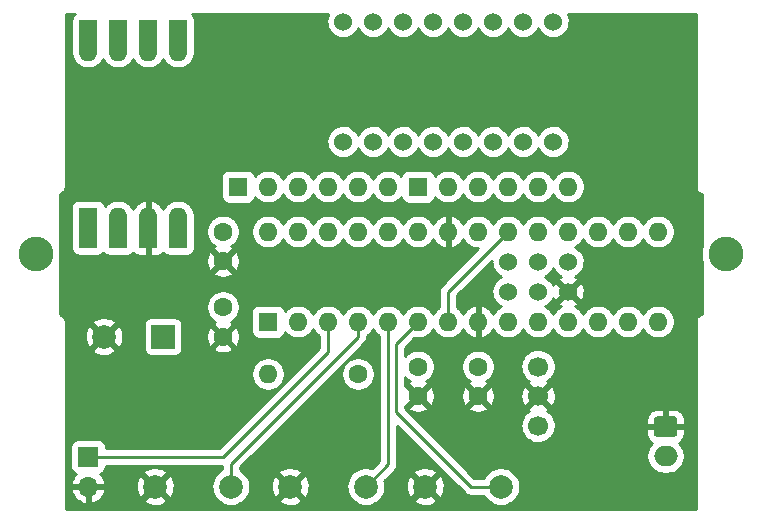
<source format=gtl>
G04 #@! TF.GenerationSoftware,KiCad,Pcbnew,5.99.0-unknown-r17607-a0698723*
G04 #@! TF.CreationDate,2020-04-07T11:59:43-05:00*
G04 #@! TF.ProjectId,pcb_proto,7063625f-7072-46f7-946f-2e6b69636164,rev?*
G04 #@! TF.SameCoordinates,Original*
G04 #@! TF.FileFunction,Copper,L1,Top*
G04 #@! TF.FilePolarity,Positive*
%FSLAX46Y46*%
G04 Gerber Fmt 4.6, Leading zero omitted, Abs format (unit mm)*
G04 Created by KiCad (PCBNEW 5.99.0-unknown-r17607-a0698723) date 2020-04-07 11:59:43*
%MOMM*%
%LPD*%
G01*
G04 APERTURE LIST*
%ADD10O,2.000000X1.700000*%
%ADD11O,1.600000X1.600000*%
%ADD12R,1.600000X1.600000*%
%ADD13C,1.600000*%
%ADD14R,1.524000X2.540000*%
%ADD15C,2.000000*%
%ADD16C,1.524000*%
%ADD17O,1.700000X1.700000*%
%ADD18R,1.700000X1.700000*%
%ADD19R,2.000000X2.000000*%
%ADD20C,1.700000*%
%ADD21C,2.946400*%
%ADD22C,0.250000*%
%ADD23C,0.254000*%
G04 APERTURE END LIST*
D10*
X168275000Y-99020000D03*
G04 #@! TA.AperFunction,ComponentPad*
G36*
X169120671Y-95689030D02*
G01*
X169201777Y-95743223D01*
X169255970Y-95824329D01*
X169275000Y-95920000D01*
X169275000Y-97120000D01*
X169255970Y-97215671D01*
X169201777Y-97296777D01*
X169120671Y-97350970D01*
X169025000Y-97370000D01*
X167525000Y-97370000D01*
X167429329Y-97350970D01*
X167348223Y-97296777D01*
X167294030Y-97215671D01*
X167275000Y-97120000D01*
X167275000Y-95920000D01*
X167294030Y-95824329D01*
X167348223Y-95743223D01*
X167429329Y-95689030D01*
X167525000Y-95670000D01*
X169025000Y-95670000D01*
X169120671Y-95689030D01*
G37*
G04 #@! TD.AperFunction*
D11*
X160020000Y-76200000D03*
X157480000Y-76200000D03*
X154940000Y-76200000D03*
X152400000Y-76200000D03*
X149860000Y-76200000D03*
D12*
X147320000Y-76200000D03*
D13*
X147320000Y-93940000D03*
X147320000Y-91440000D03*
D11*
X144780000Y-76200000D03*
X142240000Y-76200000D03*
X139700000Y-76200000D03*
X137160000Y-76200000D03*
X134620000Y-76200000D03*
D12*
X132080000Y-76200000D03*
D13*
X130810000Y-82510000D03*
X130810000Y-80010000D03*
D11*
X134620000Y-92075000D03*
D13*
X142240000Y-92075000D03*
D14*
X119380000Y-63373000D03*
X121920000Y-63373000D03*
X124460000Y-63373000D03*
X127000000Y-63373000D03*
X127000000Y-80137000D03*
X124460000Y-80137000D03*
X121920000Y-80137000D03*
X119380000Y-80137000D03*
D12*
X119380000Y-78740000D03*
D11*
X127000000Y-64770000D03*
X121920000Y-78740000D03*
X124460000Y-64770000D03*
X124460000Y-78740000D03*
X121920000Y-64770000D03*
X127000000Y-78740000D03*
X119380000Y-64770000D03*
D15*
X125070000Y-101600000D03*
X131470000Y-101600000D03*
X136500000Y-101600000D03*
X142900000Y-101600000D03*
X147930000Y-101600000D03*
X154330000Y-101600000D03*
D16*
X160020000Y-85090000D03*
X160020000Y-82550000D03*
X157480000Y-85090000D03*
X157480000Y-82550000D03*
X154940000Y-85090000D03*
X154940000Y-82550000D03*
D11*
X134620000Y-80010000D03*
X167640000Y-87630000D03*
X137160000Y-80010000D03*
X165100000Y-87630000D03*
X139700000Y-80010000D03*
X162560000Y-87630000D03*
X142240000Y-80010000D03*
X160020000Y-87630000D03*
X144780000Y-80010000D03*
X157480000Y-87630000D03*
X147320000Y-80010000D03*
X154940000Y-87630000D03*
X149860000Y-80010000D03*
X152400000Y-87630000D03*
X152400000Y-80010000D03*
X149860000Y-87630000D03*
X154940000Y-80010000D03*
X147320000Y-87630000D03*
X157480000Y-80010000D03*
X144780000Y-87630000D03*
X160020000Y-80010000D03*
X142240000Y-87630000D03*
X162560000Y-80010000D03*
X139700000Y-87630000D03*
X165100000Y-80010000D03*
X137160000Y-87630000D03*
X167640000Y-80010000D03*
D12*
X134620000Y-87630000D03*
D17*
X119380000Y-101600000D03*
D18*
X119380000Y-99060000D03*
D15*
X120730000Y-88900000D03*
D19*
X125730000Y-88900000D03*
D13*
X130810000Y-88900000D03*
X130810000Y-86400000D03*
D16*
X140970000Y-62230000D03*
X143510000Y-62230000D03*
X146050000Y-62230000D03*
X148590000Y-62230000D03*
X151130000Y-62230000D03*
X153670000Y-62230000D03*
X156210000Y-62230000D03*
X158750000Y-62230000D03*
X158750000Y-72390000D03*
X156210000Y-72390000D03*
X153670000Y-72390000D03*
X151130000Y-72390000D03*
X148590000Y-72390000D03*
X146050000Y-72390000D03*
X143510000Y-72390000D03*
X140970000Y-72390000D03*
D13*
X152400000Y-93940000D03*
X152400000Y-91440000D03*
D20*
X157480000Y-96440000D03*
X157480000Y-93940000D03*
X157480000Y-91440000D03*
D21*
X114935000Y-81915000D03*
X173355000Y-81915000D03*
D22*
X131470000Y-99670000D02*
X142240000Y-88900000D01*
X131470000Y-101600000D02*
X131470000Y-99670000D01*
X142240000Y-88900000D02*
X142240000Y-87630000D01*
D23*
X130810000Y-99060000D02*
X139700000Y-90170000D01*
X119380000Y-99060000D02*
X130810000Y-99060000D01*
X139700000Y-90170000D02*
X139700000Y-88709500D01*
X154940000Y-80010000D02*
X149860000Y-85090000D01*
X149860000Y-85090000D02*
X149860000Y-87630000D01*
D22*
X139700000Y-87630000D02*
X139700000Y-88709500D01*
X142900000Y-101600000D02*
X142240000Y-100940000D01*
D23*
X142900000Y-101600000D02*
X144780000Y-99720000D01*
X144780000Y-99720000D02*
X144780000Y-87630000D01*
X154330000Y-101600000D02*
X151765000Y-101600000D01*
X151765000Y-101600000D02*
X145415000Y-95250000D01*
X145415000Y-89535000D02*
X147320000Y-87630000D01*
X145415000Y-95250000D02*
X145415000Y-89535000D01*
G36*
X118133410Y-61681990D02*
G01*
X118119239Y-61698879D01*
X118018641Y-61873120D01*
X118011100Y-61893837D01*
X117977122Y-62086538D01*
X117976163Y-62097499D01*
X117976163Y-64473478D01*
X117946959Y-64639103D01*
X117946000Y-64650064D01*
X117946000Y-64889936D01*
X117946959Y-64900897D01*
X117988613Y-65137126D01*
X117991460Y-65147753D01*
X118073502Y-65373160D01*
X118078152Y-65383132D01*
X118198088Y-65590868D01*
X118204399Y-65599881D01*
X118358587Y-65783634D01*
X118366366Y-65791413D01*
X118550119Y-65945601D01*
X118559132Y-65951912D01*
X118766868Y-66071848D01*
X118776840Y-66076498D01*
X119002247Y-66158540D01*
X119012874Y-66161387D01*
X119249103Y-66203041D01*
X119260064Y-66204000D01*
X119499936Y-66204000D01*
X119510897Y-66203041D01*
X119747126Y-66161387D01*
X119757753Y-66158540D01*
X119983160Y-66076498D01*
X119993132Y-66071848D01*
X120200868Y-65951912D01*
X120209881Y-65945601D01*
X120393634Y-65791413D01*
X120401413Y-65783634D01*
X120555601Y-65599881D01*
X120561912Y-65590868D01*
X120650000Y-65438295D01*
X120738088Y-65590868D01*
X120744399Y-65599881D01*
X120898587Y-65783634D01*
X120906366Y-65791413D01*
X121090119Y-65945601D01*
X121099132Y-65951912D01*
X121306868Y-66071848D01*
X121316840Y-66076498D01*
X121542247Y-66158540D01*
X121552874Y-66161387D01*
X121789103Y-66203041D01*
X121800064Y-66204000D01*
X122039936Y-66204000D01*
X122050897Y-66203041D01*
X122287126Y-66161387D01*
X122297753Y-66158540D01*
X122523160Y-66076498D01*
X122533132Y-66071848D01*
X122740868Y-65951912D01*
X122749881Y-65945601D01*
X122933634Y-65791413D01*
X122941413Y-65783634D01*
X123095601Y-65599881D01*
X123101912Y-65590868D01*
X123190000Y-65438295D01*
X123278088Y-65590868D01*
X123284399Y-65599881D01*
X123438587Y-65783634D01*
X123446366Y-65791413D01*
X123630119Y-65945601D01*
X123639132Y-65951912D01*
X123846868Y-66071848D01*
X123856840Y-66076498D01*
X124082247Y-66158540D01*
X124092874Y-66161387D01*
X124329103Y-66203041D01*
X124340064Y-66204000D01*
X124579936Y-66204000D01*
X124590897Y-66203041D01*
X124827126Y-66161387D01*
X124837753Y-66158540D01*
X125063160Y-66076498D01*
X125073132Y-66071848D01*
X125280868Y-65951912D01*
X125289881Y-65945601D01*
X125473634Y-65791413D01*
X125481413Y-65783634D01*
X125635601Y-65599881D01*
X125641912Y-65590868D01*
X125730000Y-65438295D01*
X125818088Y-65590868D01*
X125824399Y-65599881D01*
X125978587Y-65783634D01*
X125986366Y-65791413D01*
X126170119Y-65945601D01*
X126179132Y-65951912D01*
X126386868Y-66071848D01*
X126396840Y-66076498D01*
X126622247Y-66158540D01*
X126632874Y-66161387D01*
X126869103Y-66203041D01*
X126880064Y-66204000D01*
X127119936Y-66204000D01*
X127130897Y-66203041D01*
X127367126Y-66161387D01*
X127377753Y-66158540D01*
X127603160Y-66076498D01*
X127613132Y-66071848D01*
X127820868Y-65951912D01*
X127829881Y-65945601D01*
X128013634Y-65791413D01*
X128021413Y-65783634D01*
X128175601Y-65599881D01*
X128181912Y-65590868D01*
X128301848Y-65383132D01*
X128306498Y-65373160D01*
X128388540Y-65147753D01*
X128391387Y-65137126D01*
X128433041Y-64900897D01*
X128434000Y-64889936D01*
X128434000Y-64650064D01*
X128433041Y-64639103D01*
X128403837Y-64473478D01*
X128403837Y-62094742D01*
X128401681Y-62078366D01*
X128326863Y-61799142D01*
X128314120Y-61774662D01*
X128183010Y-61618410D01*
X128166121Y-61604239D01*
X128148387Y-61594000D01*
X139727196Y-61594000D01*
X139672071Y-61702188D01*
X139667885Y-61712601D01*
X139599117Y-61940373D01*
X139596841Y-61951363D01*
X139569494Y-62187713D01*
X139569200Y-62198932D01*
X139584140Y-62436390D01*
X139585838Y-62447484D01*
X139642591Y-62678543D01*
X139646226Y-62689161D01*
X139743000Y-62906517D01*
X139748458Y-62916323D01*
X139882193Y-63113109D01*
X139889301Y-63121793D01*
X140055769Y-63291786D01*
X140064304Y-63299075D01*
X140258245Y-63436901D01*
X140267934Y-63442563D01*
X140483217Y-63543867D01*
X140493757Y-63547724D01*
X140723577Y-63609304D01*
X140734633Y-63611233D01*
X140971725Y-63631144D01*
X140982948Y-63631085D01*
X141219819Y-63608694D01*
X141230854Y-63606649D01*
X141460016Y-63542665D01*
X141470514Y-63538698D01*
X141684724Y-63435145D01*
X141694354Y-63429382D01*
X141886841Y-63289532D01*
X141895299Y-63282154D01*
X142059979Y-63110428D01*
X142066996Y-63101669D01*
X142198662Y-62903494D01*
X142204018Y-62893631D01*
X142240119Y-62810206D01*
X142283000Y-62906517D01*
X142288458Y-62916323D01*
X142422193Y-63113109D01*
X142429301Y-63121793D01*
X142595769Y-63291786D01*
X142604304Y-63299075D01*
X142798245Y-63436901D01*
X142807934Y-63442563D01*
X143023217Y-63543867D01*
X143033757Y-63547724D01*
X143263577Y-63609304D01*
X143274633Y-63611233D01*
X143511725Y-63631144D01*
X143522948Y-63631085D01*
X143759819Y-63608694D01*
X143770854Y-63606649D01*
X144000016Y-63542665D01*
X144010514Y-63538698D01*
X144224724Y-63435145D01*
X144234354Y-63429382D01*
X144426841Y-63289532D01*
X144435299Y-63282154D01*
X144599979Y-63110428D01*
X144606996Y-63101669D01*
X144738662Y-62903494D01*
X144744018Y-62893631D01*
X144780119Y-62810206D01*
X144823000Y-62906517D01*
X144828458Y-62916323D01*
X144962193Y-63113109D01*
X144969301Y-63121793D01*
X145135769Y-63291786D01*
X145144304Y-63299075D01*
X145338245Y-63436901D01*
X145347934Y-63442563D01*
X145563217Y-63543867D01*
X145573757Y-63547724D01*
X145803577Y-63609304D01*
X145814633Y-63611233D01*
X146051725Y-63631144D01*
X146062948Y-63631085D01*
X146299819Y-63608694D01*
X146310854Y-63606649D01*
X146540016Y-63542665D01*
X146550514Y-63538698D01*
X146764724Y-63435145D01*
X146774354Y-63429382D01*
X146966841Y-63289532D01*
X146975299Y-63282154D01*
X147139979Y-63110428D01*
X147146996Y-63101669D01*
X147278662Y-62903494D01*
X147284018Y-62893631D01*
X147320119Y-62810206D01*
X147363000Y-62906517D01*
X147368458Y-62916323D01*
X147502193Y-63113109D01*
X147509301Y-63121793D01*
X147675769Y-63291786D01*
X147684304Y-63299075D01*
X147878245Y-63436901D01*
X147887934Y-63442563D01*
X148103217Y-63543867D01*
X148113757Y-63547724D01*
X148343577Y-63609304D01*
X148354633Y-63611233D01*
X148591725Y-63631144D01*
X148602948Y-63631085D01*
X148839819Y-63608694D01*
X148850854Y-63606649D01*
X149080016Y-63542665D01*
X149090514Y-63538698D01*
X149304724Y-63435145D01*
X149314354Y-63429382D01*
X149506841Y-63289532D01*
X149515299Y-63282154D01*
X149679979Y-63110428D01*
X149686996Y-63101669D01*
X149818662Y-62903494D01*
X149824018Y-62893631D01*
X149860119Y-62810206D01*
X149903000Y-62906517D01*
X149908458Y-62916323D01*
X150042193Y-63113109D01*
X150049301Y-63121793D01*
X150215769Y-63291786D01*
X150224304Y-63299075D01*
X150418245Y-63436901D01*
X150427934Y-63442563D01*
X150643217Y-63543867D01*
X150653757Y-63547724D01*
X150883577Y-63609304D01*
X150894633Y-63611233D01*
X151131725Y-63631144D01*
X151142948Y-63631085D01*
X151379819Y-63608694D01*
X151390854Y-63606649D01*
X151620016Y-63542665D01*
X151630514Y-63538698D01*
X151844724Y-63435145D01*
X151854354Y-63429382D01*
X152046841Y-63289532D01*
X152055299Y-63282154D01*
X152219979Y-63110428D01*
X152226996Y-63101669D01*
X152358662Y-62903494D01*
X152364018Y-62893631D01*
X152400119Y-62810206D01*
X152443000Y-62906517D01*
X152448458Y-62916323D01*
X152582193Y-63113109D01*
X152589301Y-63121793D01*
X152755769Y-63291786D01*
X152764304Y-63299075D01*
X152958245Y-63436901D01*
X152967934Y-63442563D01*
X153183217Y-63543867D01*
X153193757Y-63547724D01*
X153423577Y-63609304D01*
X153434633Y-63611233D01*
X153671725Y-63631144D01*
X153682948Y-63631085D01*
X153919819Y-63608694D01*
X153930854Y-63606649D01*
X154160016Y-63542665D01*
X154170514Y-63538698D01*
X154384724Y-63435145D01*
X154394354Y-63429382D01*
X154586841Y-63289532D01*
X154595299Y-63282154D01*
X154759979Y-63110428D01*
X154766996Y-63101669D01*
X154898662Y-62903494D01*
X154904018Y-62893631D01*
X154940119Y-62810206D01*
X154983000Y-62906517D01*
X154988458Y-62916323D01*
X155122193Y-63113109D01*
X155129301Y-63121793D01*
X155295769Y-63291786D01*
X155304304Y-63299075D01*
X155498245Y-63436901D01*
X155507934Y-63442563D01*
X155723217Y-63543867D01*
X155733757Y-63547724D01*
X155963577Y-63609304D01*
X155974633Y-63611233D01*
X156211725Y-63631144D01*
X156222948Y-63631085D01*
X156459819Y-63608694D01*
X156470854Y-63606649D01*
X156700016Y-63542665D01*
X156710514Y-63538698D01*
X156924724Y-63435145D01*
X156934354Y-63429382D01*
X157126841Y-63289532D01*
X157135299Y-63282154D01*
X157299979Y-63110428D01*
X157306996Y-63101669D01*
X157438662Y-62903494D01*
X157444018Y-62893631D01*
X157480119Y-62810206D01*
X157523000Y-62906517D01*
X157528458Y-62916323D01*
X157662193Y-63113109D01*
X157669301Y-63121793D01*
X157835769Y-63291786D01*
X157844304Y-63299075D01*
X158038245Y-63436901D01*
X158047934Y-63442563D01*
X158263217Y-63543867D01*
X158273757Y-63547724D01*
X158503577Y-63609304D01*
X158514633Y-63611233D01*
X158751725Y-63631144D01*
X158762948Y-63631085D01*
X158999819Y-63608694D01*
X159010854Y-63606649D01*
X159240016Y-63542665D01*
X159250514Y-63538698D01*
X159464724Y-63435145D01*
X159474354Y-63429382D01*
X159666841Y-63289532D01*
X159675299Y-63282154D01*
X159839979Y-63110428D01*
X159846996Y-63101669D01*
X159978662Y-62903494D01*
X159984018Y-62893631D01*
X160078510Y-62675273D01*
X160082034Y-62664617D01*
X160136553Y-62432172D01*
X160138200Y-62419402D01*
X160146210Y-62113510D01*
X160145234Y-62100671D01*
X160102954Y-61865691D01*
X160099992Y-61854866D01*
X160017058Y-61631861D01*
X160012226Y-61621732D01*
X159995825Y-61594000D01*
X170816000Y-61594000D01*
X170816001Y-76191299D01*
X170815473Y-76277859D01*
X170817909Y-76295647D01*
X170828494Y-76332680D01*
X170833952Y-76370793D01*
X170838991Y-76388025D01*
X170853319Y-76419538D01*
X170862831Y-76452821D01*
X170870162Y-76469210D01*
X170890714Y-76501782D01*
X170906649Y-76536832D01*
X170916322Y-76551957D01*
X170938916Y-76578178D01*
X170957389Y-76607457D01*
X170969025Y-76621129D01*
X170997894Y-76646624D01*
X171023027Y-76675794D01*
X171036556Y-76687596D01*
X171065599Y-76706421D01*
X171091550Y-76729340D01*
X171106554Y-76739196D01*
X171141426Y-76755569D01*
X171173730Y-76776507D01*
X171190027Y-76784037D01*
X171223182Y-76793952D01*
X171254700Y-76808750D01*
X171272255Y-76814059D01*
X171308545Y-76819482D01*
X171324000Y-76824104D01*
X171324000Y-81328241D01*
X171311776Y-81361825D01*
X171308929Y-81372453D01*
X171246759Y-81725031D01*
X171245800Y-81735992D01*
X171245800Y-82094008D01*
X171246759Y-82104969D01*
X171308929Y-82457547D01*
X171311776Y-82468175D01*
X171324000Y-82501759D01*
X171324000Y-87006584D01*
X171317327Y-87008492D01*
X171279208Y-87013951D01*
X171261977Y-87018989D01*
X171230466Y-87033316D01*
X171197178Y-87042831D01*
X171180791Y-87050161D01*
X171148228Y-87070707D01*
X171113167Y-87086649D01*
X171098041Y-87096322D01*
X171071815Y-87118921D01*
X171042544Y-87137389D01*
X171028872Y-87149024D01*
X171003379Y-87177889D01*
X170974205Y-87203027D01*
X170962403Y-87216556D01*
X170943578Y-87245601D01*
X170920661Y-87271549D01*
X170910804Y-87286555D01*
X170894436Y-87321418D01*
X170873494Y-87353728D01*
X170865963Y-87370024D01*
X170856044Y-87403189D01*
X170841249Y-87434702D01*
X170835941Y-87452257D01*
X170830519Y-87488539D01*
X170819125Y-87526638D01*
X170816471Y-87544394D01*
X170816207Y-87587594D01*
X170816000Y-87590380D01*
X170816000Y-87621462D01*
X170815473Y-87707859D01*
X170816000Y-87711707D01*
X170816001Y-103506000D01*
X117474000Y-103506000D01*
X117474000Y-101824853D01*
X117906602Y-101824853D01*
X117969221Y-102076005D01*
X117972669Y-102086104D01*
X118069591Y-102306900D01*
X118074692Y-102316275D01*
X118207430Y-102517584D01*
X118214038Y-102525965D01*
X118378798Y-102702032D01*
X118386722Y-102709180D01*
X118578792Y-102854968D01*
X118587808Y-102860679D01*
X118801696Y-102972021D01*
X118811545Y-102976131D01*
X119041134Y-103049845D01*
X119051535Y-103052236D01*
X119165162Y-103068407D01*
X119252000Y-102993052D01*
X119252000Y-101801809D01*
X119508000Y-101801809D01*
X119508000Y-102993748D01*
X119600218Y-103069362D01*
X119789019Y-103031636D01*
X119799270Y-103028667D01*
X120024387Y-102942253D01*
X120033991Y-102937600D01*
X120241330Y-102814491D01*
X120250012Y-102808286D01*
X120273187Y-102788562D01*
X124062458Y-102788562D01*
X124077683Y-102910798D01*
X124341874Y-103068287D01*
X124350955Y-103072756D01*
X124585991Y-103165813D01*
X124595670Y-103168772D01*
X124842561Y-103223054D01*
X124852589Y-103224428D01*
X125104983Y-103238539D01*
X125115101Y-103238292D01*
X125366504Y-103211869D01*
X125376453Y-103210007D01*
X125620398Y-103143728D01*
X125629920Y-103140300D01*
X125860131Y-103035873D01*
X125868983Y-103030966D01*
X126061429Y-102903105D01*
X126073287Y-102784306D01*
X125122191Y-101833210D01*
X125017809Y-101833210D01*
X124062458Y-102788562D01*
X120273187Y-102788562D01*
X120433645Y-102652004D01*
X120441158Y-102644424D01*
X120595833Y-102459435D01*
X120601962Y-102450698D01*
X120723256Y-102242294D01*
X120727825Y-102232650D01*
X120812272Y-102006787D01*
X120815151Y-101996511D01*
X120848943Y-101819369D01*
X120773356Y-101728000D01*
X119581809Y-101728000D01*
X119508000Y-101801809D01*
X119252000Y-101801809D01*
X119178191Y-101728000D01*
X117982272Y-101728000D01*
X117906602Y-101824853D01*
X117474000Y-101824853D01*
X117474000Y-101587898D01*
X123431132Y-101587898D01*
X123448766Y-101840071D01*
X123450279Y-101850078D01*
X123508004Y-102096187D01*
X123511098Y-102105824D01*
X123607428Y-102339538D01*
X123612023Y-102348556D01*
X123761671Y-102591806D01*
X123882930Y-102606051D01*
X124836790Y-101652191D01*
X124836790Y-101547809D01*
X125303210Y-101547809D01*
X125303210Y-101652191D01*
X126252939Y-102601920D01*
X126366245Y-102594990D01*
X126435451Y-102506411D01*
X126441023Y-102497961D01*
X126562804Y-102276441D01*
X126566953Y-102267209D01*
X126651751Y-102029068D01*
X126654370Y-102019292D01*
X126700063Y-101770332D01*
X126701097Y-101759599D01*
X126704082Y-101474596D01*
X126703273Y-101463844D01*
X126662804Y-101213981D01*
X126660390Y-101204152D01*
X126580597Y-100964287D01*
X126576642Y-100954971D01*
X126459527Y-100730949D01*
X126454134Y-100722385D01*
X126367494Y-100606570D01*
X126252680Y-100598339D01*
X125303210Y-101547809D01*
X124836790Y-101547809D01*
X123884753Y-100595772D01*
X123764967Y-100608573D01*
X123628019Y-100821075D01*
X123623236Y-100829994D01*
X123522032Y-101061639D01*
X123518737Y-101071209D01*
X123455871Y-101316056D01*
X123454148Y-101326030D01*
X123431238Y-101577777D01*
X123431132Y-101587898D01*
X117474000Y-101587898D01*
X117474000Y-98204499D01*
X117888163Y-98204499D01*
X117888163Y-99918258D01*
X117890319Y-99934634D01*
X117965137Y-100213859D01*
X117977880Y-100238339D01*
X118108990Y-100394590D01*
X118125879Y-100408761D01*
X118300120Y-100509359D01*
X118320837Y-100516900D01*
X118357029Y-100523282D01*
X118232029Y-100651822D01*
X118225263Y-100660074D01*
X118088683Y-100858798D01*
X118083403Y-100868073D01*
X117982260Y-101086968D01*
X117978619Y-101097000D01*
X117904085Y-101373233D01*
X117979734Y-101472000D01*
X120772863Y-101472000D01*
X120848373Y-101382487D01*
X120822499Y-101231114D01*
X120819817Y-101220784D01*
X120739723Y-100993343D01*
X120735339Y-100983612D01*
X120618067Y-100772916D01*
X120612107Y-100764064D01*
X120461013Y-100576140D01*
X120453647Y-100568417D01*
X120391130Y-100513107D01*
X120533859Y-100474863D01*
X120558339Y-100462120D01*
X120612555Y-100416627D01*
X124067646Y-100416627D01*
X125017809Y-101366790D01*
X125122191Y-101366790D01*
X126072278Y-100416703D01*
X126061808Y-100299392D01*
X125898775Y-100186081D01*
X125890028Y-100180990D01*
X125662056Y-100071764D01*
X125652607Y-100068137D01*
X125410103Y-99996765D01*
X125400196Y-99994695D01*
X125149402Y-99963011D01*
X125139290Y-99962552D01*
X124886656Y-99971374D01*
X124876601Y-99972538D01*
X124628628Y-100021639D01*
X124618889Y-100024394D01*
X124381956Y-100112508D01*
X124372783Y-100116786D01*
X124152984Y-100241649D01*
X124144614Y-100247338D01*
X124073729Y-100304330D01*
X124067646Y-100416627D01*
X120612555Y-100416627D01*
X120714590Y-100331010D01*
X120728761Y-100314121D01*
X120829359Y-100139880D01*
X120836900Y-100119163D01*
X120870878Y-99926462D01*
X120871837Y-99915501D01*
X120871837Y-99823000D01*
X130709001Y-99823000D01*
X130709001Y-100153019D01*
X130552984Y-100241649D01*
X130544613Y-100247338D01*
X130347606Y-100405737D01*
X130340252Y-100412691D01*
X130171104Y-100600548D01*
X130164956Y-100608589D01*
X130028019Y-100821075D01*
X130023236Y-100829994D01*
X129922032Y-101061639D01*
X129918737Y-101071209D01*
X129855871Y-101316056D01*
X129854148Y-101326030D01*
X129831238Y-101577777D01*
X129831132Y-101587898D01*
X129848766Y-101840071D01*
X129850279Y-101850078D01*
X129908004Y-102096187D01*
X129911098Y-102105824D01*
X130007428Y-102339538D01*
X130012023Y-102348556D01*
X130144480Y-102563862D01*
X130150458Y-102572030D01*
X130315634Y-102763390D01*
X130322841Y-102770497D01*
X130516489Y-102932986D01*
X130524739Y-102938849D01*
X130741873Y-103068287D01*
X130750955Y-103072756D01*
X130985991Y-103165813D01*
X130995670Y-103168772D01*
X131242561Y-103223054D01*
X131252589Y-103224428D01*
X131504983Y-103238539D01*
X131515101Y-103238292D01*
X131766504Y-103211869D01*
X131776453Y-103210007D01*
X132020398Y-103143728D01*
X132029920Y-103140300D01*
X132260131Y-103035873D01*
X132268983Y-103030966D01*
X132479536Y-102891074D01*
X132487489Y-102884815D01*
X132591433Y-102788562D01*
X135492458Y-102788562D01*
X135507683Y-102910798D01*
X135771874Y-103068287D01*
X135780955Y-103072756D01*
X136015991Y-103165813D01*
X136025670Y-103168772D01*
X136272561Y-103223054D01*
X136282589Y-103224428D01*
X136534983Y-103238539D01*
X136545101Y-103238292D01*
X136796504Y-103211869D01*
X136806453Y-103210007D01*
X137050398Y-103143728D01*
X137059920Y-103140300D01*
X137290131Y-103035873D01*
X137298983Y-103030966D01*
X137491429Y-102903105D01*
X137503287Y-102784306D01*
X136552191Y-101833210D01*
X136447809Y-101833210D01*
X135492458Y-102788562D01*
X132591433Y-102788562D01*
X132672968Y-102713061D01*
X132679819Y-102705610D01*
X132835451Y-102506411D01*
X132841023Y-102497961D01*
X132962804Y-102276441D01*
X132966953Y-102267209D01*
X133051751Y-102029068D01*
X133054370Y-102019292D01*
X133100063Y-101770332D01*
X133101097Y-101759599D01*
X133102895Y-101587898D01*
X134861132Y-101587898D01*
X134878766Y-101840071D01*
X134880279Y-101850078D01*
X134938004Y-102096187D01*
X134941098Y-102105824D01*
X135037428Y-102339538D01*
X135042023Y-102348556D01*
X135191671Y-102591806D01*
X135312930Y-102606051D01*
X136266790Y-101652191D01*
X136266790Y-101547809D01*
X136733210Y-101547809D01*
X136733210Y-101652191D01*
X137682939Y-102601920D01*
X137796245Y-102594990D01*
X137865451Y-102506411D01*
X137871023Y-102497961D01*
X137992804Y-102276441D01*
X137996953Y-102267209D01*
X138081751Y-102029068D01*
X138084370Y-102019292D01*
X138130063Y-101770332D01*
X138131097Y-101759599D01*
X138134082Y-101474596D01*
X138133273Y-101463844D01*
X138092804Y-101213981D01*
X138090390Y-101204152D01*
X138010597Y-100964287D01*
X138006642Y-100954971D01*
X137889527Y-100730949D01*
X137884134Y-100722385D01*
X137797494Y-100606570D01*
X137682680Y-100598339D01*
X136733210Y-101547809D01*
X136266790Y-101547809D01*
X135314753Y-100595772D01*
X135194967Y-100608573D01*
X135058019Y-100821075D01*
X135053236Y-100829994D01*
X134952032Y-101061639D01*
X134948737Y-101071209D01*
X134885871Y-101316056D01*
X134884148Y-101326030D01*
X134861238Y-101577777D01*
X134861132Y-101587898D01*
X133102895Y-101587898D01*
X133104082Y-101474596D01*
X133103273Y-101463844D01*
X133062804Y-101213981D01*
X133060390Y-101204152D01*
X132980597Y-100964287D01*
X132976642Y-100954971D01*
X132859527Y-100730949D01*
X132854134Y-100722384D01*
X132702708Y-100519969D01*
X132696014Y-100512377D01*
X132596863Y-100416627D01*
X135497646Y-100416627D01*
X136447809Y-101366790D01*
X136552191Y-101366790D01*
X137502278Y-100416703D01*
X137491808Y-100299392D01*
X137328775Y-100186081D01*
X137320028Y-100180990D01*
X137092056Y-100071764D01*
X137082607Y-100068137D01*
X136840103Y-99996765D01*
X136830196Y-99994695D01*
X136579402Y-99963011D01*
X136569290Y-99962552D01*
X136316656Y-99971374D01*
X136306601Y-99972538D01*
X136058628Y-100021639D01*
X136048889Y-100024394D01*
X135811956Y-100112508D01*
X135802783Y-100116786D01*
X135582984Y-100241649D01*
X135574614Y-100247338D01*
X135503729Y-100304330D01*
X135497646Y-100416627D01*
X132596863Y-100416627D01*
X132514174Y-100336776D01*
X132506353Y-100330351D01*
X132298775Y-100186081D01*
X132290028Y-100180990D01*
X132231000Y-100152708D01*
X132231000Y-99985214D01*
X140261150Y-91955064D01*
X140806000Y-91955064D01*
X140806000Y-92194936D01*
X140806959Y-92205897D01*
X140848613Y-92442126D01*
X140851460Y-92452753D01*
X140933502Y-92678160D01*
X140938152Y-92688132D01*
X141058088Y-92895868D01*
X141064399Y-92904881D01*
X141218587Y-93088634D01*
X141226366Y-93096413D01*
X141410119Y-93250601D01*
X141419132Y-93256912D01*
X141626868Y-93376848D01*
X141636840Y-93381498D01*
X141862247Y-93463540D01*
X141872874Y-93466387D01*
X142109103Y-93508041D01*
X142120064Y-93509000D01*
X142359936Y-93509000D01*
X142370897Y-93508041D01*
X142607126Y-93466387D01*
X142617753Y-93463540D01*
X142843160Y-93381498D01*
X142853132Y-93376848D01*
X143060868Y-93256912D01*
X143069881Y-93250601D01*
X143253634Y-93096413D01*
X143261413Y-93088634D01*
X143415601Y-92904881D01*
X143421912Y-92895868D01*
X143541848Y-92688132D01*
X143546498Y-92678160D01*
X143628540Y-92452753D01*
X143631387Y-92442126D01*
X143673041Y-92205897D01*
X143674000Y-92194936D01*
X143674000Y-91955064D01*
X143673041Y-91944103D01*
X143631387Y-91707874D01*
X143628540Y-91697247D01*
X143546498Y-91471840D01*
X143541848Y-91461868D01*
X143421912Y-91254132D01*
X143415601Y-91245119D01*
X143261413Y-91061366D01*
X143253634Y-91053587D01*
X143069881Y-90899399D01*
X143060868Y-90893088D01*
X142853132Y-90773152D01*
X142843160Y-90768502D01*
X142617753Y-90686460D01*
X142607126Y-90683613D01*
X142370897Y-90641959D01*
X142359936Y-90641000D01*
X142120064Y-90641000D01*
X142109103Y-90641959D01*
X141872874Y-90683613D01*
X141862247Y-90686460D01*
X141636840Y-90768502D01*
X141626868Y-90773152D01*
X141419132Y-90893088D01*
X141410119Y-90899399D01*
X141226366Y-91053587D01*
X141218587Y-91061366D01*
X141064399Y-91245119D01*
X141058088Y-91254132D01*
X140938152Y-91461868D01*
X140933502Y-91471840D01*
X140851460Y-91697247D01*
X140848613Y-91707874D01*
X140806959Y-91944103D01*
X140806000Y-91955064D01*
X140261150Y-91955064D01*
X142813444Y-89402771D01*
X142856237Y-89359979D01*
X142867894Y-89343934D01*
X142890862Y-89298856D01*
X142920606Y-89257918D01*
X142929610Y-89240246D01*
X142945247Y-89192121D01*
X142968218Y-89147038D01*
X142974347Y-89128177D01*
X142982264Y-89078192D01*
X142997897Y-89030078D01*
X143000999Y-89010490D01*
X143000999Y-88955191D01*
X143001000Y-88955179D01*
X143001000Y-88846476D01*
X143060868Y-88811912D01*
X143069881Y-88805601D01*
X143253634Y-88651413D01*
X143261413Y-88643634D01*
X143415601Y-88459881D01*
X143421912Y-88450868D01*
X143510000Y-88298295D01*
X143598088Y-88450868D01*
X143604399Y-88459881D01*
X143758587Y-88643634D01*
X143766366Y-88651413D01*
X143950119Y-88805601D01*
X143959132Y-88811912D01*
X144017001Y-88845322D01*
X144017000Y-99403955D01*
X143382331Y-100038624D01*
X143240103Y-99996765D01*
X143230196Y-99994695D01*
X142979402Y-99963011D01*
X142969290Y-99962552D01*
X142716656Y-99971374D01*
X142706601Y-99972538D01*
X142458628Y-100021639D01*
X142448889Y-100024394D01*
X142211956Y-100112508D01*
X142202783Y-100116786D01*
X142058248Y-100198894D01*
X141899756Y-100250389D01*
X141882084Y-100259393D01*
X141703307Y-100389284D01*
X141689284Y-100403307D01*
X141559393Y-100582084D01*
X141550389Y-100599756D01*
X141499286Y-100757040D01*
X141458019Y-100821075D01*
X141453236Y-100829994D01*
X141352032Y-101061639D01*
X141348737Y-101071209D01*
X141285871Y-101316056D01*
X141284148Y-101326030D01*
X141261238Y-101577777D01*
X141261132Y-101587898D01*
X141278766Y-101840071D01*
X141280279Y-101850078D01*
X141338004Y-102096187D01*
X141341098Y-102105824D01*
X141437428Y-102339538D01*
X141442023Y-102348556D01*
X141574480Y-102563862D01*
X141580458Y-102572030D01*
X141745634Y-102763390D01*
X141752841Y-102770497D01*
X141946489Y-102932986D01*
X141954739Y-102938849D01*
X142171873Y-103068287D01*
X142180955Y-103072756D01*
X142415991Y-103165813D01*
X142425670Y-103168772D01*
X142672561Y-103223054D01*
X142682589Y-103224428D01*
X142934983Y-103238539D01*
X142945101Y-103238292D01*
X143196504Y-103211869D01*
X143206453Y-103210007D01*
X143450398Y-103143728D01*
X143459920Y-103140300D01*
X143690131Y-103035873D01*
X143698983Y-103030966D01*
X143909536Y-102891074D01*
X143917489Y-102884815D01*
X144021433Y-102788562D01*
X146922458Y-102788562D01*
X146937683Y-102910798D01*
X147201874Y-103068287D01*
X147210955Y-103072756D01*
X147445991Y-103165813D01*
X147455670Y-103168772D01*
X147702561Y-103223054D01*
X147712589Y-103224428D01*
X147964983Y-103238539D01*
X147975101Y-103238292D01*
X148226504Y-103211869D01*
X148236453Y-103210007D01*
X148480398Y-103143728D01*
X148489920Y-103140300D01*
X148720131Y-103035873D01*
X148728983Y-103030966D01*
X148921429Y-102903105D01*
X148933287Y-102784306D01*
X147982191Y-101833210D01*
X147877809Y-101833210D01*
X146922458Y-102788562D01*
X144021433Y-102788562D01*
X144102968Y-102713061D01*
X144109819Y-102705610D01*
X144265451Y-102506411D01*
X144271023Y-102497961D01*
X144392804Y-102276441D01*
X144396953Y-102267209D01*
X144481751Y-102029068D01*
X144484370Y-102019292D01*
X144530063Y-101770332D01*
X144531097Y-101759599D01*
X144532895Y-101587898D01*
X146291132Y-101587898D01*
X146308766Y-101840071D01*
X146310279Y-101850078D01*
X146368004Y-102096187D01*
X146371098Y-102105824D01*
X146467428Y-102339538D01*
X146472023Y-102348556D01*
X146621671Y-102591806D01*
X146742930Y-102606051D01*
X147696790Y-101652191D01*
X147696790Y-101547809D01*
X148163210Y-101547809D01*
X148163210Y-101652191D01*
X149112939Y-102601920D01*
X149226245Y-102594990D01*
X149295451Y-102506411D01*
X149301023Y-102497961D01*
X149422804Y-102276441D01*
X149426953Y-102267209D01*
X149511751Y-102029068D01*
X149514370Y-102019292D01*
X149560063Y-101770332D01*
X149561097Y-101759599D01*
X149564082Y-101474596D01*
X149563273Y-101463844D01*
X149522804Y-101213981D01*
X149520390Y-101204152D01*
X149440597Y-100964287D01*
X149436642Y-100954971D01*
X149319527Y-100730949D01*
X149314134Y-100722385D01*
X149227494Y-100606570D01*
X149112680Y-100598339D01*
X148163210Y-101547809D01*
X147696790Y-101547809D01*
X146744753Y-100595772D01*
X146624967Y-100608573D01*
X146488019Y-100821075D01*
X146483236Y-100829994D01*
X146382032Y-101061639D01*
X146378737Y-101071209D01*
X146315871Y-101316056D01*
X146314148Y-101326030D01*
X146291238Y-101577777D01*
X146291132Y-101587898D01*
X144532895Y-101587898D01*
X144534082Y-101474596D01*
X144533273Y-101463844D01*
X144492804Y-101213981D01*
X144490390Y-101204152D01*
X144461559Y-101117485D01*
X145162417Y-100416627D01*
X146927646Y-100416627D01*
X147877809Y-101366790D01*
X147982191Y-101366790D01*
X148932278Y-100416703D01*
X148921808Y-100299392D01*
X148758775Y-100186081D01*
X148750028Y-100180990D01*
X148522056Y-100071764D01*
X148512607Y-100068137D01*
X148270103Y-99996765D01*
X148260196Y-99994695D01*
X148009402Y-99963011D01*
X147999290Y-99962552D01*
X147746656Y-99971374D01*
X147736601Y-99972538D01*
X147488628Y-100021639D01*
X147478889Y-100024394D01*
X147241956Y-100112508D01*
X147232783Y-100116786D01*
X147012984Y-100241649D01*
X147004614Y-100247338D01*
X146933729Y-100304330D01*
X146927646Y-100416627D01*
X145162417Y-100416627D01*
X145360432Y-100218613D01*
X145360438Y-100218605D01*
X145397874Y-100181171D01*
X145409531Y-100165125D01*
X145432578Y-100119894D01*
X145462409Y-100078836D01*
X145471413Y-100061165D01*
X145487096Y-100012896D01*
X145510143Y-99967664D01*
X145516271Y-99948802D01*
X145524213Y-99898662D01*
X145539895Y-99850397D01*
X145542998Y-99830808D01*
X145542998Y-99774967D01*
X145543000Y-99774941D01*
X145543000Y-96457043D01*
X151264086Y-102178131D01*
X151264101Y-102178144D01*
X151303831Y-102217875D01*
X151319876Y-102229532D01*
X151365100Y-102252574D01*
X151406164Y-102282410D01*
X151423836Y-102291414D01*
X151472107Y-102307098D01*
X151517335Y-102330143D01*
X151536197Y-102336271D01*
X151586331Y-102344213D01*
X151634605Y-102359897D01*
X151654193Y-102362999D01*
X151709653Y-102362999D01*
X151709665Y-102363000D01*
X152880909Y-102363000D01*
X153004480Y-102563862D01*
X153010458Y-102572030D01*
X153175634Y-102763390D01*
X153182841Y-102770497D01*
X153376489Y-102932986D01*
X153384739Y-102938849D01*
X153601873Y-103068287D01*
X153610955Y-103072756D01*
X153845991Y-103165813D01*
X153855670Y-103168772D01*
X154102561Y-103223054D01*
X154112589Y-103224428D01*
X154364983Y-103238539D01*
X154375101Y-103238292D01*
X154626504Y-103211869D01*
X154636453Y-103210007D01*
X154880398Y-103143728D01*
X154889920Y-103140300D01*
X155120131Y-103035873D01*
X155128983Y-103030966D01*
X155339536Y-102891074D01*
X155347489Y-102884815D01*
X155532968Y-102713061D01*
X155539819Y-102705610D01*
X155695451Y-102506411D01*
X155701023Y-102497961D01*
X155822804Y-102276441D01*
X155826953Y-102267209D01*
X155911751Y-102029068D01*
X155914370Y-102019292D01*
X155960063Y-101770332D01*
X155961097Y-101759599D01*
X155964082Y-101474596D01*
X155963273Y-101463844D01*
X155922804Y-101213981D01*
X155920390Y-101204152D01*
X155840597Y-100964287D01*
X155836642Y-100954971D01*
X155719527Y-100730949D01*
X155714134Y-100722384D01*
X155562708Y-100519969D01*
X155556014Y-100512377D01*
X155374174Y-100336776D01*
X155366353Y-100330351D01*
X155158775Y-100186081D01*
X155150028Y-100180990D01*
X154922056Y-100071764D01*
X154912607Y-100068137D01*
X154670103Y-99996765D01*
X154660196Y-99994695D01*
X154409402Y-99963011D01*
X154399290Y-99962552D01*
X154146656Y-99971374D01*
X154136601Y-99972538D01*
X153888628Y-100021639D01*
X153878889Y-100024394D01*
X153641956Y-100112508D01*
X153632783Y-100116786D01*
X153412984Y-100241649D01*
X153404613Y-100247338D01*
X153207606Y-100405737D01*
X153200252Y-100412691D01*
X153031104Y-100600548D01*
X153024956Y-100608589D01*
X152888019Y-100821075D01*
X152883236Y-100829995D01*
X152880176Y-100837000D01*
X152081044Y-100837000D01*
X147675087Y-96431043D01*
X155991109Y-96431043D01*
X156009188Y-96671497D01*
X156010885Y-96682034D01*
X156069221Y-96916005D01*
X156072669Y-96926104D01*
X156169591Y-97146900D01*
X156174692Y-97156275D01*
X156307430Y-97357584D01*
X156314038Y-97365965D01*
X156478798Y-97542032D01*
X156486722Y-97549180D01*
X156678792Y-97694968D01*
X156687808Y-97700679D01*
X156901696Y-97812021D01*
X156911545Y-97816131D01*
X157141134Y-97889844D01*
X157151535Y-97892236D01*
X157390262Y-97926212D01*
X157400917Y-97926817D01*
X157641956Y-97920084D01*
X157652561Y-97918885D01*
X157889019Y-97871636D01*
X157899270Y-97868667D01*
X158124387Y-97782253D01*
X158133991Y-97777600D01*
X158341330Y-97654491D01*
X158350012Y-97648286D01*
X158533645Y-97492004D01*
X158541158Y-97484424D01*
X158695833Y-97299435D01*
X158701962Y-97290698D01*
X158823256Y-97082294D01*
X158827825Y-97072650D01*
X158912272Y-96846787D01*
X158915151Y-96836511D01*
X158937031Y-96721808D01*
X166635776Y-96721808D01*
X166635776Y-97124183D01*
X166637220Y-97137613D01*
X166710255Y-97473353D01*
X166718885Y-97494187D01*
X166847696Y-97694620D01*
X166859499Y-97708241D01*
X167037849Y-97862783D01*
X167053011Y-97872527D01*
X167138189Y-97911426D01*
X167039794Y-98000959D01*
X167032741Y-98008522D01*
X166887930Y-98191885D01*
X166882207Y-98200499D01*
X166769289Y-98405050D01*
X166765049Y-98414483D01*
X166687055Y-98634731D01*
X166684413Y-98644729D01*
X166643440Y-98874758D01*
X166642467Y-98885053D01*
X166639611Y-99118685D01*
X166640333Y-99129002D01*
X166675675Y-99359962D01*
X166678072Y-99370022D01*
X166750660Y-99592110D01*
X166754668Y-99601644D01*
X166862555Y-99808893D01*
X166868066Y-99817644D01*
X167008354Y-100004490D01*
X167015221Y-100012224D01*
X167184141Y-100173647D01*
X167192178Y-100180155D01*
X167385195Y-100311823D01*
X167394187Y-100316932D01*
X167606118Y-100415306D01*
X167615823Y-100418877D01*
X167841346Y-100481420D01*
X167852275Y-100483436D01*
X168066864Y-100503720D01*
X168072796Y-100504000D01*
X168484193Y-100504000D01*
X168489357Y-100503788D01*
X168663035Y-100489510D01*
X168673238Y-100487821D01*
X168899848Y-100430899D01*
X168909637Y-100427566D01*
X169123907Y-100334400D01*
X169133021Y-100329513D01*
X169329198Y-100202600D01*
X169337392Y-100196290D01*
X169510206Y-100039041D01*
X169517259Y-100031478D01*
X169662070Y-99848115D01*
X169667793Y-99839501D01*
X169780711Y-99634950D01*
X169784951Y-99625517D01*
X169862945Y-99405269D01*
X169865587Y-99395271D01*
X169906560Y-99165242D01*
X169907533Y-99154947D01*
X169910389Y-98921315D01*
X169909667Y-98910998D01*
X169874325Y-98680038D01*
X169871928Y-98669978D01*
X169799340Y-98447890D01*
X169795332Y-98438356D01*
X169687445Y-98231107D01*
X169681934Y-98222356D01*
X169541646Y-98035510D01*
X169534779Y-98027776D01*
X169416652Y-97914892D01*
X169599620Y-97797304D01*
X169613241Y-97785501D01*
X169767783Y-97607151D01*
X169777527Y-97591989D01*
X169875561Y-97377323D01*
X169880639Y-97360030D01*
X169913582Y-97130906D01*
X169914224Y-97121929D01*
X169914224Y-96721809D01*
X169840415Y-96648000D01*
X168476808Y-96647999D01*
X168476807Y-96648000D01*
X166709585Y-96647999D01*
X166635776Y-96721808D01*
X158937031Y-96721808D01*
X158960392Y-96599351D01*
X158961507Y-96588128D01*
X158964077Y-96320341D01*
X158963178Y-96309099D01*
X158922499Y-96071114D01*
X158919817Y-96060784D01*
X158869561Y-95918071D01*
X166635776Y-95918071D01*
X166635776Y-96318191D01*
X166709585Y-96392000D01*
X168073191Y-96392001D01*
X168147000Y-96318192D01*
X168147000Y-96318191D01*
X168402999Y-96318191D01*
X168476808Y-96392000D01*
X169840415Y-96392001D01*
X169914224Y-96318192D01*
X169914224Y-95915817D01*
X169912780Y-95902387D01*
X169839745Y-95566647D01*
X169831115Y-95545813D01*
X169702304Y-95345380D01*
X169690501Y-95331759D01*
X169512151Y-95177217D01*
X169496989Y-95167473D01*
X169282323Y-95069439D01*
X169265030Y-95064361D01*
X169035906Y-95031418D01*
X169026929Y-95030776D01*
X168476809Y-95030776D01*
X168403000Y-95104585D01*
X168402999Y-96318191D01*
X168147000Y-96318191D01*
X168147001Y-95104585D01*
X168073192Y-95030776D01*
X167520817Y-95030776D01*
X167507387Y-95032220D01*
X167171647Y-95105255D01*
X167150813Y-95113885D01*
X166950380Y-95242696D01*
X166936759Y-95254499D01*
X166782217Y-95432849D01*
X166772473Y-95448011D01*
X166674439Y-95662677D01*
X166669361Y-95679970D01*
X166636418Y-95909094D01*
X166635776Y-95918071D01*
X158869561Y-95918071D01*
X158839723Y-95833343D01*
X158835339Y-95823612D01*
X158718067Y-95612916D01*
X158712107Y-95604064D01*
X158561013Y-95416140D01*
X158553647Y-95408417D01*
X158373049Y-95248638D01*
X158364486Y-95242267D01*
X158280842Y-95190406D01*
X158362936Y-95141662D01*
X158378285Y-95019304D01*
X157532191Y-94173210D01*
X157427809Y-94173210D01*
X156585365Y-95015654D01*
X156593157Y-95129966D01*
X156673813Y-95191189D01*
X156508199Y-95311957D01*
X156500138Y-95318952D01*
X156332029Y-95491822D01*
X156325263Y-95500074D01*
X156188683Y-95698798D01*
X156183403Y-95708073D01*
X156082260Y-95926968D01*
X156078618Y-95937000D01*
X156015802Y-96169807D01*
X156013903Y-96180309D01*
X155991211Y-96420372D01*
X155991109Y-96431043D01*
X147675087Y-96431043D01*
X146227888Y-94983844D01*
X146457177Y-94983844D01*
X146473397Y-95107053D01*
X146706868Y-95241848D01*
X146716840Y-95246498D01*
X146942247Y-95328540D01*
X146952874Y-95331387D01*
X147189103Y-95373041D01*
X147200064Y-95374000D01*
X147439936Y-95374000D01*
X147450897Y-95373041D01*
X147687126Y-95331387D01*
X147697753Y-95328540D01*
X147923160Y-95246498D01*
X147933132Y-95241848D01*
X148166603Y-95107053D01*
X148182823Y-94983844D01*
X151537177Y-94983844D01*
X151553397Y-95107053D01*
X151786868Y-95241848D01*
X151796840Y-95246498D01*
X152022247Y-95328540D01*
X152032874Y-95331387D01*
X152269103Y-95373041D01*
X152280064Y-95374000D01*
X152519936Y-95374000D01*
X152530897Y-95373041D01*
X152767126Y-95331387D01*
X152777753Y-95328540D01*
X153003160Y-95246498D01*
X153013132Y-95241848D01*
X153246603Y-95107053D01*
X153262823Y-94983844D01*
X152452191Y-94173210D01*
X152347809Y-94173210D01*
X151537177Y-94983844D01*
X148182823Y-94983844D01*
X147372191Y-94173210D01*
X147267809Y-94173210D01*
X146457177Y-94983844D01*
X146227888Y-94983844D01*
X146178000Y-94933957D01*
X146178000Y-94789901D01*
X146276156Y-94802823D01*
X147086790Y-93992191D01*
X147086790Y-93887809D01*
X147553210Y-93887809D01*
X147553210Y-93992191D01*
X148363844Y-94802823D01*
X148487053Y-94786603D01*
X148621848Y-94553132D01*
X148626498Y-94543160D01*
X148708540Y-94317753D01*
X148711387Y-94307126D01*
X148753041Y-94070897D01*
X148754000Y-94059936D01*
X148754000Y-93820064D01*
X150966000Y-93820064D01*
X150966000Y-94059936D01*
X150966959Y-94070897D01*
X151008613Y-94307126D01*
X151011460Y-94317753D01*
X151093502Y-94543160D01*
X151098152Y-94553132D01*
X151232947Y-94786603D01*
X151356156Y-94802823D01*
X152166790Y-93992191D01*
X152166790Y-93887809D01*
X152633210Y-93887809D01*
X152633210Y-93992191D01*
X153443844Y-94802823D01*
X153567053Y-94786603D01*
X153701848Y-94553132D01*
X153706498Y-94543160D01*
X153788540Y-94317753D01*
X153791387Y-94307126D01*
X153833041Y-94070897D01*
X153834000Y-94059936D01*
X153834000Y-93931043D01*
X155991109Y-93931043D01*
X156009188Y-94171497D01*
X156010885Y-94182034D01*
X156069221Y-94416005D01*
X156072669Y-94426104D01*
X156169591Y-94646901D01*
X156174692Y-94656275D01*
X156284713Y-94823130D01*
X156403759Y-94835222D01*
X157246790Y-93992191D01*
X157246790Y-93887809D01*
X157713210Y-93887809D01*
X157713210Y-93992191D01*
X158560119Y-94839100D01*
X158683085Y-94823129D01*
X158823256Y-94582294D01*
X158827825Y-94572650D01*
X158912272Y-94346787D01*
X158915151Y-94336511D01*
X158960392Y-94099351D01*
X158961507Y-94088128D01*
X158964077Y-93820341D01*
X158963178Y-93809099D01*
X158922499Y-93571114D01*
X158919817Y-93560784D01*
X158839723Y-93333343D01*
X158835339Y-93323612D01*
X158718068Y-93112917D01*
X158712109Y-93104066D01*
X158668981Y-93050422D01*
X158556682Y-93044337D01*
X157713210Y-93887809D01*
X157246790Y-93887809D01*
X156404370Y-93045389D01*
X156286686Y-93056202D01*
X156188683Y-93198799D01*
X156183403Y-93208073D01*
X156082260Y-93426968D01*
X156078618Y-93437000D01*
X156015802Y-93669807D01*
X156013903Y-93680309D01*
X155991211Y-93920372D01*
X155991109Y-93931043D01*
X153834000Y-93931043D01*
X153834000Y-93820064D01*
X153833041Y-93809103D01*
X153791387Y-93572874D01*
X153788540Y-93562247D01*
X153706498Y-93336840D01*
X153701848Y-93326868D01*
X153567053Y-93093397D01*
X153443844Y-93077177D01*
X152633210Y-93887809D01*
X152166790Y-93887809D01*
X151356156Y-93077177D01*
X151232947Y-93093397D01*
X151098152Y-93326868D01*
X151093502Y-93336840D01*
X151011460Y-93562247D01*
X151008613Y-93572874D01*
X150966959Y-93809103D01*
X150966000Y-93820064D01*
X148754000Y-93820064D01*
X148753041Y-93809103D01*
X148711387Y-93572874D01*
X148708540Y-93562247D01*
X148626498Y-93336840D01*
X148621848Y-93326868D01*
X148487053Y-93093397D01*
X148363844Y-93077177D01*
X147553210Y-93887809D01*
X147086790Y-93887809D01*
X146276156Y-93077177D01*
X146178000Y-93090099D01*
X146178000Y-92309925D01*
X146298587Y-92453634D01*
X146306366Y-92461413D01*
X146490119Y-92615601D01*
X146499132Y-92621912D01*
X146617065Y-92690000D01*
X146473397Y-92772947D01*
X146457177Y-92896156D01*
X147267809Y-93706790D01*
X147372191Y-93706790D01*
X148182823Y-92896156D01*
X148166603Y-92772947D01*
X148022935Y-92690000D01*
X148140868Y-92621912D01*
X148149881Y-92615601D01*
X148333634Y-92461413D01*
X148341413Y-92453634D01*
X148495601Y-92269881D01*
X148501912Y-92260868D01*
X148621848Y-92053132D01*
X148626498Y-92043160D01*
X148708540Y-91817753D01*
X148711387Y-91807126D01*
X148753041Y-91570897D01*
X148754000Y-91559936D01*
X148754000Y-91320064D01*
X150966000Y-91320064D01*
X150966000Y-91559936D01*
X150966959Y-91570897D01*
X151008613Y-91807126D01*
X151011460Y-91817753D01*
X151093502Y-92043160D01*
X151098152Y-92053132D01*
X151218088Y-92260868D01*
X151224399Y-92269881D01*
X151378587Y-92453634D01*
X151386366Y-92461413D01*
X151570119Y-92615601D01*
X151579132Y-92621912D01*
X151697065Y-92690000D01*
X151553397Y-92772947D01*
X151537177Y-92896156D01*
X152347809Y-93706790D01*
X152452191Y-93706790D01*
X153262823Y-92896156D01*
X153246603Y-92772947D01*
X153102935Y-92690000D01*
X153220868Y-92621912D01*
X153229881Y-92615601D01*
X153413634Y-92461413D01*
X153421413Y-92453634D01*
X153575601Y-92269881D01*
X153581912Y-92260868D01*
X153701848Y-92053132D01*
X153706498Y-92043160D01*
X153788540Y-91817753D01*
X153791387Y-91807126D01*
X153833041Y-91570897D01*
X153834000Y-91559936D01*
X153834000Y-91431043D01*
X155991109Y-91431043D01*
X156009188Y-91671497D01*
X156010885Y-91682034D01*
X156069221Y-91916005D01*
X156072669Y-91926104D01*
X156169591Y-92146900D01*
X156174692Y-92156275D01*
X156307430Y-92357584D01*
X156314038Y-92365965D01*
X156478798Y-92542032D01*
X156486722Y-92549180D01*
X156673813Y-92691189D01*
X156594638Y-92748924D01*
X156585634Y-92864615D01*
X157427809Y-93706790D01*
X157532191Y-93706790D01*
X158376767Y-92862214D01*
X158362765Y-92741199D01*
X158280843Y-92690406D01*
X158341330Y-92654491D01*
X158350012Y-92648286D01*
X158533645Y-92492004D01*
X158541158Y-92484424D01*
X158695833Y-92299435D01*
X158701962Y-92290698D01*
X158823256Y-92082294D01*
X158827825Y-92072650D01*
X158912272Y-91846787D01*
X158915151Y-91836511D01*
X158960392Y-91599351D01*
X158961507Y-91588128D01*
X158964077Y-91320341D01*
X158963178Y-91309099D01*
X158922499Y-91071114D01*
X158919817Y-91060784D01*
X158839723Y-90833343D01*
X158835339Y-90823612D01*
X158718067Y-90612916D01*
X158712107Y-90604064D01*
X158561013Y-90416140D01*
X158553647Y-90408417D01*
X158373049Y-90248638D01*
X158364486Y-90242267D01*
X158159549Y-90115202D01*
X158150036Y-90110365D01*
X157926619Y-90019645D01*
X157916427Y-90016480D01*
X157680919Y-89964700D01*
X157670340Y-89963298D01*
X157429475Y-89951939D01*
X157418809Y-89952339D01*
X157179474Y-89981727D01*
X157169030Y-89983918D01*
X156938068Y-90053210D01*
X156928142Y-90057130D01*
X156712155Y-90164346D01*
X156703032Y-90169882D01*
X156508199Y-90311957D01*
X156500138Y-90318952D01*
X156332029Y-90491822D01*
X156325263Y-90500074D01*
X156188683Y-90698798D01*
X156183403Y-90708073D01*
X156082260Y-90926968D01*
X156078618Y-90937000D01*
X156015802Y-91169807D01*
X156013903Y-91180309D01*
X155991211Y-91420372D01*
X155991109Y-91431043D01*
X153834000Y-91431043D01*
X153834000Y-91320064D01*
X153833041Y-91309103D01*
X153791387Y-91072874D01*
X153788540Y-91062247D01*
X153706498Y-90836840D01*
X153701848Y-90826868D01*
X153581912Y-90619132D01*
X153575601Y-90610119D01*
X153421413Y-90426366D01*
X153413634Y-90418587D01*
X153229881Y-90264399D01*
X153220868Y-90258088D01*
X153013132Y-90138152D01*
X153003160Y-90133502D01*
X152777753Y-90051460D01*
X152767126Y-90048613D01*
X152530897Y-90006959D01*
X152519936Y-90006000D01*
X152280064Y-90006000D01*
X152269103Y-90006959D01*
X152032874Y-90048613D01*
X152022247Y-90051460D01*
X151796840Y-90133502D01*
X151786868Y-90138152D01*
X151579132Y-90258088D01*
X151570119Y-90264399D01*
X151386366Y-90418587D01*
X151378587Y-90426366D01*
X151224399Y-90610119D01*
X151218088Y-90619132D01*
X151098152Y-90826868D01*
X151093502Y-90836840D01*
X151011460Y-91062247D01*
X151008613Y-91072874D01*
X150966959Y-91309103D01*
X150966000Y-91320064D01*
X148754000Y-91320064D01*
X148753041Y-91309103D01*
X148711387Y-91072874D01*
X148708540Y-91062247D01*
X148626498Y-90836840D01*
X148621848Y-90826868D01*
X148501912Y-90619132D01*
X148495601Y-90610119D01*
X148341413Y-90426366D01*
X148333634Y-90418587D01*
X148149881Y-90264399D01*
X148140868Y-90258088D01*
X147933132Y-90138152D01*
X147923160Y-90133502D01*
X147697753Y-90051460D01*
X147687126Y-90048613D01*
X147450897Y-90006959D01*
X147439936Y-90006000D01*
X147200064Y-90006000D01*
X147189103Y-90006959D01*
X146952874Y-90048613D01*
X146942247Y-90051460D01*
X146716840Y-90133502D01*
X146706868Y-90138152D01*
X146499132Y-90258088D01*
X146490119Y-90264399D01*
X146306366Y-90418587D01*
X146298587Y-90426366D01*
X146178000Y-90570075D01*
X146178000Y-89851044D01*
X146999445Y-89029600D01*
X147189103Y-89063041D01*
X147200064Y-89064000D01*
X147439936Y-89064000D01*
X147450897Y-89063041D01*
X147687126Y-89021387D01*
X147697753Y-89018540D01*
X147923160Y-88936498D01*
X147933132Y-88931848D01*
X148140868Y-88811912D01*
X148149881Y-88805601D01*
X148333634Y-88651413D01*
X148341413Y-88643634D01*
X148495601Y-88459881D01*
X148501912Y-88450868D01*
X148590000Y-88298295D01*
X148678088Y-88450868D01*
X148684399Y-88459881D01*
X148838587Y-88643634D01*
X148846366Y-88651413D01*
X149030119Y-88805601D01*
X149039132Y-88811912D01*
X149246868Y-88931848D01*
X149256840Y-88936498D01*
X149482247Y-89018540D01*
X149492874Y-89021387D01*
X149729103Y-89063041D01*
X149740064Y-89064000D01*
X149979936Y-89064000D01*
X149990897Y-89063041D01*
X150227126Y-89021387D01*
X150237753Y-89018540D01*
X150463160Y-88936498D01*
X150473132Y-88931848D01*
X150680868Y-88811912D01*
X150689881Y-88805601D01*
X150873634Y-88651413D01*
X150881413Y-88643634D01*
X151035601Y-88459881D01*
X151041912Y-88450868D01*
X151130000Y-88298295D01*
X151218088Y-88450868D01*
X151224399Y-88459881D01*
X151378587Y-88643634D01*
X151386366Y-88651413D01*
X151570119Y-88805601D01*
X151579132Y-88811912D01*
X151786868Y-88931848D01*
X151796840Y-88936498D01*
X152022247Y-89018540D01*
X152032874Y-89021387D01*
X152181982Y-89047680D01*
X152272000Y-88972146D01*
X152272001Y-87831808D01*
X152272000Y-87831807D01*
X152272001Y-86287854D01*
X152181983Y-86212321D01*
X152032875Y-86238613D01*
X152022247Y-86241460D01*
X151796840Y-86323502D01*
X151786868Y-86328152D01*
X151579132Y-86448088D01*
X151570119Y-86454399D01*
X151386366Y-86608587D01*
X151378587Y-86616366D01*
X151224399Y-86800119D01*
X151218088Y-86809132D01*
X151130000Y-86961705D01*
X151041912Y-86809132D01*
X151035601Y-86800119D01*
X150881413Y-86616366D01*
X150873634Y-86608587D01*
X150689881Y-86454399D01*
X150680868Y-86448088D01*
X150623000Y-86414678D01*
X150623000Y-85406043D01*
X153541871Y-82487173D01*
X153539494Y-82507713D01*
X153539200Y-82518932D01*
X153554140Y-82756390D01*
X153555838Y-82767484D01*
X153612591Y-82998543D01*
X153616226Y-83009161D01*
X153713000Y-83226517D01*
X153718458Y-83236323D01*
X153852193Y-83433109D01*
X153859301Y-83441793D01*
X154025769Y-83611786D01*
X154034304Y-83619075D01*
X154228245Y-83756901D01*
X154237934Y-83762563D01*
X154358668Y-83819376D01*
X154302358Y-83842356D01*
X154292385Y-83847503D01*
X154091496Y-83974990D01*
X154082592Y-83981823D01*
X153907455Y-84142870D01*
X153899902Y-84151171D01*
X153756052Y-84340686D01*
X153750088Y-84350193D01*
X153642071Y-84562188D01*
X153637885Y-84572601D01*
X153569117Y-84800373D01*
X153566841Y-84811363D01*
X153539494Y-85047713D01*
X153539200Y-85058932D01*
X153554140Y-85296390D01*
X153555838Y-85307484D01*
X153612591Y-85538543D01*
X153616226Y-85549161D01*
X153713000Y-85766517D01*
X153718458Y-85776323D01*
X153852193Y-85973109D01*
X153859301Y-85981793D01*
X154025769Y-86151786D01*
X154034304Y-86159075D01*
X154228245Y-86296901D01*
X154237934Y-86302563D01*
X154311351Y-86337110D01*
X154119132Y-86448088D01*
X154110119Y-86454399D01*
X153926366Y-86608587D01*
X153918587Y-86616366D01*
X153764399Y-86800119D01*
X153758088Y-86809132D01*
X153670000Y-86961705D01*
X153581912Y-86809132D01*
X153575601Y-86800119D01*
X153421413Y-86616366D01*
X153413634Y-86608587D01*
X153229881Y-86454399D01*
X153220868Y-86448088D01*
X153013132Y-86328152D01*
X153003160Y-86323502D01*
X152777753Y-86241460D01*
X152767126Y-86238613D01*
X152618018Y-86212320D01*
X152528000Y-86287854D01*
X152527999Y-87428192D01*
X152528000Y-87428193D01*
X152527999Y-88972146D01*
X152618017Y-89047679D01*
X152767125Y-89021387D01*
X152777753Y-89018540D01*
X153003160Y-88936498D01*
X153013132Y-88931848D01*
X153220868Y-88811912D01*
X153229881Y-88805601D01*
X153413634Y-88651413D01*
X153421413Y-88643634D01*
X153575601Y-88459881D01*
X153581912Y-88450868D01*
X153670000Y-88298295D01*
X153758088Y-88450868D01*
X153764399Y-88459881D01*
X153918587Y-88643634D01*
X153926366Y-88651413D01*
X154110119Y-88805601D01*
X154119132Y-88811912D01*
X154326868Y-88931848D01*
X154336840Y-88936498D01*
X154562247Y-89018540D01*
X154572874Y-89021387D01*
X154809103Y-89063041D01*
X154820064Y-89064000D01*
X155059936Y-89064000D01*
X155070897Y-89063041D01*
X155307126Y-89021387D01*
X155317753Y-89018540D01*
X155543160Y-88936498D01*
X155553132Y-88931848D01*
X155760868Y-88811912D01*
X155769881Y-88805601D01*
X155953634Y-88651413D01*
X155961413Y-88643634D01*
X156115601Y-88459881D01*
X156121912Y-88450868D01*
X156210000Y-88298295D01*
X156298088Y-88450868D01*
X156304399Y-88459881D01*
X156458587Y-88643634D01*
X156466366Y-88651413D01*
X156650119Y-88805601D01*
X156659132Y-88811912D01*
X156866868Y-88931848D01*
X156876840Y-88936498D01*
X157102247Y-89018540D01*
X157112874Y-89021387D01*
X157349103Y-89063041D01*
X157360064Y-89064000D01*
X157599936Y-89064000D01*
X157610897Y-89063041D01*
X157847126Y-89021387D01*
X157857753Y-89018540D01*
X158083160Y-88936498D01*
X158093132Y-88931848D01*
X158300868Y-88811912D01*
X158309881Y-88805601D01*
X158493634Y-88651413D01*
X158501413Y-88643634D01*
X158655601Y-88459881D01*
X158661912Y-88450868D01*
X158750000Y-88298295D01*
X158838088Y-88450868D01*
X158844399Y-88459881D01*
X158998587Y-88643634D01*
X159006366Y-88651413D01*
X159190119Y-88805601D01*
X159199132Y-88811912D01*
X159406868Y-88931848D01*
X159416840Y-88936498D01*
X159642247Y-89018540D01*
X159652874Y-89021387D01*
X159889103Y-89063041D01*
X159900064Y-89064000D01*
X160139936Y-89064000D01*
X160150897Y-89063041D01*
X160387126Y-89021387D01*
X160397753Y-89018540D01*
X160623160Y-88936498D01*
X160633132Y-88931848D01*
X160840868Y-88811912D01*
X160849881Y-88805601D01*
X161033634Y-88651413D01*
X161041413Y-88643634D01*
X161195601Y-88459881D01*
X161201912Y-88450868D01*
X161290000Y-88298295D01*
X161378088Y-88450868D01*
X161384399Y-88459881D01*
X161538587Y-88643634D01*
X161546366Y-88651413D01*
X161730119Y-88805601D01*
X161739132Y-88811912D01*
X161946868Y-88931848D01*
X161956840Y-88936498D01*
X162182247Y-89018540D01*
X162192874Y-89021387D01*
X162429103Y-89063041D01*
X162440064Y-89064000D01*
X162679936Y-89064000D01*
X162690897Y-89063041D01*
X162927126Y-89021387D01*
X162937753Y-89018540D01*
X163163160Y-88936498D01*
X163173132Y-88931848D01*
X163380868Y-88811912D01*
X163389881Y-88805601D01*
X163573634Y-88651413D01*
X163581413Y-88643634D01*
X163735601Y-88459881D01*
X163741912Y-88450868D01*
X163830000Y-88298295D01*
X163918088Y-88450868D01*
X163924399Y-88459881D01*
X164078587Y-88643634D01*
X164086366Y-88651413D01*
X164270119Y-88805601D01*
X164279132Y-88811912D01*
X164486868Y-88931848D01*
X164496840Y-88936498D01*
X164722247Y-89018540D01*
X164732874Y-89021387D01*
X164969103Y-89063041D01*
X164980064Y-89064000D01*
X165219936Y-89064000D01*
X165230897Y-89063041D01*
X165467126Y-89021387D01*
X165477753Y-89018540D01*
X165703160Y-88936498D01*
X165713132Y-88931848D01*
X165920868Y-88811912D01*
X165929881Y-88805601D01*
X166113634Y-88651413D01*
X166121413Y-88643634D01*
X166275601Y-88459881D01*
X166281912Y-88450868D01*
X166370000Y-88298295D01*
X166458088Y-88450868D01*
X166464399Y-88459881D01*
X166618587Y-88643634D01*
X166626366Y-88651413D01*
X166810119Y-88805601D01*
X166819132Y-88811912D01*
X167026868Y-88931848D01*
X167036840Y-88936498D01*
X167262247Y-89018540D01*
X167272874Y-89021387D01*
X167509103Y-89063041D01*
X167520064Y-89064000D01*
X167759936Y-89064000D01*
X167770897Y-89063041D01*
X168007126Y-89021387D01*
X168017753Y-89018540D01*
X168243160Y-88936498D01*
X168253132Y-88931848D01*
X168460868Y-88811912D01*
X168469881Y-88805601D01*
X168653634Y-88651413D01*
X168661413Y-88643634D01*
X168815601Y-88459881D01*
X168821912Y-88450868D01*
X168941848Y-88243132D01*
X168946498Y-88233160D01*
X169028540Y-88007753D01*
X169031387Y-87997126D01*
X169073041Y-87760897D01*
X169074000Y-87749936D01*
X169074000Y-87510064D01*
X169073041Y-87499103D01*
X169031387Y-87262874D01*
X169028540Y-87252247D01*
X168946498Y-87026840D01*
X168941848Y-87016868D01*
X168821912Y-86809132D01*
X168815601Y-86800119D01*
X168661413Y-86616366D01*
X168653634Y-86608587D01*
X168469881Y-86454399D01*
X168460868Y-86448088D01*
X168253132Y-86328152D01*
X168243160Y-86323502D01*
X168017753Y-86241460D01*
X168007126Y-86238613D01*
X167770897Y-86196959D01*
X167759936Y-86196000D01*
X167520064Y-86196000D01*
X167509103Y-86196959D01*
X167272874Y-86238613D01*
X167262247Y-86241460D01*
X167036840Y-86323502D01*
X167026868Y-86328152D01*
X166819132Y-86448088D01*
X166810119Y-86454399D01*
X166626366Y-86608587D01*
X166618587Y-86616366D01*
X166464399Y-86800119D01*
X166458088Y-86809132D01*
X166370000Y-86961705D01*
X166281912Y-86809132D01*
X166275601Y-86800119D01*
X166121413Y-86616366D01*
X166113634Y-86608587D01*
X165929881Y-86454399D01*
X165920868Y-86448088D01*
X165713132Y-86328152D01*
X165703160Y-86323502D01*
X165477753Y-86241460D01*
X165467126Y-86238613D01*
X165230897Y-86196959D01*
X165219936Y-86196000D01*
X164980064Y-86196000D01*
X164969103Y-86196959D01*
X164732874Y-86238613D01*
X164722247Y-86241460D01*
X164496840Y-86323502D01*
X164486868Y-86328152D01*
X164279132Y-86448088D01*
X164270119Y-86454399D01*
X164086366Y-86608587D01*
X164078587Y-86616366D01*
X163924399Y-86800119D01*
X163918088Y-86809132D01*
X163830000Y-86961705D01*
X163741912Y-86809132D01*
X163735601Y-86800119D01*
X163581413Y-86616366D01*
X163573634Y-86608587D01*
X163389881Y-86454399D01*
X163380868Y-86448088D01*
X163173132Y-86328152D01*
X163163160Y-86323502D01*
X162937753Y-86241460D01*
X162927126Y-86238613D01*
X162690897Y-86196959D01*
X162679936Y-86196000D01*
X162440064Y-86196000D01*
X162429103Y-86196959D01*
X162192874Y-86238613D01*
X162182247Y-86241460D01*
X161956840Y-86323502D01*
X161946868Y-86328152D01*
X161739132Y-86448088D01*
X161730119Y-86454399D01*
X161546366Y-86608587D01*
X161538587Y-86616366D01*
X161384399Y-86800119D01*
X161378088Y-86809132D01*
X161290000Y-86961705D01*
X161201912Y-86809132D01*
X161195601Y-86800119D01*
X161041413Y-86616366D01*
X161033634Y-86608587D01*
X160849881Y-86454399D01*
X160840868Y-86448088D01*
X160648314Y-86336917D01*
X160734724Y-86295145D01*
X160744354Y-86289381D01*
X160842282Y-86218233D01*
X160851397Y-86102417D01*
X160072191Y-85323210D01*
X159967809Y-85323210D01*
X159188690Y-86102331D01*
X159198478Y-86218896D01*
X159308245Y-86296901D01*
X159317935Y-86302563D01*
X159391352Y-86337110D01*
X159199132Y-86448088D01*
X159190119Y-86454399D01*
X159006366Y-86608587D01*
X158998587Y-86616366D01*
X158844399Y-86800119D01*
X158838088Y-86809132D01*
X158750000Y-86961705D01*
X158661912Y-86809132D01*
X158655601Y-86800119D01*
X158501413Y-86616366D01*
X158493634Y-86608587D01*
X158309881Y-86454399D01*
X158300868Y-86448088D01*
X158108314Y-86336917D01*
X158194724Y-86295145D01*
X158204354Y-86289382D01*
X158396841Y-86149532D01*
X158405299Y-86142154D01*
X158569979Y-85970428D01*
X158576996Y-85961669D01*
X158708662Y-85763494D01*
X158714018Y-85753631D01*
X158750119Y-85670206D01*
X158793000Y-85766517D01*
X158798458Y-85776323D01*
X158889490Y-85910274D01*
X159007546Y-85921434D01*
X159786790Y-85142191D01*
X159786790Y-85037809D01*
X160253210Y-85037809D01*
X160253210Y-85142191D01*
X161032666Y-85921646D01*
X161151464Y-85909788D01*
X161248662Y-85763495D01*
X161254017Y-85753632D01*
X161348510Y-85535273D01*
X161352034Y-85524617D01*
X161406553Y-85292172D01*
X161408200Y-85279402D01*
X161416210Y-84973510D01*
X161415234Y-84960671D01*
X161372954Y-84725691D01*
X161369992Y-84714866D01*
X161287058Y-84491862D01*
X161282226Y-84481732D01*
X161157740Y-84271234D01*
X161035259Y-84255761D01*
X160253210Y-85037809D01*
X159786790Y-85037809D01*
X159007111Y-84258131D01*
X158892799Y-84265924D01*
X158836052Y-84340686D01*
X158830088Y-84350193D01*
X158751634Y-84504167D01*
X158747058Y-84491861D01*
X158742226Y-84481732D01*
X158621112Y-84276938D01*
X158614563Y-84267824D01*
X158459096Y-84087714D01*
X158451036Y-84079904D01*
X158266132Y-83930172D01*
X158256817Y-83923913D01*
X158064416Y-83818138D01*
X158194724Y-83755145D01*
X158204354Y-83749382D01*
X158396841Y-83609532D01*
X158405299Y-83602154D01*
X158569979Y-83430428D01*
X158576996Y-83421669D01*
X158708662Y-83223494D01*
X158714018Y-83213631D01*
X158750119Y-83130206D01*
X158793000Y-83226517D01*
X158798458Y-83236323D01*
X158932193Y-83433109D01*
X158939301Y-83441793D01*
X159105769Y-83611786D01*
X159114304Y-83619075D01*
X159308245Y-83756901D01*
X159317934Y-83762563D01*
X159438668Y-83819376D01*
X159382358Y-83842356D01*
X159372385Y-83847503D01*
X159200904Y-83956327D01*
X159187625Y-84076605D01*
X159967809Y-84856790D01*
X160072191Y-84856790D01*
X160857048Y-84071932D01*
X160839306Y-83947271D01*
X160604416Y-83818138D01*
X160734724Y-83755145D01*
X160744354Y-83749382D01*
X160936841Y-83609532D01*
X160945299Y-83602154D01*
X161109979Y-83430428D01*
X161116996Y-83421669D01*
X161248662Y-83223494D01*
X161254018Y-83213631D01*
X161348510Y-82995273D01*
X161352034Y-82984617D01*
X161406553Y-82752172D01*
X161408200Y-82739402D01*
X161416210Y-82433510D01*
X161415234Y-82420671D01*
X161372954Y-82185691D01*
X161369992Y-82174866D01*
X161287058Y-81951861D01*
X161282226Y-81941732D01*
X161161112Y-81736938D01*
X161154563Y-81727824D01*
X160999096Y-81547714D01*
X160991036Y-81539904D01*
X160806132Y-81390172D01*
X160796817Y-81383913D01*
X160649033Y-81302667D01*
X160840868Y-81191912D01*
X160849881Y-81185601D01*
X161033634Y-81031413D01*
X161041413Y-81023634D01*
X161195601Y-80839881D01*
X161201912Y-80830868D01*
X161290000Y-80678295D01*
X161378088Y-80830868D01*
X161384399Y-80839881D01*
X161538587Y-81023634D01*
X161546366Y-81031413D01*
X161730119Y-81185601D01*
X161739132Y-81191912D01*
X161946868Y-81311848D01*
X161956840Y-81316498D01*
X162182247Y-81398540D01*
X162192874Y-81401387D01*
X162429103Y-81443041D01*
X162440064Y-81444000D01*
X162679936Y-81444000D01*
X162690897Y-81443041D01*
X162927126Y-81401387D01*
X162937753Y-81398540D01*
X163163160Y-81316498D01*
X163173132Y-81311848D01*
X163380868Y-81191912D01*
X163389881Y-81185601D01*
X163573634Y-81031413D01*
X163581413Y-81023634D01*
X163735601Y-80839881D01*
X163741912Y-80830868D01*
X163830000Y-80678295D01*
X163918088Y-80830868D01*
X163924399Y-80839881D01*
X164078587Y-81023634D01*
X164086366Y-81031413D01*
X164270119Y-81185601D01*
X164279132Y-81191912D01*
X164486868Y-81311848D01*
X164496840Y-81316498D01*
X164722247Y-81398540D01*
X164732874Y-81401387D01*
X164969103Y-81443041D01*
X164980064Y-81444000D01*
X165219936Y-81444000D01*
X165230897Y-81443041D01*
X165467126Y-81401387D01*
X165477753Y-81398540D01*
X165703160Y-81316498D01*
X165713132Y-81311848D01*
X165920868Y-81191912D01*
X165929881Y-81185601D01*
X166113634Y-81031413D01*
X166121413Y-81023634D01*
X166275601Y-80839881D01*
X166281912Y-80830868D01*
X166370000Y-80678295D01*
X166458088Y-80830868D01*
X166464399Y-80839881D01*
X166618587Y-81023634D01*
X166626366Y-81031413D01*
X166810119Y-81185601D01*
X166819132Y-81191912D01*
X167026868Y-81311848D01*
X167036840Y-81316498D01*
X167262247Y-81398540D01*
X167272874Y-81401387D01*
X167509103Y-81443041D01*
X167520064Y-81444000D01*
X167759936Y-81444000D01*
X167770897Y-81443041D01*
X168007126Y-81401387D01*
X168017753Y-81398540D01*
X168243160Y-81316498D01*
X168253132Y-81311848D01*
X168460868Y-81191912D01*
X168469881Y-81185601D01*
X168653634Y-81031413D01*
X168661413Y-81023634D01*
X168815601Y-80839881D01*
X168821912Y-80830868D01*
X168941848Y-80623132D01*
X168946498Y-80613160D01*
X169028540Y-80387753D01*
X169031387Y-80377126D01*
X169073041Y-80140897D01*
X169074000Y-80129936D01*
X169074000Y-79890064D01*
X169073041Y-79879103D01*
X169031387Y-79642874D01*
X169028540Y-79632247D01*
X168946498Y-79406840D01*
X168941848Y-79396868D01*
X168821912Y-79189132D01*
X168815601Y-79180119D01*
X168661413Y-78996366D01*
X168653634Y-78988587D01*
X168469881Y-78834399D01*
X168460868Y-78828088D01*
X168253132Y-78708152D01*
X168243160Y-78703502D01*
X168017753Y-78621460D01*
X168007126Y-78618613D01*
X167770897Y-78576959D01*
X167759936Y-78576000D01*
X167520064Y-78576000D01*
X167509103Y-78576959D01*
X167272874Y-78618613D01*
X167262247Y-78621460D01*
X167036840Y-78703502D01*
X167026868Y-78708152D01*
X166819132Y-78828088D01*
X166810119Y-78834399D01*
X166626366Y-78988587D01*
X166618587Y-78996366D01*
X166464399Y-79180119D01*
X166458088Y-79189132D01*
X166370000Y-79341705D01*
X166281912Y-79189132D01*
X166275601Y-79180119D01*
X166121413Y-78996366D01*
X166113634Y-78988587D01*
X165929881Y-78834399D01*
X165920868Y-78828088D01*
X165713132Y-78708152D01*
X165703160Y-78703502D01*
X165477753Y-78621460D01*
X165467126Y-78618613D01*
X165230897Y-78576959D01*
X165219936Y-78576000D01*
X164980064Y-78576000D01*
X164969103Y-78576959D01*
X164732874Y-78618613D01*
X164722247Y-78621460D01*
X164496840Y-78703502D01*
X164486868Y-78708152D01*
X164279132Y-78828088D01*
X164270119Y-78834399D01*
X164086366Y-78988587D01*
X164078587Y-78996366D01*
X163924399Y-79180119D01*
X163918088Y-79189132D01*
X163830000Y-79341705D01*
X163741912Y-79189132D01*
X163735601Y-79180119D01*
X163581413Y-78996366D01*
X163573634Y-78988587D01*
X163389881Y-78834399D01*
X163380868Y-78828088D01*
X163173132Y-78708152D01*
X163163160Y-78703502D01*
X162937753Y-78621460D01*
X162927126Y-78618613D01*
X162690897Y-78576959D01*
X162679936Y-78576000D01*
X162440064Y-78576000D01*
X162429103Y-78576959D01*
X162192874Y-78618613D01*
X162182247Y-78621460D01*
X161956840Y-78703502D01*
X161946868Y-78708152D01*
X161739132Y-78828088D01*
X161730119Y-78834399D01*
X161546366Y-78988587D01*
X161538587Y-78996366D01*
X161384399Y-79180119D01*
X161378088Y-79189132D01*
X161290000Y-79341705D01*
X161201912Y-79189132D01*
X161195601Y-79180119D01*
X161041413Y-78996366D01*
X161033634Y-78988587D01*
X160849881Y-78834399D01*
X160840868Y-78828088D01*
X160633132Y-78708152D01*
X160623160Y-78703502D01*
X160397753Y-78621460D01*
X160387126Y-78618613D01*
X160150897Y-78576959D01*
X160139936Y-78576000D01*
X159900064Y-78576000D01*
X159889103Y-78576959D01*
X159652874Y-78618613D01*
X159642247Y-78621460D01*
X159416840Y-78703502D01*
X159406868Y-78708152D01*
X159199132Y-78828088D01*
X159190119Y-78834399D01*
X159006366Y-78988587D01*
X158998587Y-78996366D01*
X158844399Y-79180119D01*
X158838088Y-79189132D01*
X158750000Y-79341705D01*
X158661912Y-79189132D01*
X158655601Y-79180119D01*
X158501413Y-78996366D01*
X158493634Y-78988587D01*
X158309881Y-78834399D01*
X158300868Y-78828088D01*
X158093132Y-78708152D01*
X158083160Y-78703502D01*
X157857753Y-78621460D01*
X157847126Y-78618613D01*
X157610897Y-78576959D01*
X157599936Y-78576000D01*
X157360064Y-78576000D01*
X157349103Y-78576959D01*
X157112874Y-78618613D01*
X157102247Y-78621460D01*
X156876840Y-78703502D01*
X156866868Y-78708152D01*
X156659132Y-78828088D01*
X156650119Y-78834399D01*
X156466366Y-78988587D01*
X156458587Y-78996366D01*
X156304399Y-79180119D01*
X156298088Y-79189132D01*
X156210000Y-79341705D01*
X156121912Y-79189132D01*
X156115601Y-79180119D01*
X155961413Y-78996366D01*
X155953634Y-78988587D01*
X155769881Y-78834399D01*
X155760868Y-78828088D01*
X155553132Y-78708152D01*
X155543160Y-78703502D01*
X155317753Y-78621460D01*
X155307126Y-78618613D01*
X155070897Y-78576959D01*
X155059936Y-78576000D01*
X154820064Y-78576000D01*
X154809103Y-78576959D01*
X154572874Y-78618613D01*
X154562247Y-78621460D01*
X154336840Y-78703502D01*
X154326868Y-78708152D01*
X154119132Y-78828088D01*
X154110119Y-78834399D01*
X153926366Y-78988587D01*
X153918587Y-78996366D01*
X153764399Y-79180119D01*
X153758088Y-79189132D01*
X153670000Y-79341705D01*
X153581912Y-79189132D01*
X153575601Y-79180119D01*
X153421413Y-78996366D01*
X153413634Y-78988587D01*
X153229881Y-78834399D01*
X153220868Y-78828088D01*
X153013132Y-78708152D01*
X153003160Y-78703502D01*
X152777753Y-78621460D01*
X152767126Y-78618613D01*
X152530897Y-78576959D01*
X152519936Y-78576000D01*
X152280064Y-78576000D01*
X152269103Y-78576959D01*
X152032874Y-78618613D01*
X152022247Y-78621460D01*
X151796840Y-78703502D01*
X151786868Y-78708152D01*
X151579132Y-78828088D01*
X151570119Y-78834399D01*
X151386366Y-78988587D01*
X151378587Y-78996366D01*
X151224399Y-79180119D01*
X151218088Y-79189132D01*
X151130000Y-79341705D01*
X151041912Y-79189132D01*
X151035601Y-79180119D01*
X150881413Y-78996366D01*
X150873634Y-78988587D01*
X150689881Y-78834399D01*
X150680868Y-78828088D01*
X150473132Y-78708152D01*
X150463160Y-78703502D01*
X150237753Y-78621460D01*
X150227126Y-78618613D01*
X150078018Y-78592320D01*
X149988000Y-78667854D01*
X149987999Y-79808192D01*
X149988000Y-79808193D01*
X149987999Y-81352146D01*
X150078017Y-81427679D01*
X150227125Y-81401387D01*
X150237753Y-81398540D01*
X150463160Y-81316498D01*
X150473132Y-81311848D01*
X150680868Y-81191912D01*
X150689881Y-81185601D01*
X150873634Y-81031413D01*
X150881413Y-81023634D01*
X151035601Y-80839881D01*
X151041912Y-80830868D01*
X151130000Y-80678295D01*
X151218088Y-80830868D01*
X151224399Y-80839881D01*
X151378587Y-81023634D01*
X151386366Y-81031413D01*
X151570119Y-81185601D01*
X151579132Y-81191912D01*
X151786868Y-81311848D01*
X151796840Y-81316498D01*
X152022247Y-81398540D01*
X152032874Y-81401387D01*
X152269103Y-81443041D01*
X152280064Y-81444000D01*
X152426957Y-81444000D01*
X149280630Y-84590326D01*
X149280621Y-84590337D01*
X149242125Y-84628832D01*
X149230468Y-84644877D01*
X149207426Y-84690101D01*
X149177590Y-84731165D01*
X149168586Y-84748837D01*
X149152902Y-84797108D01*
X149129857Y-84842336D01*
X149123729Y-84861198D01*
X149115787Y-84911332D01*
X149100103Y-84959606D01*
X149097001Y-84979194D01*
X149097001Y-85034654D01*
X149097000Y-85034666D01*
X149097001Y-86414678D01*
X149039132Y-86448088D01*
X149030119Y-86454399D01*
X148846366Y-86608587D01*
X148838587Y-86616366D01*
X148684399Y-86800119D01*
X148678088Y-86809132D01*
X148590000Y-86961705D01*
X148501912Y-86809132D01*
X148495601Y-86800119D01*
X148341413Y-86616366D01*
X148333634Y-86608587D01*
X148149881Y-86454399D01*
X148140868Y-86448088D01*
X147933132Y-86328152D01*
X147923160Y-86323502D01*
X147697753Y-86241460D01*
X147687126Y-86238613D01*
X147450897Y-86196959D01*
X147439936Y-86196000D01*
X147200064Y-86196000D01*
X147189103Y-86196959D01*
X146952874Y-86238613D01*
X146942247Y-86241460D01*
X146716840Y-86323502D01*
X146706868Y-86328152D01*
X146499132Y-86448088D01*
X146490119Y-86454399D01*
X146306366Y-86608587D01*
X146298587Y-86616366D01*
X146144399Y-86800119D01*
X146138088Y-86809132D01*
X146050000Y-86961705D01*
X145961912Y-86809132D01*
X145955601Y-86800119D01*
X145801413Y-86616366D01*
X145793634Y-86608587D01*
X145609881Y-86454399D01*
X145600868Y-86448088D01*
X145393132Y-86328152D01*
X145383160Y-86323502D01*
X145157753Y-86241460D01*
X145147126Y-86238613D01*
X144910897Y-86196959D01*
X144899936Y-86196000D01*
X144660064Y-86196000D01*
X144649103Y-86196959D01*
X144412874Y-86238613D01*
X144402247Y-86241460D01*
X144176840Y-86323502D01*
X144166868Y-86328152D01*
X143959132Y-86448088D01*
X143950119Y-86454399D01*
X143766366Y-86608587D01*
X143758587Y-86616366D01*
X143604399Y-86800119D01*
X143598088Y-86809132D01*
X143510000Y-86961705D01*
X143421912Y-86809132D01*
X143415601Y-86800119D01*
X143261413Y-86616366D01*
X143253634Y-86608587D01*
X143069881Y-86454399D01*
X143060868Y-86448088D01*
X142853132Y-86328152D01*
X142843160Y-86323502D01*
X142617753Y-86241460D01*
X142607126Y-86238613D01*
X142370897Y-86196959D01*
X142359936Y-86196000D01*
X142120064Y-86196000D01*
X142109103Y-86196959D01*
X141872874Y-86238613D01*
X141862247Y-86241460D01*
X141636840Y-86323502D01*
X141626868Y-86328152D01*
X141419132Y-86448088D01*
X141410119Y-86454399D01*
X141226366Y-86608587D01*
X141218587Y-86616366D01*
X141064399Y-86800119D01*
X141058088Y-86809132D01*
X140970000Y-86961705D01*
X140881912Y-86809132D01*
X140875601Y-86800119D01*
X140721413Y-86616366D01*
X140713634Y-86608587D01*
X140529881Y-86454399D01*
X140520868Y-86448088D01*
X140313132Y-86328152D01*
X140303160Y-86323502D01*
X140077753Y-86241460D01*
X140067126Y-86238613D01*
X139830897Y-86196959D01*
X139819936Y-86196000D01*
X139580064Y-86196000D01*
X139569103Y-86196959D01*
X139332874Y-86238613D01*
X139322247Y-86241460D01*
X139096840Y-86323502D01*
X139086868Y-86328152D01*
X138879132Y-86448088D01*
X138870119Y-86454399D01*
X138686366Y-86608587D01*
X138678587Y-86616366D01*
X138524399Y-86800119D01*
X138518088Y-86809132D01*
X138430000Y-86961705D01*
X138341912Y-86809132D01*
X138335601Y-86800119D01*
X138181413Y-86616366D01*
X138173634Y-86608587D01*
X137989881Y-86454399D01*
X137980868Y-86448088D01*
X137773132Y-86328152D01*
X137763160Y-86323502D01*
X137537753Y-86241460D01*
X137527126Y-86238613D01*
X137290897Y-86196959D01*
X137279936Y-86196000D01*
X137040064Y-86196000D01*
X137029103Y-86196959D01*
X136792874Y-86238613D01*
X136782247Y-86241460D01*
X136556840Y-86323502D01*
X136546868Y-86328152D01*
X136339132Y-86448088D01*
X136330119Y-86454399D01*
X136146366Y-86608587D01*
X136138587Y-86616366D01*
X136040394Y-86733387D01*
X135984863Y-86526142D01*
X135972120Y-86501662D01*
X135841010Y-86345410D01*
X135824121Y-86331239D01*
X135649880Y-86230641D01*
X135629163Y-86223100D01*
X135436462Y-86189122D01*
X135425501Y-86188163D01*
X133811742Y-86188163D01*
X133795366Y-86190319D01*
X133516142Y-86265137D01*
X133491662Y-86277880D01*
X133335410Y-86408990D01*
X133321239Y-86425879D01*
X133220641Y-86600120D01*
X133213100Y-86620837D01*
X133179122Y-86813538D01*
X133178163Y-86824499D01*
X133178163Y-88438258D01*
X133180319Y-88454634D01*
X133255137Y-88733859D01*
X133267880Y-88758339D01*
X133398990Y-88914590D01*
X133415879Y-88928761D01*
X133590120Y-89029359D01*
X133610837Y-89036900D01*
X133803538Y-89070878D01*
X133814499Y-89071837D01*
X135428258Y-89071837D01*
X135444634Y-89069681D01*
X135723859Y-88994863D01*
X135748339Y-88982120D01*
X135904590Y-88851010D01*
X135918761Y-88834121D01*
X136019359Y-88659880D01*
X136026900Y-88639163D01*
X136045643Y-88532868D01*
X136138587Y-88643634D01*
X136146366Y-88651413D01*
X136330119Y-88805601D01*
X136339132Y-88811912D01*
X136546868Y-88931848D01*
X136556840Y-88936498D01*
X136782247Y-89018540D01*
X136792874Y-89021387D01*
X137029103Y-89063041D01*
X137040064Y-89064000D01*
X137279936Y-89064000D01*
X137290897Y-89063041D01*
X137527126Y-89021387D01*
X137537753Y-89018540D01*
X137763160Y-88936498D01*
X137773132Y-88931848D01*
X137980868Y-88811912D01*
X137989881Y-88805601D01*
X138173634Y-88651413D01*
X138181413Y-88643634D01*
X138335601Y-88459881D01*
X138341912Y-88450868D01*
X138430000Y-88298295D01*
X138518088Y-88450868D01*
X138524399Y-88459881D01*
X138678587Y-88643634D01*
X138686366Y-88651413D01*
X138870119Y-88805601D01*
X138879132Y-88811912D01*
X138937001Y-88845322D01*
X138937000Y-89853956D01*
X130493957Y-98297000D01*
X120871837Y-98297000D01*
X120871837Y-98201742D01*
X120869681Y-98185366D01*
X120794863Y-97906142D01*
X120782120Y-97881662D01*
X120651010Y-97725410D01*
X120634121Y-97711239D01*
X120459880Y-97610641D01*
X120439163Y-97603100D01*
X120246462Y-97569122D01*
X120235501Y-97568163D01*
X118521742Y-97568163D01*
X118505366Y-97570319D01*
X118226142Y-97645137D01*
X118201662Y-97657880D01*
X118045410Y-97788990D01*
X118031239Y-97805879D01*
X117930641Y-97980120D01*
X117923100Y-98000837D01*
X117889122Y-98193538D01*
X117888163Y-98204499D01*
X117474000Y-98204499D01*
X117474000Y-91955064D01*
X133186000Y-91955064D01*
X133186000Y-92194936D01*
X133186959Y-92205897D01*
X133228613Y-92442126D01*
X133231460Y-92452753D01*
X133313502Y-92678160D01*
X133318152Y-92688132D01*
X133438088Y-92895868D01*
X133444399Y-92904881D01*
X133598587Y-93088634D01*
X133606366Y-93096413D01*
X133790119Y-93250601D01*
X133799132Y-93256912D01*
X134006868Y-93376848D01*
X134016840Y-93381498D01*
X134242247Y-93463540D01*
X134252874Y-93466387D01*
X134489103Y-93508041D01*
X134500064Y-93509000D01*
X134739936Y-93509000D01*
X134750897Y-93508041D01*
X134987126Y-93466387D01*
X134997753Y-93463540D01*
X135223160Y-93381498D01*
X135233132Y-93376848D01*
X135440868Y-93256912D01*
X135449881Y-93250601D01*
X135633634Y-93096413D01*
X135641413Y-93088634D01*
X135795601Y-92904881D01*
X135801912Y-92895868D01*
X135921848Y-92688132D01*
X135926498Y-92678160D01*
X136008540Y-92452753D01*
X136011387Y-92442126D01*
X136053041Y-92205897D01*
X136054000Y-92194936D01*
X136054000Y-91955064D01*
X136053041Y-91944103D01*
X136011387Y-91707874D01*
X136008540Y-91697247D01*
X135926498Y-91471840D01*
X135921848Y-91461868D01*
X135801912Y-91254132D01*
X135795601Y-91245119D01*
X135641413Y-91061366D01*
X135633634Y-91053587D01*
X135449881Y-90899399D01*
X135440868Y-90893088D01*
X135233132Y-90773152D01*
X135223160Y-90768502D01*
X134997753Y-90686460D01*
X134987126Y-90683613D01*
X134750897Y-90641959D01*
X134739936Y-90641000D01*
X134500064Y-90641000D01*
X134489103Y-90641959D01*
X134252874Y-90683613D01*
X134242247Y-90686460D01*
X134016840Y-90768502D01*
X134006868Y-90773152D01*
X133799132Y-90893088D01*
X133790119Y-90899399D01*
X133606366Y-91053587D01*
X133598587Y-91061366D01*
X133444399Y-91245119D01*
X133438088Y-91254132D01*
X133318152Y-91461868D01*
X133313502Y-91471840D01*
X133231460Y-91697247D01*
X133228613Y-91707874D01*
X133186959Y-91944103D01*
X133186000Y-91955064D01*
X117474000Y-91955064D01*
X117474000Y-90088562D01*
X119722458Y-90088562D01*
X119737683Y-90210798D01*
X120001874Y-90368287D01*
X120010955Y-90372756D01*
X120245991Y-90465813D01*
X120255670Y-90468772D01*
X120502561Y-90523054D01*
X120512589Y-90524428D01*
X120764983Y-90538539D01*
X120775101Y-90538292D01*
X121026504Y-90511869D01*
X121036453Y-90510007D01*
X121280398Y-90443728D01*
X121289920Y-90440300D01*
X121520131Y-90335873D01*
X121528983Y-90330966D01*
X121721429Y-90203105D01*
X121733287Y-90084306D01*
X120782191Y-89133210D01*
X120677809Y-89133210D01*
X119722458Y-90088562D01*
X117474000Y-90088562D01*
X117474000Y-88887898D01*
X119091132Y-88887898D01*
X119108766Y-89140071D01*
X119110279Y-89150078D01*
X119168004Y-89396187D01*
X119171098Y-89405824D01*
X119267428Y-89639538D01*
X119272023Y-89648556D01*
X119421671Y-89891806D01*
X119542930Y-89906051D01*
X120496790Y-88952191D01*
X120496790Y-88847809D01*
X120963210Y-88847809D01*
X120963210Y-88952191D01*
X121912939Y-89901920D01*
X122026245Y-89894990D01*
X122095451Y-89806411D01*
X122101023Y-89797961D01*
X122222804Y-89576441D01*
X122226953Y-89567209D01*
X122311751Y-89329068D01*
X122314370Y-89319292D01*
X122360063Y-89070332D01*
X122361097Y-89059599D01*
X122364082Y-88774596D01*
X122363273Y-88763844D01*
X122322804Y-88513981D01*
X122320390Y-88504152D01*
X122240597Y-88264287D01*
X122236642Y-88254971D01*
X122119527Y-88030949D01*
X122114134Y-88022385D01*
X122027494Y-87906570D01*
X121912680Y-87898339D01*
X120963210Y-88847809D01*
X120496790Y-88847809D01*
X119544753Y-87895772D01*
X119424967Y-87908573D01*
X119288019Y-88121075D01*
X119283236Y-88129994D01*
X119182032Y-88361639D01*
X119178737Y-88371209D01*
X119115871Y-88616056D01*
X119114148Y-88626030D01*
X119091238Y-88877777D01*
X119091132Y-88887898D01*
X117474000Y-88887898D01*
X117474000Y-87716627D01*
X119727646Y-87716627D01*
X120677809Y-88666790D01*
X120782191Y-88666790D01*
X121554482Y-87894499D01*
X124088163Y-87894499D01*
X124088163Y-89908258D01*
X124090319Y-89924634D01*
X124165137Y-90203859D01*
X124177880Y-90228339D01*
X124308990Y-90384590D01*
X124325879Y-90398761D01*
X124500120Y-90499359D01*
X124520837Y-90506900D01*
X124713538Y-90540878D01*
X124724499Y-90541837D01*
X126738258Y-90541837D01*
X126754634Y-90539681D01*
X127033859Y-90464863D01*
X127058339Y-90452120D01*
X127214590Y-90321010D01*
X127228761Y-90304121D01*
X127329359Y-90129880D01*
X127336900Y-90109163D01*
X127366049Y-89943844D01*
X129947177Y-89943844D01*
X129963397Y-90067053D01*
X130196868Y-90201848D01*
X130206840Y-90206498D01*
X130432247Y-90288540D01*
X130442874Y-90291387D01*
X130679103Y-90333041D01*
X130690064Y-90334000D01*
X130929936Y-90334000D01*
X130940897Y-90333041D01*
X131177126Y-90291387D01*
X131187753Y-90288540D01*
X131413160Y-90206498D01*
X131423132Y-90201848D01*
X131656603Y-90067053D01*
X131672823Y-89943844D01*
X130862191Y-89133210D01*
X130757809Y-89133210D01*
X129947177Y-89943844D01*
X127366049Y-89943844D01*
X127370878Y-89916462D01*
X127371837Y-89905501D01*
X127371837Y-88780064D01*
X129376000Y-88780064D01*
X129376000Y-89019936D01*
X129376959Y-89030897D01*
X129418613Y-89267126D01*
X129421460Y-89277753D01*
X129503502Y-89503160D01*
X129508152Y-89513132D01*
X129642947Y-89746603D01*
X129766156Y-89762823D01*
X130576790Y-88952191D01*
X130576790Y-88847809D01*
X131043210Y-88847809D01*
X131043210Y-88952191D01*
X131853844Y-89762823D01*
X131977053Y-89746603D01*
X132111848Y-89513132D01*
X132116498Y-89503160D01*
X132198540Y-89277753D01*
X132201387Y-89267126D01*
X132243041Y-89030897D01*
X132244000Y-89019936D01*
X132244000Y-88780064D01*
X132243041Y-88769103D01*
X132201387Y-88532874D01*
X132198540Y-88522247D01*
X132116498Y-88296840D01*
X132111848Y-88286868D01*
X131977053Y-88053397D01*
X131853844Y-88037177D01*
X131043210Y-88847809D01*
X130576790Y-88847809D01*
X129766156Y-88037177D01*
X129642947Y-88053397D01*
X129508152Y-88286868D01*
X129503502Y-88296840D01*
X129421460Y-88522247D01*
X129418613Y-88532874D01*
X129376959Y-88769103D01*
X129376000Y-88780064D01*
X127371837Y-88780064D01*
X127371837Y-87891742D01*
X127369681Y-87875366D01*
X127294863Y-87596142D01*
X127282120Y-87571662D01*
X127151010Y-87415410D01*
X127134121Y-87401239D01*
X126959880Y-87300641D01*
X126939163Y-87293100D01*
X126746462Y-87259122D01*
X126735501Y-87258163D01*
X124721742Y-87258163D01*
X124705366Y-87260319D01*
X124426142Y-87335137D01*
X124401662Y-87347880D01*
X124245410Y-87478990D01*
X124231239Y-87495879D01*
X124130641Y-87670120D01*
X124123100Y-87690837D01*
X124089122Y-87883538D01*
X124088163Y-87894499D01*
X121554482Y-87894499D01*
X121732278Y-87716703D01*
X121721808Y-87599392D01*
X121558775Y-87486081D01*
X121550028Y-87480990D01*
X121322056Y-87371764D01*
X121312607Y-87368137D01*
X121070103Y-87296765D01*
X121060196Y-87294695D01*
X120809402Y-87263011D01*
X120799290Y-87262552D01*
X120546656Y-87271374D01*
X120536601Y-87272538D01*
X120288628Y-87321639D01*
X120278889Y-87324394D01*
X120041956Y-87412508D01*
X120032783Y-87416786D01*
X119812984Y-87541649D01*
X119804614Y-87547338D01*
X119733729Y-87604330D01*
X119727646Y-87716627D01*
X117474000Y-87716627D01*
X117474000Y-87638538D01*
X117474527Y-87552141D01*
X117472091Y-87534353D01*
X117461508Y-87497327D01*
X117456049Y-87459208D01*
X117451011Y-87441977D01*
X117436684Y-87410466D01*
X117427169Y-87377178D01*
X117419839Y-87360791D01*
X117399293Y-87328228D01*
X117383351Y-87293167D01*
X117373678Y-87278041D01*
X117351079Y-87251815D01*
X117332611Y-87222544D01*
X117320976Y-87208872D01*
X117292111Y-87183379D01*
X117266973Y-87154205D01*
X117253444Y-87142403D01*
X117224399Y-87123578D01*
X117198451Y-87100661D01*
X117183446Y-87090804D01*
X117148583Y-87074436D01*
X117116271Y-87053493D01*
X117099974Y-87045963D01*
X117066816Y-87036047D01*
X117035300Y-87021250D01*
X117017746Y-87015942D01*
X116981456Y-87010518D01*
X116966000Y-87005895D01*
X116966000Y-86280064D01*
X129376000Y-86280064D01*
X129376000Y-86519936D01*
X129376959Y-86530897D01*
X129418613Y-86767126D01*
X129421460Y-86777753D01*
X129503502Y-87003160D01*
X129508152Y-87013132D01*
X129628088Y-87220868D01*
X129634399Y-87229881D01*
X129788587Y-87413634D01*
X129796366Y-87421413D01*
X129980119Y-87575601D01*
X129989132Y-87581912D01*
X130107065Y-87650000D01*
X129963397Y-87732947D01*
X129947177Y-87856156D01*
X130757809Y-88666790D01*
X130862191Y-88666790D01*
X131672823Y-87856156D01*
X131656603Y-87732947D01*
X131512935Y-87650000D01*
X131630868Y-87581912D01*
X131639881Y-87575601D01*
X131823634Y-87421413D01*
X131831413Y-87413634D01*
X131985601Y-87229881D01*
X131991912Y-87220868D01*
X132111848Y-87013132D01*
X132116498Y-87003160D01*
X132198540Y-86777753D01*
X132201387Y-86767126D01*
X132243041Y-86530897D01*
X132244000Y-86519936D01*
X132244000Y-86280064D01*
X132243041Y-86269103D01*
X132201387Y-86032874D01*
X132198540Y-86022247D01*
X132116498Y-85796840D01*
X132111848Y-85786868D01*
X131991912Y-85579132D01*
X131985601Y-85570119D01*
X131831413Y-85386366D01*
X131823634Y-85378587D01*
X131639881Y-85224399D01*
X131630868Y-85218088D01*
X131423132Y-85098152D01*
X131413160Y-85093502D01*
X131187753Y-85011460D01*
X131177126Y-85008613D01*
X130940897Y-84966959D01*
X130929936Y-84966000D01*
X130690064Y-84966000D01*
X130679103Y-84966959D01*
X130442874Y-85008613D01*
X130432247Y-85011460D01*
X130206840Y-85093502D01*
X130196868Y-85098152D01*
X129989132Y-85218088D01*
X129980119Y-85224399D01*
X129796366Y-85378587D01*
X129788587Y-85386366D01*
X129634399Y-85570119D01*
X129628088Y-85579132D01*
X129508152Y-85786868D01*
X129503502Y-85796840D01*
X129421460Y-86022247D01*
X129418613Y-86032874D01*
X129376959Y-86269103D01*
X129376000Y-86280064D01*
X116966000Y-86280064D01*
X116966000Y-83553844D01*
X129947177Y-83553844D01*
X129963397Y-83677053D01*
X130196868Y-83811848D01*
X130206840Y-83816498D01*
X130432247Y-83898540D01*
X130442874Y-83901387D01*
X130679103Y-83943041D01*
X130690064Y-83944000D01*
X130929936Y-83944000D01*
X130940897Y-83943041D01*
X131177126Y-83901387D01*
X131187753Y-83898540D01*
X131413160Y-83816498D01*
X131423132Y-83811848D01*
X131656603Y-83677053D01*
X131672823Y-83553844D01*
X130862191Y-82743210D01*
X130757809Y-82743210D01*
X129947177Y-83553844D01*
X116966000Y-83553844D01*
X116966000Y-82501759D01*
X116978224Y-82468175D01*
X116981071Y-82457547D01*
X116992970Y-82390064D01*
X129376000Y-82390064D01*
X129376000Y-82629936D01*
X129376959Y-82640897D01*
X129418613Y-82877126D01*
X129421460Y-82887753D01*
X129503502Y-83113160D01*
X129508152Y-83123132D01*
X129642947Y-83356603D01*
X129766156Y-83372823D01*
X130576790Y-82562191D01*
X130576790Y-82457809D01*
X131043210Y-82457809D01*
X131043210Y-82562191D01*
X131853844Y-83372823D01*
X131977053Y-83356603D01*
X132111848Y-83123132D01*
X132116498Y-83113160D01*
X132198540Y-82887753D01*
X132201387Y-82877126D01*
X132243041Y-82640897D01*
X132244000Y-82629936D01*
X132244000Y-82390064D01*
X132243041Y-82379103D01*
X132201387Y-82142874D01*
X132198540Y-82132247D01*
X132116498Y-81906840D01*
X132111848Y-81896868D01*
X131977053Y-81663397D01*
X131853844Y-81647177D01*
X131043210Y-82457809D01*
X130576790Y-82457809D01*
X129766156Y-81647177D01*
X129642947Y-81663397D01*
X129508152Y-81896868D01*
X129503502Y-81906840D01*
X129421460Y-82132247D01*
X129418613Y-82142874D01*
X129376959Y-82379103D01*
X129376000Y-82390064D01*
X116992970Y-82390064D01*
X117043241Y-82104969D01*
X117044200Y-82094008D01*
X117044200Y-81735992D01*
X117043241Y-81725031D01*
X116981071Y-81372453D01*
X116978224Y-81361825D01*
X116966000Y-81328241D01*
X116966000Y-77934499D01*
X117938163Y-77934499D01*
X117938163Y-79548258D01*
X117940319Y-79564634D01*
X117976163Y-79698407D01*
X117976163Y-81415258D01*
X117978319Y-81431634D01*
X118053137Y-81710859D01*
X118065880Y-81735339D01*
X118196990Y-81891590D01*
X118213879Y-81905761D01*
X118388120Y-82006359D01*
X118408837Y-82013900D01*
X118601538Y-82047878D01*
X118612499Y-82048837D01*
X120150258Y-82048837D01*
X120166634Y-82046681D01*
X120445859Y-81971863D01*
X120470339Y-81959120D01*
X120626590Y-81828010D01*
X120640761Y-81811121D01*
X120652462Y-81790854D01*
X120736990Y-81891590D01*
X120753879Y-81905761D01*
X120928120Y-82006359D01*
X120948837Y-82013900D01*
X121141538Y-82047878D01*
X121152499Y-82048837D01*
X122690258Y-82048837D01*
X122706634Y-82046681D01*
X122985859Y-81971863D01*
X123010339Y-81959120D01*
X123166590Y-81828010D01*
X123180761Y-81811121D01*
X123192462Y-81790854D01*
X123276990Y-81891590D01*
X123293879Y-81905761D01*
X123468120Y-82006359D01*
X123488837Y-82013900D01*
X123681538Y-82047878D01*
X123692499Y-82048837D01*
X124258191Y-82048837D01*
X124332000Y-81975028D01*
X124332001Y-80009000D01*
X124588000Y-80009001D01*
X124587999Y-81975028D01*
X124661808Y-82048837D01*
X125230258Y-82048837D01*
X125246634Y-82046681D01*
X125525859Y-81971863D01*
X125550339Y-81959120D01*
X125706590Y-81828010D01*
X125720761Y-81811121D01*
X125732462Y-81790854D01*
X125816990Y-81891590D01*
X125833879Y-81905761D01*
X126008120Y-82006359D01*
X126028837Y-82013900D01*
X126221538Y-82047878D01*
X126232499Y-82048837D01*
X127770258Y-82048837D01*
X127786634Y-82046681D01*
X128065859Y-81971863D01*
X128090339Y-81959120D01*
X128246590Y-81828010D01*
X128260761Y-81811121D01*
X128361359Y-81636880D01*
X128368900Y-81616163D01*
X128402878Y-81423462D01*
X128403837Y-81412501D01*
X128403837Y-79890064D01*
X129376000Y-79890064D01*
X129376000Y-80129936D01*
X129376959Y-80140897D01*
X129418613Y-80377126D01*
X129421460Y-80387753D01*
X129503502Y-80613160D01*
X129508152Y-80623132D01*
X129628088Y-80830868D01*
X129634399Y-80839881D01*
X129788587Y-81023634D01*
X129796366Y-81031413D01*
X129980119Y-81185601D01*
X129989132Y-81191912D01*
X130107065Y-81260000D01*
X129963397Y-81342947D01*
X129947177Y-81466156D01*
X130757809Y-82276790D01*
X130862191Y-82276790D01*
X131672823Y-81466156D01*
X131656603Y-81342947D01*
X131512935Y-81260000D01*
X131630868Y-81191912D01*
X131639881Y-81185601D01*
X131823634Y-81031413D01*
X131831413Y-81023634D01*
X131985601Y-80839881D01*
X131991912Y-80830868D01*
X132111848Y-80623132D01*
X132116498Y-80613160D01*
X132198540Y-80387753D01*
X132201387Y-80377126D01*
X132243041Y-80140897D01*
X132244000Y-80129936D01*
X132244000Y-79890064D01*
X133186000Y-79890064D01*
X133186000Y-80129936D01*
X133186959Y-80140897D01*
X133228613Y-80377126D01*
X133231460Y-80387753D01*
X133313502Y-80613160D01*
X133318152Y-80623132D01*
X133438088Y-80830868D01*
X133444399Y-80839881D01*
X133598587Y-81023634D01*
X133606366Y-81031413D01*
X133790119Y-81185601D01*
X133799132Y-81191912D01*
X134006868Y-81311848D01*
X134016840Y-81316498D01*
X134242247Y-81398540D01*
X134252874Y-81401387D01*
X134489103Y-81443041D01*
X134500064Y-81444000D01*
X134739936Y-81444000D01*
X134750897Y-81443041D01*
X134987126Y-81401387D01*
X134997753Y-81398540D01*
X135223160Y-81316498D01*
X135233132Y-81311848D01*
X135440868Y-81191912D01*
X135449881Y-81185601D01*
X135633634Y-81031413D01*
X135641413Y-81023634D01*
X135795601Y-80839881D01*
X135801912Y-80830868D01*
X135890000Y-80678295D01*
X135978088Y-80830868D01*
X135984399Y-80839881D01*
X136138587Y-81023634D01*
X136146366Y-81031413D01*
X136330119Y-81185601D01*
X136339132Y-81191912D01*
X136546868Y-81311848D01*
X136556840Y-81316498D01*
X136782247Y-81398540D01*
X136792874Y-81401387D01*
X137029103Y-81443041D01*
X137040064Y-81444000D01*
X137279936Y-81444000D01*
X137290897Y-81443041D01*
X137527126Y-81401387D01*
X137537753Y-81398540D01*
X137763160Y-81316498D01*
X137773132Y-81311848D01*
X137980868Y-81191912D01*
X137989881Y-81185601D01*
X138173634Y-81031413D01*
X138181413Y-81023634D01*
X138335601Y-80839881D01*
X138341912Y-80830868D01*
X138430000Y-80678295D01*
X138518088Y-80830868D01*
X138524399Y-80839881D01*
X138678587Y-81023634D01*
X138686366Y-81031413D01*
X138870119Y-81185601D01*
X138879132Y-81191912D01*
X139086868Y-81311848D01*
X139096840Y-81316498D01*
X139322247Y-81398540D01*
X139332874Y-81401387D01*
X139569103Y-81443041D01*
X139580064Y-81444000D01*
X139819936Y-81444000D01*
X139830897Y-81443041D01*
X140067126Y-81401387D01*
X140077753Y-81398540D01*
X140303160Y-81316498D01*
X140313132Y-81311848D01*
X140520868Y-81191912D01*
X140529881Y-81185601D01*
X140713634Y-81031413D01*
X140721413Y-81023634D01*
X140875601Y-80839881D01*
X140881912Y-80830868D01*
X140970000Y-80678295D01*
X141058088Y-80830868D01*
X141064399Y-80839881D01*
X141218587Y-81023634D01*
X141226366Y-81031413D01*
X141410119Y-81185601D01*
X141419132Y-81191912D01*
X141626868Y-81311848D01*
X141636840Y-81316498D01*
X141862247Y-81398540D01*
X141872874Y-81401387D01*
X142109103Y-81443041D01*
X142120064Y-81444000D01*
X142359936Y-81444000D01*
X142370897Y-81443041D01*
X142607126Y-81401387D01*
X142617753Y-81398540D01*
X142843160Y-81316498D01*
X142853132Y-81311848D01*
X143060868Y-81191912D01*
X143069881Y-81185601D01*
X143253634Y-81031413D01*
X143261413Y-81023634D01*
X143415601Y-80839881D01*
X143421912Y-80830868D01*
X143510000Y-80678295D01*
X143598088Y-80830868D01*
X143604399Y-80839881D01*
X143758587Y-81023634D01*
X143766366Y-81031413D01*
X143950119Y-81185601D01*
X143959132Y-81191912D01*
X144166868Y-81311848D01*
X144176840Y-81316498D01*
X144402247Y-81398540D01*
X144412874Y-81401387D01*
X144649103Y-81443041D01*
X144660064Y-81444000D01*
X144899936Y-81444000D01*
X144910897Y-81443041D01*
X145147126Y-81401387D01*
X145157753Y-81398540D01*
X145383160Y-81316498D01*
X145393132Y-81311848D01*
X145600868Y-81191912D01*
X145609881Y-81185601D01*
X145793634Y-81031413D01*
X145801413Y-81023634D01*
X145955601Y-80839881D01*
X145961912Y-80830868D01*
X146050000Y-80678295D01*
X146138088Y-80830868D01*
X146144399Y-80839881D01*
X146298587Y-81023634D01*
X146306366Y-81031413D01*
X146490119Y-81185601D01*
X146499132Y-81191912D01*
X146706868Y-81311848D01*
X146716840Y-81316498D01*
X146942247Y-81398540D01*
X146952874Y-81401387D01*
X147189103Y-81443041D01*
X147200064Y-81444000D01*
X147439936Y-81444000D01*
X147450897Y-81443041D01*
X147687126Y-81401387D01*
X147697753Y-81398540D01*
X147923160Y-81316498D01*
X147933132Y-81311848D01*
X148140868Y-81191912D01*
X148149881Y-81185601D01*
X148333634Y-81031413D01*
X148341413Y-81023634D01*
X148495601Y-80839881D01*
X148501912Y-80830868D01*
X148590000Y-80678295D01*
X148678088Y-80830868D01*
X148684399Y-80839881D01*
X148838587Y-81023634D01*
X148846366Y-81031413D01*
X149030119Y-81185601D01*
X149039132Y-81191912D01*
X149246868Y-81311848D01*
X149256840Y-81316498D01*
X149482247Y-81398540D01*
X149492874Y-81401387D01*
X149641982Y-81427680D01*
X149732000Y-81352146D01*
X149732001Y-80211808D01*
X149732000Y-80211807D01*
X149732001Y-78667854D01*
X149641983Y-78592321D01*
X149492875Y-78618613D01*
X149482247Y-78621460D01*
X149256840Y-78703502D01*
X149246868Y-78708152D01*
X149039132Y-78828088D01*
X149030119Y-78834399D01*
X148846366Y-78988587D01*
X148838587Y-78996366D01*
X148684399Y-79180119D01*
X148678088Y-79189132D01*
X148590000Y-79341705D01*
X148501912Y-79189132D01*
X148495601Y-79180119D01*
X148341413Y-78996366D01*
X148333634Y-78988587D01*
X148149881Y-78834399D01*
X148140868Y-78828088D01*
X147933132Y-78708152D01*
X147923160Y-78703502D01*
X147697753Y-78621460D01*
X147687126Y-78618613D01*
X147450897Y-78576959D01*
X147439936Y-78576000D01*
X147200064Y-78576000D01*
X147189103Y-78576959D01*
X146952874Y-78618613D01*
X146942247Y-78621460D01*
X146716840Y-78703502D01*
X146706868Y-78708152D01*
X146499132Y-78828088D01*
X146490119Y-78834399D01*
X146306366Y-78988587D01*
X146298587Y-78996366D01*
X146144399Y-79180119D01*
X146138088Y-79189132D01*
X146050000Y-79341705D01*
X145961912Y-79189132D01*
X145955601Y-79180119D01*
X145801413Y-78996366D01*
X145793634Y-78988587D01*
X145609881Y-78834399D01*
X145600868Y-78828088D01*
X145393132Y-78708152D01*
X145383160Y-78703502D01*
X145157753Y-78621460D01*
X145147126Y-78618613D01*
X144910897Y-78576959D01*
X144899936Y-78576000D01*
X144660064Y-78576000D01*
X144649103Y-78576959D01*
X144412874Y-78618613D01*
X144402247Y-78621460D01*
X144176840Y-78703502D01*
X144166868Y-78708152D01*
X143959132Y-78828088D01*
X143950119Y-78834399D01*
X143766366Y-78988587D01*
X143758587Y-78996366D01*
X143604399Y-79180119D01*
X143598088Y-79189132D01*
X143510000Y-79341705D01*
X143421912Y-79189132D01*
X143415601Y-79180119D01*
X143261413Y-78996366D01*
X143253634Y-78988587D01*
X143069881Y-78834399D01*
X143060868Y-78828088D01*
X142853132Y-78708152D01*
X142843160Y-78703502D01*
X142617753Y-78621460D01*
X142607126Y-78618613D01*
X142370897Y-78576959D01*
X142359936Y-78576000D01*
X142120064Y-78576000D01*
X142109103Y-78576959D01*
X141872874Y-78618613D01*
X141862247Y-78621460D01*
X141636840Y-78703502D01*
X141626868Y-78708152D01*
X141419132Y-78828088D01*
X141410119Y-78834399D01*
X141226366Y-78988587D01*
X141218587Y-78996366D01*
X141064399Y-79180119D01*
X141058088Y-79189132D01*
X140970000Y-79341705D01*
X140881912Y-79189132D01*
X140875601Y-79180119D01*
X140721413Y-78996366D01*
X140713634Y-78988587D01*
X140529881Y-78834399D01*
X140520868Y-78828088D01*
X140313132Y-78708152D01*
X140303160Y-78703502D01*
X140077753Y-78621460D01*
X140067126Y-78618613D01*
X139830897Y-78576959D01*
X139819936Y-78576000D01*
X139580064Y-78576000D01*
X139569103Y-78576959D01*
X139332874Y-78618613D01*
X139322247Y-78621460D01*
X139096840Y-78703502D01*
X139086868Y-78708152D01*
X138879132Y-78828088D01*
X138870119Y-78834399D01*
X138686366Y-78988587D01*
X138678587Y-78996366D01*
X138524399Y-79180119D01*
X138518088Y-79189132D01*
X138430000Y-79341705D01*
X138341912Y-79189132D01*
X138335601Y-79180119D01*
X138181413Y-78996366D01*
X138173634Y-78988587D01*
X137989881Y-78834399D01*
X137980868Y-78828088D01*
X137773132Y-78708152D01*
X137763160Y-78703502D01*
X137537753Y-78621460D01*
X137527126Y-78618613D01*
X137290897Y-78576959D01*
X137279936Y-78576000D01*
X137040064Y-78576000D01*
X137029103Y-78576959D01*
X136792874Y-78618613D01*
X136782247Y-78621460D01*
X136556840Y-78703502D01*
X136546868Y-78708152D01*
X136339132Y-78828088D01*
X136330119Y-78834399D01*
X136146366Y-78988587D01*
X136138587Y-78996366D01*
X135984399Y-79180119D01*
X135978088Y-79189132D01*
X135890000Y-79341705D01*
X135801912Y-79189132D01*
X135795601Y-79180119D01*
X135641413Y-78996366D01*
X135633634Y-78988587D01*
X135449881Y-78834399D01*
X135440868Y-78828088D01*
X135233132Y-78708152D01*
X135223160Y-78703502D01*
X134997753Y-78621460D01*
X134987126Y-78618613D01*
X134750897Y-78576959D01*
X134739936Y-78576000D01*
X134500064Y-78576000D01*
X134489103Y-78576959D01*
X134252874Y-78618613D01*
X134242247Y-78621460D01*
X134016840Y-78703502D01*
X134006868Y-78708152D01*
X133799132Y-78828088D01*
X133790119Y-78834399D01*
X133606366Y-78988587D01*
X133598587Y-78996366D01*
X133444399Y-79180119D01*
X133438088Y-79189132D01*
X133318152Y-79396868D01*
X133313502Y-79406840D01*
X133231460Y-79632247D01*
X133228613Y-79642874D01*
X133186959Y-79879103D01*
X133186000Y-79890064D01*
X132244000Y-79890064D01*
X132243041Y-79879103D01*
X132201387Y-79642874D01*
X132198540Y-79632247D01*
X132116498Y-79406840D01*
X132111848Y-79396868D01*
X131991912Y-79189132D01*
X131985601Y-79180119D01*
X131831413Y-78996366D01*
X131823634Y-78988587D01*
X131639881Y-78834399D01*
X131630868Y-78828088D01*
X131423132Y-78708152D01*
X131413160Y-78703502D01*
X131187753Y-78621460D01*
X131177126Y-78618613D01*
X130940897Y-78576959D01*
X130929936Y-78576000D01*
X130690064Y-78576000D01*
X130679103Y-78576959D01*
X130442874Y-78618613D01*
X130432247Y-78621460D01*
X130206840Y-78703502D01*
X130196868Y-78708152D01*
X129989132Y-78828088D01*
X129980119Y-78834399D01*
X129796366Y-78988587D01*
X129788587Y-78996366D01*
X129634399Y-79180119D01*
X129628088Y-79189132D01*
X129508152Y-79396868D01*
X129503502Y-79406840D01*
X129421460Y-79632247D01*
X129418613Y-79642874D01*
X129376959Y-79879103D01*
X129376000Y-79890064D01*
X128403837Y-79890064D01*
X128403837Y-79036522D01*
X128433041Y-78870897D01*
X128434000Y-78859936D01*
X128434000Y-78620064D01*
X128433041Y-78609103D01*
X128391387Y-78372874D01*
X128388540Y-78362247D01*
X128306498Y-78136840D01*
X128301848Y-78126868D01*
X128181912Y-77919132D01*
X128175601Y-77910119D01*
X128021413Y-77726366D01*
X128013634Y-77718587D01*
X127829881Y-77564399D01*
X127820868Y-77558088D01*
X127613132Y-77438152D01*
X127603160Y-77433502D01*
X127377753Y-77351460D01*
X127367126Y-77348613D01*
X127130897Y-77306959D01*
X127119936Y-77306000D01*
X126880064Y-77306000D01*
X126869103Y-77306959D01*
X126632874Y-77348613D01*
X126622247Y-77351460D01*
X126396840Y-77433502D01*
X126386868Y-77438152D01*
X126179132Y-77558088D01*
X126170119Y-77564399D01*
X125986366Y-77718587D01*
X125978587Y-77726366D01*
X125824399Y-77910119D01*
X125818088Y-77919132D01*
X125730000Y-78071705D01*
X125641912Y-77919132D01*
X125635601Y-77910119D01*
X125481413Y-77726366D01*
X125473634Y-77718587D01*
X125289881Y-77564399D01*
X125280868Y-77558088D01*
X125073132Y-77438152D01*
X125063160Y-77433502D01*
X124837753Y-77351460D01*
X124827126Y-77348613D01*
X124678018Y-77322320D01*
X124588000Y-77397854D01*
X124587999Y-78868000D01*
X124332000Y-78867999D01*
X124332001Y-77397854D01*
X124241983Y-77322321D01*
X124092875Y-77348613D01*
X124082247Y-77351460D01*
X123856840Y-77433502D01*
X123846868Y-77438152D01*
X123639132Y-77558088D01*
X123630119Y-77564399D01*
X123446366Y-77718587D01*
X123438587Y-77726366D01*
X123284399Y-77910119D01*
X123278088Y-77919132D01*
X123190000Y-78071705D01*
X123101912Y-77919132D01*
X123095601Y-77910119D01*
X122941413Y-77726366D01*
X122933634Y-77718587D01*
X122749881Y-77564399D01*
X122740868Y-77558088D01*
X122533132Y-77438152D01*
X122523160Y-77433502D01*
X122297753Y-77351460D01*
X122287126Y-77348613D01*
X122050897Y-77306959D01*
X122039936Y-77306000D01*
X121800064Y-77306000D01*
X121789103Y-77306959D01*
X121552874Y-77348613D01*
X121542247Y-77351460D01*
X121316840Y-77433502D01*
X121306868Y-77438152D01*
X121099132Y-77558088D01*
X121090119Y-77564399D01*
X120906366Y-77718587D01*
X120898587Y-77726366D01*
X120800394Y-77843387D01*
X120744863Y-77636142D01*
X120732120Y-77611662D01*
X120601010Y-77455410D01*
X120584121Y-77441239D01*
X120409880Y-77340641D01*
X120389163Y-77333100D01*
X120196462Y-77299122D01*
X120185501Y-77298163D01*
X118571742Y-77298163D01*
X118555366Y-77300319D01*
X118276142Y-77375137D01*
X118251662Y-77387880D01*
X118095410Y-77518990D01*
X118081239Y-77535879D01*
X117980641Y-77710120D01*
X117973100Y-77730837D01*
X117939122Y-77923538D01*
X117938163Y-77934499D01*
X116966000Y-77934499D01*
X116966000Y-76823416D01*
X116972677Y-76821508D01*
X117010794Y-76816049D01*
X117028025Y-76811010D01*
X117059542Y-76796680D01*
X117092820Y-76787169D01*
X117109208Y-76779839D01*
X117141771Y-76759293D01*
X117176832Y-76743352D01*
X117191957Y-76733679D01*
X117218185Y-76711080D01*
X117247457Y-76692611D01*
X117261129Y-76680975D01*
X117286621Y-76652111D01*
X117315795Y-76626973D01*
X117327597Y-76613444D01*
X117346422Y-76584399D01*
X117369339Y-76558451D01*
X117379196Y-76543446D01*
X117395564Y-76508583D01*
X117416507Y-76476271D01*
X117424037Y-76459974D01*
X117433953Y-76426816D01*
X117448750Y-76395300D01*
X117454058Y-76377746D01*
X117459482Y-76341456D01*
X117470875Y-76303361D01*
X117473529Y-76285605D01*
X117473793Y-76242407D01*
X117474000Y-76239621D01*
X117474000Y-76208538D01*
X117474527Y-76122141D01*
X117474000Y-76118293D01*
X117474000Y-75394499D01*
X130638163Y-75394499D01*
X130638163Y-77008258D01*
X130640319Y-77024634D01*
X130715137Y-77303859D01*
X130727880Y-77328339D01*
X130858990Y-77484590D01*
X130875879Y-77498761D01*
X131050120Y-77599359D01*
X131070837Y-77606900D01*
X131263538Y-77640878D01*
X131274499Y-77641837D01*
X132888258Y-77641837D01*
X132904634Y-77639681D01*
X133183859Y-77564863D01*
X133208339Y-77552120D01*
X133364590Y-77421010D01*
X133378761Y-77404121D01*
X133479359Y-77229880D01*
X133486900Y-77209163D01*
X133505643Y-77102868D01*
X133598587Y-77213634D01*
X133606366Y-77221413D01*
X133790119Y-77375601D01*
X133799132Y-77381912D01*
X134006868Y-77501848D01*
X134016840Y-77506498D01*
X134242247Y-77588540D01*
X134252874Y-77591387D01*
X134489103Y-77633041D01*
X134500064Y-77634000D01*
X134739936Y-77634000D01*
X134750897Y-77633041D01*
X134987126Y-77591387D01*
X134997753Y-77588540D01*
X135223160Y-77506498D01*
X135233132Y-77501848D01*
X135440868Y-77381912D01*
X135449881Y-77375601D01*
X135633634Y-77221413D01*
X135641413Y-77213634D01*
X135795601Y-77029881D01*
X135801912Y-77020868D01*
X135890000Y-76868295D01*
X135978088Y-77020868D01*
X135984399Y-77029881D01*
X136138587Y-77213634D01*
X136146366Y-77221413D01*
X136330119Y-77375601D01*
X136339132Y-77381912D01*
X136546868Y-77501848D01*
X136556840Y-77506498D01*
X136782247Y-77588540D01*
X136792874Y-77591387D01*
X137029103Y-77633041D01*
X137040064Y-77634000D01*
X137279936Y-77634000D01*
X137290897Y-77633041D01*
X137527126Y-77591387D01*
X137537753Y-77588540D01*
X137763160Y-77506498D01*
X137773132Y-77501848D01*
X137980868Y-77381912D01*
X137989881Y-77375601D01*
X138173634Y-77221413D01*
X138181413Y-77213634D01*
X138335601Y-77029881D01*
X138341912Y-77020868D01*
X138430000Y-76868295D01*
X138518088Y-77020868D01*
X138524399Y-77029881D01*
X138678587Y-77213634D01*
X138686366Y-77221413D01*
X138870119Y-77375601D01*
X138879132Y-77381912D01*
X139086868Y-77501848D01*
X139096840Y-77506498D01*
X139322247Y-77588540D01*
X139332874Y-77591387D01*
X139569103Y-77633041D01*
X139580064Y-77634000D01*
X139819936Y-77634000D01*
X139830897Y-77633041D01*
X140067126Y-77591387D01*
X140077753Y-77588540D01*
X140303160Y-77506498D01*
X140313132Y-77501848D01*
X140520868Y-77381912D01*
X140529881Y-77375601D01*
X140713634Y-77221413D01*
X140721413Y-77213634D01*
X140875601Y-77029881D01*
X140881912Y-77020868D01*
X140970000Y-76868295D01*
X141058088Y-77020868D01*
X141064399Y-77029881D01*
X141218587Y-77213634D01*
X141226366Y-77221413D01*
X141410119Y-77375601D01*
X141419132Y-77381912D01*
X141626868Y-77501848D01*
X141636840Y-77506498D01*
X141862247Y-77588540D01*
X141872874Y-77591387D01*
X142109103Y-77633041D01*
X142120064Y-77634000D01*
X142359936Y-77634000D01*
X142370897Y-77633041D01*
X142607126Y-77591387D01*
X142617753Y-77588540D01*
X142843160Y-77506498D01*
X142853132Y-77501848D01*
X143060868Y-77381912D01*
X143069881Y-77375601D01*
X143253634Y-77221413D01*
X143261413Y-77213634D01*
X143415601Y-77029881D01*
X143421912Y-77020868D01*
X143510000Y-76868295D01*
X143598088Y-77020868D01*
X143604399Y-77029881D01*
X143758587Y-77213634D01*
X143766366Y-77221413D01*
X143950119Y-77375601D01*
X143959132Y-77381912D01*
X144166868Y-77501848D01*
X144176840Y-77506498D01*
X144402247Y-77588540D01*
X144412874Y-77591387D01*
X144649103Y-77633041D01*
X144660064Y-77634000D01*
X144899936Y-77634000D01*
X144910897Y-77633041D01*
X145147126Y-77591387D01*
X145157753Y-77588540D01*
X145383160Y-77506498D01*
X145393132Y-77501848D01*
X145600868Y-77381912D01*
X145609881Y-77375601D01*
X145793634Y-77221413D01*
X145801413Y-77213634D01*
X145899606Y-77096613D01*
X145955137Y-77303859D01*
X145967880Y-77328339D01*
X146098990Y-77484590D01*
X146115879Y-77498761D01*
X146290120Y-77599359D01*
X146310837Y-77606900D01*
X146503538Y-77640878D01*
X146514499Y-77641837D01*
X148128258Y-77641837D01*
X148144634Y-77639681D01*
X148423859Y-77564863D01*
X148448339Y-77552120D01*
X148604590Y-77421010D01*
X148618761Y-77404121D01*
X148719359Y-77229880D01*
X148726900Y-77209163D01*
X148745643Y-77102868D01*
X148838587Y-77213634D01*
X148846366Y-77221413D01*
X149030119Y-77375601D01*
X149039132Y-77381912D01*
X149246868Y-77501848D01*
X149256840Y-77506498D01*
X149482247Y-77588540D01*
X149492874Y-77591387D01*
X149729103Y-77633041D01*
X149740064Y-77634000D01*
X149979936Y-77634000D01*
X149990897Y-77633041D01*
X150227126Y-77591387D01*
X150237753Y-77588540D01*
X150463160Y-77506498D01*
X150473132Y-77501848D01*
X150680868Y-77381912D01*
X150689881Y-77375601D01*
X150873634Y-77221413D01*
X150881413Y-77213634D01*
X151035601Y-77029881D01*
X151041912Y-77020868D01*
X151130000Y-76868295D01*
X151218088Y-77020868D01*
X151224399Y-77029881D01*
X151378587Y-77213634D01*
X151386366Y-77221413D01*
X151570119Y-77375601D01*
X151579132Y-77381912D01*
X151786868Y-77501848D01*
X151796840Y-77506498D01*
X152022247Y-77588540D01*
X152032874Y-77591387D01*
X152269103Y-77633041D01*
X152280064Y-77634000D01*
X152519936Y-77634000D01*
X152530897Y-77633041D01*
X152767126Y-77591387D01*
X152777753Y-77588540D01*
X153003160Y-77506498D01*
X153013132Y-77501848D01*
X153220868Y-77381912D01*
X153229881Y-77375601D01*
X153413634Y-77221413D01*
X153421413Y-77213634D01*
X153575601Y-77029881D01*
X153581912Y-77020868D01*
X153670000Y-76868295D01*
X153758088Y-77020868D01*
X153764399Y-77029881D01*
X153918587Y-77213634D01*
X153926366Y-77221413D01*
X154110119Y-77375601D01*
X154119132Y-77381912D01*
X154326868Y-77501848D01*
X154336840Y-77506498D01*
X154562247Y-77588540D01*
X154572874Y-77591387D01*
X154809103Y-77633041D01*
X154820064Y-77634000D01*
X155059936Y-77634000D01*
X155070897Y-77633041D01*
X155307126Y-77591387D01*
X155317753Y-77588540D01*
X155543160Y-77506498D01*
X155553132Y-77501848D01*
X155760868Y-77381912D01*
X155769881Y-77375601D01*
X155953634Y-77221413D01*
X155961413Y-77213634D01*
X156115601Y-77029881D01*
X156121912Y-77020868D01*
X156210000Y-76868295D01*
X156298088Y-77020868D01*
X156304399Y-77029881D01*
X156458587Y-77213634D01*
X156466366Y-77221413D01*
X156650119Y-77375601D01*
X156659132Y-77381912D01*
X156866868Y-77501848D01*
X156876840Y-77506498D01*
X157102247Y-77588540D01*
X157112874Y-77591387D01*
X157349103Y-77633041D01*
X157360064Y-77634000D01*
X157599936Y-77634000D01*
X157610897Y-77633041D01*
X157847126Y-77591387D01*
X157857753Y-77588540D01*
X158083160Y-77506498D01*
X158093132Y-77501848D01*
X158300868Y-77381912D01*
X158309881Y-77375601D01*
X158493634Y-77221413D01*
X158501413Y-77213634D01*
X158655601Y-77029881D01*
X158661912Y-77020868D01*
X158750000Y-76868295D01*
X158838088Y-77020868D01*
X158844399Y-77029881D01*
X158998587Y-77213634D01*
X159006366Y-77221413D01*
X159190119Y-77375601D01*
X159199132Y-77381912D01*
X159406868Y-77501848D01*
X159416840Y-77506498D01*
X159642247Y-77588540D01*
X159652874Y-77591387D01*
X159889103Y-77633041D01*
X159900064Y-77634000D01*
X160139936Y-77634000D01*
X160150897Y-77633041D01*
X160387126Y-77591387D01*
X160397753Y-77588540D01*
X160623160Y-77506498D01*
X160633132Y-77501848D01*
X160840868Y-77381912D01*
X160849881Y-77375601D01*
X161033634Y-77221413D01*
X161041413Y-77213634D01*
X161195601Y-77029881D01*
X161201912Y-77020868D01*
X161321848Y-76813132D01*
X161326498Y-76803160D01*
X161408540Y-76577753D01*
X161411387Y-76567126D01*
X161453041Y-76330897D01*
X161454000Y-76319936D01*
X161454000Y-76080064D01*
X161453041Y-76069103D01*
X161411387Y-75832874D01*
X161408540Y-75822247D01*
X161326498Y-75596840D01*
X161321848Y-75586868D01*
X161201912Y-75379132D01*
X161195601Y-75370119D01*
X161041413Y-75186366D01*
X161033634Y-75178587D01*
X160849881Y-75024399D01*
X160840868Y-75018088D01*
X160633132Y-74898152D01*
X160623160Y-74893502D01*
X160397753Y-74811460D01*
X160387126Y-74808613D01*
X160150897Y-74766959D01*
X160139936Y-74766000D01*
X159900064Y-74766000D01*
X159889103Y-74766959D01*
X159652874Y-74808613D01*
X159642247Y-74811460D01*
X159416840Y-74893502D01*
X159406868Y-74898152D01*
X159199132Y-75018088D01*
X159190119Y-75024399D01*
X159006366Y-75178587D01*
X158998587Y-75186366D01*
X158844399Y-75370119D01*
X158838088Y-75379132D01*
X158750000Y-75531705D01*
X158661912Y-75379132D01*
X158655601Y-75370119D01*
X158501413Y-75186366D01*
X158493634Y-75178587D01*
X158309881Y-75024399D01*
X158300868Y-75018088D01*
X158093132Y-74898152D01*
X158083160Y-74893502D01*
X157857753Y-74811460D01*
X157847126Y-74808613D01*
X157610897Y-74766959D01*
X157599936Y-74766000D01*
X157360064Y-74766000D01*
X157349103Y-74766959D01*
X157112874Y-74808613D01*
X157102247Y-74811460D01*
X156876840Y-74893502D01*
X156866868Y-74898152D01*
X156659132Y-75018088D01*
X156650119Y-75024399D01*
X156466366Y-75178587D01*
X156458587Y-75186366D01*
X156304399Y-75370119D01*
X156298088Y-75379132D01*
X156210000Y-75531705D01*
X156121912Y-75379132D01*
X156115601Y-75370119D01*
X155961413Y-75186366D01*
X155953634Y-75178587D01*
X155769881Y-75024399D01*
X155760868Y-75018088D01*
X155553132Y-74898152D01*
X155543160Y-74893502D01*
X155317753Y-74811460D01*
X155307126Y-74808613D01*
X155070897Y-74766959D01*
X155059936Y-74766000D01*
X154820064Y-74766000D01*
X154809103Y-74766959D01*
X154572874Y-74808613D01*
X154562247Y-74811460D01*
X154336840Y-74893502D01*
X154326868Y-74898152D01*
X154119132Y-75018088D01*
X154110119Y-75024399D01*
X153926366Y-75178587D01*
X153918587Y-75186366D01*
X153764399Y-75370119D01*
X153758088Y-75379132D01*
X153670000Y-75531705D01*
X153581912Y-75379132D01*
X153575601Y-75370119D01*
X153421413Y-75186366D01*
X153413634Y-75178587D01*
X153229881Y-75024399D01*
X153220868Y-75018088D01*
X153013132Y-74898152D01*
X153003160Y-74893502D01*
X152777753Y-74811460D01*
X152767126Y-74808613D01*
X152530897Y-74766959D01*
X152519936Y-74766000D01*
X152280064Y-74766000D01*
X152269103Y-74766959D01*
X152032874Y-74808613D01*
X152022247Y-74811460D01*
X151796840Y-74893502D01*
X151786868Y-74898152D01*
X151579132Y-75018088D01*
X151570119Y-75024399D01*
X151386366Y-75178587D01*
X151378587Y-75186366D01*
X151224399Y-75370119D01*
X151218088Y-75379132D01*
X151130000Y-75531705D01*
X151041912Y-75379132D01*
X151035601Y-75370119D01*
X150881413Y-75186366D01*
X150873634Y-75178587D01*
X150689881Y-75024399D01*
X150680868Y-75018088D01*
X150473132Y-74898152D01*
X150463160Y-74893502D01*
X150237753Y-74811460D01*
X150227126Y-74808613D01*
X149990897Y-74766959D01*
X149979936Y-74766000D01*
X149740064Y-74766000D01*
X149729103Y-74766959D01*
X149492874Y-74808613D01*
X149482247Y-74811460D01*
X149256840Y-74893502D01*
X149246868Y-74898152D01*
X149039132Y-75018088D01*
X149030119Y-75024399D01*
X148846366Y-75178587D01*
X148838587Y-75186366D01*
X148740394Y-75303387D01*
X148684863Y-75096142D01*
X148672120Y-75071662D01*
X148541010Y-74915410D01*
X148524121Y-74901239D01*
X148349880Y-74800641D01*
X148329163Y-74793100D01*
X148136462Y-74759122D01*
X148125501Y-74758163D01*
X146511742Y-74758163D01*
X146495366Y-74760319D01*
X146216142Y-74835137D01*
X146191662Y-74847880D01*
X146035410Y-74978990D01*
X146021239Y-74995879D01*
X145920641Y-75170120D01*
X145913100Y-75190837D01*
X145894357Y-75297132D01*
X145801413Y-75186366D01*
X145793634Y-75178587D01*
X145609881Y-75024399D01*
X145600868Y-75018088D01*
X145393132Y-74898152D01*
X145383160Y-74893502D01*
X145157753Y-74811460D01*
X145147126Y-74808613D01*
X144910897Y-74766959D01*
X144899936Y-74766000D01*
X144660064Y-74766000D01*
X144649103Y-74766959D01*
X144412874Y-74808613D01*
X144402247Y-74811460D01*
X144176840Y-74893502D01*
X144166868Y-74898152D01*
X143959132Y-75018088D01*
X143950119Y-75024399D01*
X143766366Y-75178587D01*
X143758587Y-75186366D01*
X143604399Y-75370119D01*
X143598088Y-75379132D01*
X143510000Y-75531705D01*
X143421912Y-75379132D01*
X143415601Y-75370119D01*
X143261413Y-75186366D01*
X143253634Y-75178587D01*
X143069881Y-75024399D01*
X143060868Y-75018088D01*
X142853132Y-74898152D01*
X142843160Y-74893502D01*
X142617753Y-74811460D01*
X142607126Y-74808613D01*
X142370897Y-74766959D01*
X142359936Y-74766000D01*
X142120064Y-74766000D01*
X142109103Y-74766959D01*
X141872874Y-74808613D01*
X141862247Y-74811460D01*
X141636840Y-74893502D01*
X141626868Y-74898152D01*
X141419132Y-75018088D01*
X141410119Y-75024399D01*
X141226366Y-75178587D01*
X141218587Y-75186366D01*
X141064399Y-75370119D01*
X141058088Y-75379132D01*
X140970000Y-75531705D01*
X140881912Y-75379132D01*
X140875601Y-75370119D01*
X140721413Y-75186366D01*
X140713634Y-75178587D01*
X140529881Y-75024399D01*
X140520868Y-75018088D01*
X140313132Y-74898152D01*
X140303160Y-74893502D01*
X140077753Y-74811460D01*
X140067126Y-74808613D01*
X139830897Y-74766959D01*
X139819936Y-74766000D01*
X139580064Y-74766000D01*
X139569103Y-74766959D01*
X139332874Y-74808613D01*
X139322247Y-74811460D01*
X139096840Y-74893502D01*
X139086868Y-74898152D01*
X138879132Y-75018088D01*
X138870119Y-75024399D01*
X138686366Y-75178587D01*
X138678587Y-75186366D01*
X138524399Y-75370119D01*
X138518088Y-75379132D01*
X138430000Y-75531705D01*
X138341912Y-75379132D01*
X138335601Y-75370119D01*
X138181413Y-75186366D01*
X138173634Y-75178587D01*
X137989881Y-75024399D01*
X137980868Y-75018088D01*
X137773132Y-74898152D01*
X137763160Y-74893502D01*
X137537753Y-74811460D01*
X137527126Y-74808613D01*
X137290897Y-74766959D01*
X137279936Y-74766000D01*
X137040064Y-74766000D01*
X137029103Y-74766959D01*
X136792874Y-74808613D01*
X136782247Y-74811460D01*
X136556840Y-74893502D01*
X136546868Y-74898152D01*
X136339132Y-75018088D01*
X136330119Y-75024399D01*
X136146366Y-75178587D01*
X136138587Y-75186366D01*
X135984399Y-75370119D01*
X135978088Y-75379132D01*
X135890000Y-75531705D01*
X135801912Y-75379132D01*
X135795601Y-75370119D01*
X135641413Y-75186366D01*
X135633634Y-75178587D01*
X135449881Y-75024399D01*
X135440868Y-75018088D01*
X135233132Y-74898152D01*
X135223160Y-74893502D01*
X134997753Y-74811460D01*
X134987126Y-74808613D01*
X134750897Y-74766959D01*
X134739936Y-74766000D01*
X134500064Y-74766000D01*
X134489103Y-74766959D01*
X134252874Y-74808613D01*
X134242247Y-74811460D01*
X134016840Y-74893502D01*
X134006868Y-74898152D01*
X133799132Y-75018088D01*
X133790119Y-75024399D01*
X133606366Y-75178587D01*
X133598587Y-75186366D01*
X133500394Y-75303387D01*
X133444863Y-75096142D01*
X133432120Y-75071662D01*
X133301010Y-74915410D01*
X133284121Y-74901239D01*
X133109880Y-74800641D01*
X133089163Y-74793100D01*
X132896462Y-74759122D01*
X132885501Y-74758163D01*
X131271742Y-74758163D01*
X131255366Y-74760319D01*
X130976142Y-74835137D01*
X130951662Y-74847880D01*
X130795410Y-74978990D01*
X130781239Y-74995879D01*
X130680641Y-75170120D01*
X130673100Y-75190837D01*
X130639122Y-75383538D01*
X130638163Y-75394499D01*
X117474000Y-75394499D01*
X117474000Y-72358932D01*
X139569200Y-72358932D01*
X139584140Y-72596390D01*
X139585838Y-72607484D01*
X139642591Y-72838543D01*
X139646226Y-72849161D01*
X139743000Y-73066517D01*
X139748458Y-73076323D01*
X139882193Y-73273109D01*
X139889301Y-73281793D01*
X140055769Y-73451786D01*
X140064304Y-73459075D01*
X140258245Y-73596901D01*
X140267934Y-73602563D01*
X140483217Y-73703867D01*
X140493757Y-73707724D01*
X140723577Y-73769304D01*
X140734633Y-73771233D01*
X140971725Y-73791144D01*
X140982948Y-73791085D01*
X141219819Y-73768694D01*
X141230854Y-73766649D01*
X141460016Y-73702665D01*
X141470514Y-73698698D01*
X141684724Y-73595145D01*
X141694354Y-73589382D01*
X141886841Y-73449532D01*
X141895299Y-73442154D01*
X142059979Y-73270428D01*
X142066996Y-73261669D01*
X142198662Y-73063494D01*
X142204018Y-73053631D01*
X142240119Y-72970206D01*
X142283000Y-73066517D01*
X142288458Y-73076323D01*
X142422193Y-73273109D01*
X142429301Y-73281793D01*
X142595769Y-73451786D01*
X142604304Y-73459075D01*
X142798245Y-73596901D01*
X142807934Y-73602563D01*
X143023217Y-73703867D01*
X143033757Y-73707724D01*
X143263577Y-73769304D01*
X143274633Y-73771233D01*
X143511725Y-73791144D01*
X143522948Y-73791085D01*
X143759819Y-73768694D01*
X143770854Y-73766649D01*
X144000016Y-73702665D01*
X144010514Y-73698698D01*
X144224724Y-73595145D01*
X144234354Y-73589382D01*
X144426841Y-73449532D01*
X144435299Y-73442154D01*
X144599979Y-73270428D01*
X144606996Y-73261669D01*
X144738662Y-73063494D01*
X144744018Y-73053631D01*
X144780119Y-72970206D01*
X144823000Y-73066517D01*
X144828458Y-73076323D01*
X144962193Y-73273109D01*
X144969301Y-73281793D01*
X145135769Y-73451786D01*
X145144304Y-73459075D01*
X145338245Y-73596901D01*
X145347934Y-73602563D01*
X145563217Y-73703867D01*
X145573757Y-73707724D01*
X145803577Y-73769304D01*
X145814633Y-73771233D01*
X146051725Y-73791144D01*
X146062948Y-73791085D01*
X146299819Y-73768694D01*
X146310854Y-73766649D01*
X146540016Y-73702665D01*
X146550514Y-73698698D01*
X146764724Y-73595145D01*
X146774354Y-73589382D01*
X146966841Y-73449532D01*
X146975299Y-73442154D01*
X147139979Y-73270428D01*
X147146996Y-73261669D01*
X147278662Y-73063494D01*
X147284018Y-73053631D01*
X147320119Y-72970206D01*
X147363000Y-73066517D01*
X147368458Y-73076323D01*
X147502193Y-73273109D01*
X147509301Y-73281793D01*
X147675769Y-73451786D01*
X147684304Y-73459075D01*
X147878245Y-73596901D01*
X147887934Y-73602563D01*
X148103217Y-73703867D01*
X148113757Y-73707724D01*
X148343577Y-73769304D01*
X148354633Y-73771233D01*
X148591725Y-73791144D01*
X148602948Y-73791085D01*
X148839819Y-73768694D01*
X148850854Y-73766649D01*
X149080016Y-73702665D01*
X149090514Y-73698698D01*
X149304724Y-73595145D01*
X149314354Y-73589382D01*
X149506841Y-73449532D01*
X149515299Y-73442154D01*
X149679979Y-73270428D01*
X149686996Y-73261669D01*
X149818662Y-73063494D01*
X149824018Y-73053631D01*
X149860119Y-72970206D01*
X149903000Y-73066517D01*
X149908458Y-73076323D01*
X150042193Y-73273109D01*
X150049301Y-73281793D01*
X150215769Y-73451786D01*
X150224304Y-73459075D01*
X150418245Y-73596901D01*
X150427934Y-73602563D01*
X150643217Y-73703867D01*
X150653757Y-73707724D01*
X150883577Y-73769304D01*
X150894633Y-73771233D01*
X151131725Y-73791144D01*
X151142948Y-73791085D01*
X151379819Y-73768694D01*
X151390854Y-73766649D01*
X151620016Y-73702665D01*
X151630514Y-73698698D01*
X151844724Y-73595145D01*
X151854354Y-73589382D01*
X152046841Y-73449532D01*
X152055299Y-73442154D01*
X152219979Y-73270428D01*
X152226996Y-73261669D01*
X152358662Y-73063494D01*
X152364018Y-73053631D01*
X152400119Y-72970206D01*
X152443000Y-73066517D01*
X152448458Y-73076323D01*
X152582193Y-73273109D01*
X152589301Y-73281793D01*
X152755769Y-73451786D01*
X152764304Y-73459075D01*
X152958245Y-73596901D01*
X152967934Y-73602563D01*
X153183217Y-73703867D01*
X153193757Y-73707724D01*
X153423577Y-73769304D01*
X153434633Y-73771233D01*
X153671725Y-73791144D01*
X153682948Y-73791085D01*
X153919819Y-73768694D01*
X153930854Y-73766649D01*
X154160016Y-73702665D01*
X154170514Y-73698698D01*
X154384724Y-73595145D01*
X154394354Y-73589382D01*
X154586841Y-73449532D01*
X154595299Y-73442154D01*
X154759979Y-73270428D01*
X154766996Y-73261669D01*
X154898662Y-73063494D01*
X154904018Y-73053631D01*
X154940119Y-72970206D01*
X154983000Y-73066517D01*
X154988458Y-73076323D01*
X155122193Y-73273109D01*
X155129301Y-73281793D01*
X155295769Y-73451786D01*
X155304304Y-73459075D01*
X155498245Y-73596901D01*
X155507934Y-73602563D01*
X155723217Y-73703867D01*
X155733757Y-73707724D01*
X155963577Y-73769304D01*
X155974633Y-73771233D01*
X156211725Y-73791144D01*
X156222948Y-73791085D01*
X156459819Y-73768694D01*
X156470854Y-73766649D01*
X156700016Y-73702665D01*
X156710514Y-73698698D01*
X156924724Y-73595145D01*
X156934354Y-73589382D01*
X157126841Y-73449532D01*
X157135299Y-73442154D01*
X157299979Y-73270428D01*
X157306996Y-73261669D01*
X157438662Y-73063494D01*
X157444018Y-73053631D01*
X157480119Y-72970206D01*
X157523000Y-73066517D01*
X157528458Y-73076323D01*
X157662193Y-73273109D01*
X157669301Y-73281793D01*
X157835769Y-73451786D01*
X157844304Y-73459075D01*
X158038245Y-73596901D01*
X158047934Y-73602563D01*
X158263217Y-73703867D01*
X158273757Y-73707724D01*
X158503577Y-73769304D01*
X158514633Y-73771233D01*
X158751725Y-73791144D01*
X158762948Y-73791085D01*
X158999819Y-73768694D01*
X159010854Y-73766649D01*
X159240016Y-73702665D01*
X159250514Y-73698698D01*
X159464724Y-73595145D01*
X159474354Y-73589382D01*
X159666841Y-73449532D01*
X159675299Y-73442154D01*
X159839979Y-73270428D01*
X159846996Y-73261669D01*
X159978662Y-73063494D01*
X159984018Y-73053631D01*
X160078510Y-72835273D01*
X160082034Y-72824617D01*
X160136553Y-72592172D01*
X160138200Y-72579402D01*
X160146210Y-72273510D01*
X160145234Y-72260671D01*
X160102954Y-72025691D01*
X160099992Y-72014866D01*
X160017058Y-71791861D01*
X160012226Y-71781732D01*
X159891112Y-71576938D01*
X159884563Y-71567824D01*
X159729096Y-71387714D01*
X159721036Y-71379904D01*
X159536132Y-71230172D01*
X159526817Y-71223913D01*
X159318321Y-71109290D01*
X159308044Y-71104779D01*
X159082544Y-71028890D01*
X159071632Y-71026270D01*
X158836257Y-70991513D01*
X158825053Y-70990867D01*
X158587243Y-70998340D01*
X158576102Y-70999689D01*
X158343373Y-71049157D01*
X158332646Y-71052457D01*
X158112358Y-71142356D01*
X158102385Y-71147503D01*
X157901496Y-71274990D01*
X157892592Y-71281823D01*
X157717455Y-71442870D01*
X157709902Y-71451171D01*
X157566052Y-71640686D01*
X157560088Y-71650193D01*
X157481634Y-71804167D01*
X157477058Y-71791861D01*
X157472226Y-71781732D01*
X157351112Y-71576938D01*
X157344563Y-71567824D01*
X157189096Y-71387714D01*
X157181036Y-71379904D01*
X156996132Y-71230172D01*
X156986817Y-71223913D01*
X156778321Y-71109290D01*
X156768044Y-71104779D01*
X156542544Y-71028890D01*
X156531632Y-71026270D01*
X156296257Y-70991513D01*
X156285053Y-70990867D01*
X156047243Y-70998340D01*
X156036102Y-70999689D01*
X155803373Y-71049157D01*
X155792646Y-71052457D01*
X155572358Y-71142356D01*
X155562385Y-71147503D01*
X155361496Y-71274990D01*
X155352592Y-71281823D01*
X155177455Y-71442870D01*
X155169902Y-71451171D01*
X155026052Y-71640686D01*
X155020088Y-71650193D01*
X154941634Y-71804167D01*
X154937058Y-71791861D01*
X154932226Y-71781732D01*
X154811112Y-71576938D01*
X154804563Y-71567824D01*
X154649096Y-71387714D01*
X154641036Y-71379904D01*
X154456132Y-71230172D01*
X154446817Y-71223913D01*
X154238321Y-71109290D01*
X154228044Y-71104779D01*
X154002544Y-71028890D01*
X153991632Y-71026270D01*
X153756257Y-70991513D01*
X153745053Y-70990867D01*
X153507243Y-70998340D01*
X153496102Y-70999689D01*
X153263373Y-71049157D01*
X153252646Y-71052457D01*
X153032358Y-71142356D01*
X153022385Y-71147503D01*
X152821496Y-71274990D01*
X152812592Y-71281823D01*
X152637455Y-71442870D01*
X152629902Y-71451171D01*
X152486052Y-71640686D01*
X152480088Y-71650193D01*
X152401634Y-71804167D01*
X152397058Y-71791861D01*
X152392226Y-71781732D01*
X152271112Y-71576938D01*
X152264563Y-71567824D01*
X152109096Y-71387714D01*
X152101036Y-71379904D01*
X151916132Y-71230172D01*
X151906817Y-71223913D01*
X151698321Y-71109290D01*
X151688044Y-71104779D01*
X151462544Y-71028890D01*
X151451632Y-71026270D01*
X151216257Y-70991513D01*
X151205053Y-70990867D01*
X150967243Y-70998340D01*
X150956102Y-70999689D01*
X150723373Y-71049157D01*
X150712646Y-71052457D01*
X150492358Y-71142356D01*
X150482385Y-71147503D01*
X150281496Y-71274990D01*
X150272592Y-71281823D01*
X150097455Y-71442870D01*
X150089902Y-71451171D01*
X149946052Y-71640686D01*
X149940088Y-71650193D01*
X149861634Y-71804167D01*
X149857058Y-71791861D01*
X149852226Y-71781732D01*
X149731112Y-71576938D01*
X149724563Y-71567824D01*
X149569096Y-71387714D01*
X149561036Y-71379904D01*
X149376132Y-71230172D01*
X149366817Y-71223913D01*
X149158321Y-71109290D01*
X149148044Y-71104779D01*
X148922544Y-71028890D01*
X148911632Y-71026270D01*
X148676257Y-70991513D01*
X148665053Y-70990867D01*
X148427243Y-70998340D01*
X148416102Y-70999689D01*
X148183373Y-71049157D01*
X148172646Y-71052457D01*
X147952358Y-71142356D01*
X147942385Y-71147503D01*
X147741496Y-71274990D01*
X147732592Y-71281823D01*
X147557455Y-71442870D01*
X147549902Y-71451171D01*
X147406052Y-71640686D01*
X147400088Y-71650193D01*
X147321634Y-71804167D01*
X147317058Y-71791861D01*
X147312226Y-71781732D01*
X147191112Y-71576938D01*
X147184563Y-71567824D01*
X147029096Y-71387714D01*
X147021036Y-71379904D01*
X146836132Y-71230172D01*
X146826817Y-71223913D01*
X146618321Y-71109290D01*
X146608044Y-71104779D01*
X146382544Y-71028890D01*
X146371632Y-71026270D01*
X146136257Y-70991513D01*
X146125053Y-70990867D01*
X145887243Y-70998340D01*
X145876102Y-70999689D01*
X145643373Y-71049157D01*
X145632646Y-71052457D01*
X145412358Y-71142356D01*
X145402385Y-71147503D01*
X145201496Y-71274990D01*
X145192592Y-71281823D01*
X145017455Y-71442870D01*
X145009902Y-71451171D01*
X144866052Y-71640686D01*
X144860088Y-71650193D01*
X144781634Y-71804167D01*
X144777058Y-71791861D01*
X144772226Y-71781732D01*
X144651112Y-71576938D01*
X144644563Y-71567824D01*
X144489096Y-71387714D01*
X144481036Y-71379904D01*
X144296132Y-71230172D01*
X144286817Y-71223913D01*
X144078321Y-71109290D01*
X144068044Y-71104779D01*
X143842544Y-71028890D01*
X143831632Y-71026270D01*
X143596257Y-70991513D01*
X143585053Y-70990867D01*
X143347243Y-70998340D01*
X143336102Y-70999689D01*
X143103373Y-71049157D01*
X143092646Y-71052457D01*
X142872358Y-71142356D01*
X142862385Y-71147503D01*
X142661496Y-71274990D01*
X142652592Y-71281823D01*
X142477455Y-71442870D01*
X142469902Y-71451171D01*
X142326052Y-71640686D01*
X142320088Y-71650193D01*
X142241634Y-71804167D01*
X142237058Y-71791861D01*
X142232226Y-71781732D01*
X142111112Y-71576938D01*
X142104563Y-71567824D01*
X141949096Y-71387714D01*
X141941036Y-71379904D01*
X141756132Y-71230172D01*
X141746817Y-71223913D01*
X141538321Y-71109290D01*
X141528044Y-71104779D01*
X141302544Y-71028890D01*
X141291632Y-71026270D01*
X141056257Y-70991513D01*
X141045053Y-70990867D01*
X140807243Y-70998340D01*
X140796102Y-70999689D01*
X140563373Y-71049157D01*
X140552646Y-71052457D01*
X140332358Y-71142356D01*
X140322385Y-71147503D01*
X140121496Y-71274990D01*
X140112592Y-71281823D01*
X139937455Y-71442870D01*
X139929902Y-71451171D01*
X139786052Y-71640686D01*
X139780088Y-71650193D01*
X139672071Y-71862188D01*
X139667885Y-71872601D01*
X139599117Y-72100373D01*
X139596841Y-72111363D01*
X139569494Y-72347713D01*
X139569200Y-72358932D01*
X117474000Y-72358932D01*
X117474000Y-61594000D01*
X118238273Y-61594000D01*
X118133410Y-61681990D01*
G37*
X118133410Y-61681990D02*
X118119239Y-61698879D01*
X118018641Y-61873120D01*
X118011100Y-61893837D01*
X117977122Y-62086538D01*
X117976163Y-62097499D01*
X117976163Y-64473478D01*
X117946959Y-64639103D01*
X117946000Y-64650064D01*
X117946000Y-64889936D01*
X117946959Y-64900897D01*
X117988613Y-65137126D01*
X117991460Y-65147753D01*
X118073502Y-65373160D01*
X118078152Y-65383132D01*
X118198088Y-65590868D01*
X118204399Y-65599881D01*
X118358587Y-65783634D01*
X118366366Y-65791413D01*
X118550119Y-65945601D01*
X118559132Y-65951912D01*
X118766868Y-66071848D01*
X118776840Y-66076498D01*
X119002247Y-66158540D01*
X119012874Y-66161387D01*
X119249103Y-66203041D01*
X119260064Y-66204000D01*
X119499936Y-66204000D01*
X119510897Y-66203041D01*
X119747126Y-66161387D01*
X119757753Y-66158540D01*
X119983160Y-66076498D01*
X119993132Y-66071848D01*
X120200868Y-65951912D01*
X120209881Y-65945601D01*
X120393634Y-65791413D01*
X120401413Y-65783634D01*
X120555601Y-65599881D01*
X120561912Y-65590868D01*
X120650000Y-65438295D01*
X120738088Y-65590868D01*
X120744399Y-65599881D01*
X120898587Y-65783634D01*
X120906366Y-65791413D01*
X121090119Y-65945601D01*
X121099132Y-65951912D01*
X121306868Y-66071848D01*
X121316840Y-66076498D01*
X121542247Y-66158540D01*
X121552874Y-66161387D01*
X121789103Y-66203041D01*
X121800064Y-66204000D01*
X122039936Y-66204000D01*
X122050897Y-66203041D01*
X122287126Y-66161387D01*
X122297753Y-66158540D01*
X122523160Y-66076498D01*
X122533132Y-66071848D01*
X122740868Y-65951912D01*
X122749881Y-65945601D01*
X122933634Y-65791413D01*
X122941413Y-65783634D01*
X123095601Y-65599881D01*
X123101912Y-65590868D01*
X123190000Y-65438295D01*
X123278088Y-65590868D01*
X123284399Y-65599881D01*
X123438587Y-65783634D01*
X123446366Y-65791413D01*
X123630119Y-65945601D01*
X123639132Y-65951912D01*
X123846868Y-66071848D01*
X123856840Y-66076498D01*
X124082247Y-66158540D01*
X124092874Y-66161387D01*
X124329103Y-66203041D01*
X124340064Y-66204000D01*
X124579936Y-66204000D01*
X124590897Y-66203041D01*
X124827126Y-66161387D01*
X124837753Y-66158540D01*
X125063160Y-66076498D01*
X125073132Y-66071848D01*
X125280868Y-65951912D01*
X125289881Y-65945601D01*
X125473634Y-65791413D01*
X125481413Y-65783634D01*
X125635601Y-65599881D01*
X125641912Y-65590868D01*
X125730000Y-65438295D01*
X125818088Y-65590868D01*
X125824399Y-65599881D01*
X125978587Y-65783634D01*
X125986366Y-65791413D01*
X126170119Y-65945601D01*
X126179132Y-65951912D01*
X126386868Y-66071848D01*
X126396840Y-66076498D01*
X126622247Y-66158540D01*
X126632874Y-66161387D01*
X126869103Y-66203041D01*
X126880064Y-66204000D01*
X127119936Y-66204000D01*
X127130897Y-66203041D01*
X127367126Y-66161387D01*
X127377753Y-66158540D01*
X127603160Y-66076498D01*
X127613132Y-66071848D01*
X127820868Y-65951912D01*
X127829881Y-65945601D01*
X128013634Y-65791413D01*
X128021413Y-65783634D01*
X128175601Y-65599881D01*
X128181912Y-65590868D01*
X128301848Y-65383132D01*
X128306498Y-65373160D01*
X128388540Y-65147753D01*
X128391387Y-65137126D01*
X128433041Y-64900897D01*
X128434000Y-64889936D01*
X128434000Y-64650064D01*
X128433041Y-64639103D01*
X128403837Y-64473478D01*
X128403837Y-62094742D01*
X128401681Y-62078366D01*
X128326863Y-61799142D01*
X128314120Y-61774662D01*
X128183010Y-61618410D01*
X128166121Y-61604239D01*
X128148387Y-61594000D01*
X139727196Y-61594000D01*
X139672071Y-61702188D01*
X139667885Y-61712601D01*
X139599117Y-61940373D01*
X139596841Y-61951363D01*
X139569494Y-62187713D01*
X139569200Y-62198932D01*
X139584140Y-62436390D01*
X139585838Y-62447484D01*
X139642591Y-62678543D01*
X139646226Y-62689161D01*
X139743000Y-62906517D01*
X139748458Y-62916323D01*
X139882193Y-63113109D01*
X139889301Y-63121793D01*
X140055769Y-63291786D01*
X140064304Y-63299075D01*
X140258245Y-63436901D01*
X140267934Y-63442563D01*
X140483217Y-63543867D01*
X140493757Y-63547724D01*
X140723577Y-63609304D01*
X140734633Y-63611233D01*
X140971725Y-63631144D01*
X140982948Y-63631085D01*
X141219819Y-63608694D01*
X141230854Y-63606649D01*
X141460016Y-63542665D01*
X141470514Y-63538698D01*
X141684724Y-63435145D01*
X141694354Y-63429382D01*
X141886841Y-63289532D01*
X141895299Y-63282154D01*
X142059979Y-63110428D01*
X142066996Y-63101669D01*
X142198662Y-62903494D01*
X142204018Y-62893631D01*
X142240119Y-62810206D01*
X142283000Y-62906517D01*
X142288458Y-62916323D01*
X142422193Y-63113109D01*
X142429301Y-63121793D01*
X142595769Y-63291786D01*
X142604304Y-63299075D01*
X142798245Y-63436901D01*
X142807934Y-63442563D01*
X143023217Y-63543867D01*
X143033757Y-63547724D01*
X143263577Y-63609304D01*
X143274633Y-63611233D01*
X143511725Y-63631144D01*
X143522948Y-63631085D01*
X143759819Y-63608694D01*
X143770854Y-63606649D01*
X144000016Y-63542665D01*
X144010514Y-63538698D01*
X144224724Y-63435145D01*
X144234354Y-63429382D01*
X144426841Y-63289532D01*
X144435299Y-63282154D01*
X144599979Y-63110428D01*
X144606996Y-63101669D01*
X144738662Y-62903494D01*
X144744018Y-62893631D01*
X144780119Y-62810206D01*
X144823000Y-62906517D01*
X144828458Y-62916323D01*
X144962193Y-63113109D01*
X144969301Y-63121793D01*
X145135769Y-63291786D01*
X145144304Y-63299075D01*
X145338245Y-63436901D01*
X145347934Y-63442563D01*
X145563217Y-63543867D01*
X145573757Y-63547724D01*
X145803577Y-63609304D01*
X145814633Y-63611233D01*
X146051725Y-63631144D01*
X146062948Y-63631085D01*
X146299819Y-63608694D01*
X146310854Y-63606649D01*
X146540016Y-63542665D01*
X146550514Y-63538698D01*
X146764724Y-63435145D01*
X146774354Y-63429382D01*
X146966841Y-63289532D01*
X146975299Y-63282154D01*
X147139979Y-63110428D01*
X147146996Y-63101669D01*
X147278662Y-62903494D01*
X147284018Y-62893631D01*
X147320119Y-62810206D01*
X147363000Y-62906517D01*
X147368458Y-62916323D01*
X147502193Y-63113109D01*
X147509301Y-63121793D01*
X147675769Y-63291786D01*
X147684304Y-63299075D01*
X147878245Y-63436901D01*
X147887934Y-63442563D01*
X148103217Y-63543867D01*
X148113757Y-63547724D01*
X148343577Y-63609304D01*
X148354633Y-63611233D01*
X148591725Y-63631144D01*
X148602948Y-63631085D01*
X148839819Y-63608694D01*
X148850854Y-63606649D01*
X149080016Y-63542665D01*
X149090514Y-63538698D01*
X149304724Y-63435145D01*
X149314354Y-63429382D01*
X149506841Y-63289532D01*
X149515299Y-63282154D01*
X149679979Y-63110428D01*
X149686996Y-63101669D01*
X149818662Y-62903494D01*
X149824018Y-62893631D01*
X149860119Y-62810206D01*
X149903000Y-62906517D01*
X149908458Y-62916323D01*
X150042193Y-63113109D01*
X150049301Y-63121793D01*
X150215769Y-63291786D01*
X150224304Y-63299075D01*
X150418245Y-63436901D01*
X150427934Y-63442563D01*
X150643217Y-63543867D01*
X150653757Y-63547724D01*
X150883577Y-63609304D01*
X150894633Y-63611233D01*
X151131725Y-63631144D01*
X151142948Y-63631085D01*
X151379819Y-63608694D01*
X151390854Y-63606649D01*
X151620016Y-63542665D01*
X151630514Y-63538698D01*
X151844724Y-63435145D01*
X151854354Y-63429382D01*
X152046841Y-63289532D01*
X152055299Y-63282154D01*
X152219979Y-63110428D01*
X152226996Y-63101669D01*
X152358662Y-62903494D01*
X152364018Y-62893631D01*
X152400119Y-62810206D01*
X152443000Y-62906517D01*
X152448458Y-62916323D01*
X152582193Y-63113109D01*
X152589301Y-63121793D01*
X152755769Y-63291786D01*
X152764304Y-63299075D01*
X152958245Y-63436901D01*
X152967934Y-63442563D01*
X153183217Y-63543867D01*
X153193757Y-63547724D01*
X153423577Y-63609304D01*
X153434633Y-63611233D01*
X153671725Y-63631144D01*
X153682948Y-63631085D01*
X153919819Y-63608694D01*
X153930854Y-63606649D01*
X154160016Y-63542665D01*
X154170514Y-63538698D01*
X154384724Y-63435145D01*
X154394354Y-63429382D01*
X154586841Y-63289532D01*
X154595299Y-63282154D01*
X154759979Y-63110428D01*
X154766996Y-63101669D01*
X154898662Y-62903494D01*
X154904018Y-62893631D01*
X154940119Y-62810206D01*
X154983000Y-62906517D01*
X154988458Y-62916323D01*
X155122193Y-63113109D01*
X155129301Y-63121793D01*
X155295769Y-63291786D01*
X155304304Y-63299075D01*
X155498245Y-63436901D01*
X155507934Y-63442563D01*
X155723217Y-63543867D01*
X155733757Y-63547724D01*
X155963577Y-63609304D01*
X155974633Y-63611233D01*
X156211725Y-63631144D01*
X156222948Y-63631085D01*
X156459819Y-63608694D01*
X156470854Y-63606649D01*
X156700016Y-63542665D01*
X156710514Y-63538698D01*
X156924724Y-63435145D01*
X156934354Y-63429382D01*
X157126841Y-63289532D01*
X157135299Y-63282154D01*
X157299979Y-63110428D01*
X157306996Y-63101669D01*
X157438662Y-62903494D01*
X157444018Y-62893631D01*
X157480119Y-62810206D01*
X157523000Y-62906517D01*
X157528458Y-62916323D01*
X157662193Y-63113109D01*
X157669301Y-63121793D01*
X157835769Y-63291786D01*
X157844304Y-63299075D01*
X158038245Y-63436901D01*
X158047934Y-63442563D01*
X158263217Y-63543867D01*
X158273757Y-63547724D01*
X158503577Y-63609304D01*
X158514633Y-63611233D01*
X158751725Y-63631144D01*
X158762948Y-63631085D01*
X158999819Y-63608694D01*
X159010854Y-63606649D01*
X159240016Y-63542665D01*
X159250514Y-63538698D01*
X159464724Y-63435145D01*
X159474354Y-63429382D01*
X159666841Y-63289532D01*
X159675299Y-63282154D01*
X159839979Y-63110428D01*
X159846996Y-63101669D01*
X159978662Y-62903494D01*
X159984018Y-62893631D01*
X160078510Y-62675273D01*
X160082034Y-62664617D01*
X160136553Y-62432172D01*
X160138200Y-62419402D01*
X160146210Y-62113510D01*
X160145234Y-62100671D01*
X160102954Y-61865691D01*
X160099992Y-61854866D01*
X160017058Y-61631861D01*
X160012226Y-61621732D01*
X159995825Y-61594000D01*
X170816000Y-61594000D01*
X170816001Y-76191299D01*
X170815473Y-76277859D01*
X170817909Y-76295647D01*
X170828494Y-76332680D01*
X170833952Y-76370793D01*
X170838991Y-76388025D01*
X170853319Y-76419538D01*
X170862831Y-76452821D01*
X170870162Y-76469210D01*
X170890714Y-76501782D01*
X170906649Y-76536832D01*
X170916322Y-76551957D01*
X170938916Y-76578178D01*
X170957389Y-76607457D01*
X170969025Y-76621129D01*
X170997894Y-76646624D01*
X171023027Y-76675794D01*
X171036556Y-76687596D01*
X171065599Y-76706421D01*
X171091550Y-76729340D01*
X171106554Y-76739196D01*
X171141426Y-76755569D01*
X171173730Y-76776507D01*
X171190027Y-76784037D01*
X171223182Y-76793952D01*
X171254700Y-76808750D01*
X171272255Y-76814059D01*
X171308545Y-76819482D01*
X171324000Y-76824104D01*
X171324000Y-81328241D01*
X171311776Y-81361825D01*
X171308929Y-81372453D01*
X171246759Y-81725031D01*
X171245800Y-81735992D01*
X171245800Y-82094008D01*
X171246759Y-82104969D01*
X171308929Y-82457547D01*
X171311776Y-82468175D01*
X171324000Y-82501759D01*
X171324000Y-87006584D01*
X171317327Y-87008492D01*
X171279208Y-87013951D01*
X171261977Y-87018989D01*
X171230466Y-87033316D01*
X171197178Y-87042831D01*
X171180791Y-87050161D01*
X171148228Y-87070707D01*
X171113167Y-87086649D01*
X171098041Y-87096322D01*
X171071815Y-87118921D01*
X171042544Y-87137389D01*
X171028872Y-87149024D01*
X171003379Y-87177889D01*
X170974205Y-87203027D01*
X170962403Y-87216556D01*
X170943578Y-87245601D01*
X170920661Y-87271549D01*
X170910804Y-87286555D01*
X170894436Y-87321418D01*
X170873494Y-87353728D01*
X170865963Y-87370024D01*
X170856044Y-87403189D01*
X170841249Y-87434702D01*
X170835941Y-87452257D01*
X170830519Y-87488539D01*
X170819125Y-87526638D01*
X170816471Y-87544394D01*
X170816207Y-87587594D01*
X170816000Y-87590380D01*
X170816000Y-87621462D01*
X170815473Y-87707859D01*
X170816000Y-87711707D01*
X170816001Y-103506000D01*
X117474000Y-103506000D01*
X117474000Y-101824853D01*
X117906602Y-101824853D01*
X117969221Y-102076005D01*
X117972669Y-102086104D01*
X118069591Y-102306900D01*
X118074692Y-102316275D01*
X118207430Y-102517584D01*
X118214038Y-102525965D01*
X118378798Y-102702032D01*
X118386722Y-102709180D01*
X118578792Y-102854968D01*
X118587808Y-102860679D01*
X118801696Y-102972021D01*
X118811545Y-102976131D01*
X119041134Y-103049845D01*
X119051535Y-103052236D01*
X119165162Y-103068407D01*
X119252000Y-102993052D01*
X119252000Y-101801809D01*
X119508000Y-101801809D01*
X119508000Y-102993748D01*
X119600218Y-103069362D01*
X119789019Y-103031636D01*
X119799270Y-103028667D01*
X120024387Y-102942253D01*
X120033991Y-102937600D01*
X120241330Y-102814491D01*
X120250012Y-102808286D01*
X120273187Y-102788562D01*
X124062458Y-102788562D01*
X124077683Y-102910798D01*
X124341874Y-103068287D01*
X124350955Y-103072756D01*
X124585991Y-103165813D01*
X124595670Y-103168772D01*
X124842561Y-103223054D01*
X124852589Y-103224428D01*
X125104983Y-103238539D01*
X125115101Y-103238292D01*
X125366504Y-103211869D01*
X125376453Y-103210007D01*
X125620398Y-103143728D01*
X125629920Y-103140300D01*
X125860131Y-103035873D01*
X125868983Y-103030966D01*
X126061429Y-102903105D01*
X126073287Y-102784306D01*
X125122191Y-101833210D01*
X125017809Y-101833210D01*
X124062458Y-102788562D01*
X120273187Y-102788562D01*
X120433645Y-102652004D01*
X120441158Y-102644424D01*
X120595833Y-102459435D01*
X120601962Y-102450698D01*
X120723256Y-102242294D01*
X120727825Y-102232650D01*
X120812272Y-102006787D01*
X120815151Y-101996511D01*
X120848943Y-101819369D01*
X120773356Y-101728000D01*
X119581809Y-101728000D01*
X119508000Y-101801809D01*
X119252000Y-101801809D01*
X119178191Y-101728000D01*
X117982272Y-101728000D01*
X117906602Y-101824853D01*
X117474000Y-101824853D01*
X117474000Y-101587898D01*
X123431132Y-101587898D01*
X123448766Y-101840071D01*
X123450279Y-101850078D01*
X123508004Y-102096187D01*
X123511098Y-102105824D01*
X123607428Y-102339538D01*
X123612023Y-102348556D01*
X123761671Y-102591806D01*
X123882930Y-102606051D01*
X124836790Y-101652191D01*
X124836790Y-101547809D01*
X125303210Y-101547809D01*
X125303210Y-101652191D01*
X126252939Y-102601920D01*
X126366245Y-102594990D01*
X126435451Y-102506411D01*
X126441023Y-102497961D01*
X126562804Y-102276441D01*
X126566953Y-102267209D01*
X126651751Y-102029068D01*
X126654370Y-102019292D01*
X126700063Y-101770332D01*
X126701097Y-101759599D01*
X126704082Y-101474596D01*
X126703273Y-101463844D01*
X126662804Y-101213981D01*
X126660390Y-101204152D01*
X126580597Y-100964287D01*
X126576642Y-100954971D01*
X126459527Y-100730949D01*
X126454134Y-100722385D01*
X126367494Y-100606570D01*
X126252680Y-100598339D01*
X125303210Y-101547809D01*
X124836790Y-101547809D01*
X123884753Y-100595772D01*
X123764967Y-100608573D01*
X123628019Y-100821075D01*
X123623236Y-100829994D01*
X123522032Y-101061639D01*
X123518737Y-101071209D01*
X123455871Y-101316056D01*
X123454148Y-101326030D01*
X123431238Y-101577777D01*
X123431132Y-101587898D01*
X117474000Y-101587898D01*
X117474000Y-98204499D01*
X117888163Y-98204499D01*
X117888163Y-99918258D01*
X117890319Y-99934634D01*
X117965137Y-100213859D01*
X117977880Y-100238339D01*
X118108990Y-100394590D01*
X118125879Y-100408761D01*
X118300120Y-100509359D01*
X118320837Y-100516900D01*
X118357029Y-100523282D01*
X118232029Y-100651822D01*
X118225263Y-100660074D01*
X118088683Y-100858798D01*
X118083403Y-100868073D01*
X117982260Y-101086968D01*
X117978619Y-101097000D01*
X117904085Y-101373233D01*
X117979734Y-101472000D01*
X120772863Y-101472000D01*
X120848373Y-101382487D01*
X120822499Y-101231114D01*
X120819817Y-101220784D01*
X120739723Y-100993343D01*
X120735339Y-100983612D01*
X120618067Y-100772916D01*
X120612107Y-100764064D01*
X120461013Y-100576140D01*
X120453647Y-100568417D01*
X120391130Y-100513107D01*
X120533859Y-100474863D01*
X120558339Y-100462120D01*
X120612555Y-100416627D01*
X124067646Y-100416627D01*
X125017809Y-101366790D01*
X125122191Y-101366790D01*
X126072278Y-100416703D01*
X126061808Y-100299392D01*
X125898775Y-100186081D01*
X125890028Y-100180990D01*
X125662056Y-100071764D01*
X125652607Y-100068137D01*
X125410103Y-99996765D01*
X125400196Y-99994695D01*
X125149402Y-99963011D01*
X125139290Y-99962552D01*
X124886656Y-99971374D01*
X124876601Y-99972538D01*
X124628628Y-100021639D01*
X124618889Y-100024394D01*
X124381956Y-100112508D01*
X124372783Y-100116786D01*
X124152984Y-100241649D01*
X124144614Y-100247338D01*
X124073729Y-100304330D01*
X124067646Y-100416627D01*
X120612555Y-100416627D01*
X120714590Y-100331010D01*
X120728761Y-100314121D01*
X120829359Y-100139880D01*
X120836900Y-100119163D01*
X120870878Y-99926462D01*
X120871837Y-99915501D01*
X120871837Y-99823000D01*
X130709001Y-99823000D01*
X130709001Y-100153019D01*
X130552984Y-100241649D01*
X130544613Y-100247338D01*
X130347606Y-100405737D01*
X130340252Y-100412691D01*
X130171104Y-100600548D01*
X130164956Y-100608589D01*
X130028019Y-100821075D01*
X130023236Y-100829994D01*
X129922032Y-101061639D01*
X129918737Y-101071209D01*
X129855871Y-101316056D01*
X129854148Y-101326030D01*
X129831238Y-101577777D01*
X129831132Y-101587898D01*
X129848766Y-101840071D01*
X129850279Y-101850078D01*
X129908004Y-102096187D01*
X129911098Y-102105824D01*
X130007428Y-102339538D01*
X130012023Y-102348556D01*
X130144480Y-102563862D01*
X130150458Y-102572030D01*
X130315634Y-102763390D01*
X130322841Y-102770497D01*
X130516489Y-102932986D01*
X130524739Y-102938849D01*
X130741873Y-103068287D01*
X130750955Y-103072756D01*
X130985991Y-103165813D01*
X130995670Y-103168772D01*
X131242561Y-103223054D01*
X131252589Y-103224428D01*
X131504983Y-103238539D01*
X131515101Y-103238292D01*
X131766504Y-103211869D01*
X131776453Y-103210007D01*
X132020398Y-103143728D01*
X132029920Y-103140300D01*
X132260131Y-103035873D01*
X132268983Y-103030966D01*
X132479536Y-102891074D01*
X132487489Y-102884815D01*
X132591433Y-102788562D01*
X135492458Y-102788562D01*
X135507683Y-102910798D01*
X135771874Y-103068287D01*
X135780955Y-103072756D01*
X136015991Y-103165813D01*
X136025670Y-103168772D01*
X136272561Y-103223054D01*
X136282589Y-103224428D01*
X136534983Y-103238539D01*
X136545101Y-103238292D01*
X136796504Y-103211869D01*
X136806453Y-103210007D01*
X137050398Y-103143728D01*
X137059920Y-103140300D01*
X137290131Y-103035873D01*
X137298983Y-103030966D01*
X137491429Y-102903105D01*
X137503287Y-102784306D01*
X136552191Y-101833210D01*
X136447809Y-101833210D01*
X135492458Y-102788562D01*
X132591433Y-102788562D01*
X132672968Y-102713061D01*
X132679819Y-102705610D01*
X132835451Y-102506411D01*
X132841023Y-102497961D01*
X132962804Y-102276441D01*
X132966953Y-102267209D01*
X133051751Y-102029068D01*
X133054370Y-102019292D01*
X133100063Y-101770332D01*
X133101097Y-101759599D01*
X133102895Y-101587898D01*
X134861132Y-101587898D01*
X134878766Y-101840071D01*
X134880279Y-101850078D01*
X134938004Y-102096187D01*
X134941098Y-102105824D01*
X135037428Y-102339538D01*
X135042023Y-102348556D01*
X135191671Y-102591806D01*
X135312930Y-102606051D01*
X136266790Y-101652191D01*
X136266790Y-101547809D01*
X136733210Y-101547809D01*
X136733210Y-101652191D01*
X137682939Y-102601920D01*
X137796245Y-102594990D01*
X137865451Y-102506411D01*
X137871023Y-102497961D01*
X137992804Y-102276441D01*
X137996953Y-102267209D01*
X138081751Y-102029068D01*
X138084370Y-102019292D01*
X138130063Y-101770332D01*
X138131097Y-101759599D01*
X138134082Y-101474596D01*
X138133273Y-101463844D01*
X138092804Y-101213981D01*
X138090390Y-101204152D01*
X138010597Y-100964287D01*
X138006642Y-100954971D01*
X137889527Y-100730949D01*
X137884134Y-100722385D01*
X137797494Y-100606570D01*
X137682680Y-100598339D01*
X136733210Y-101547809D01*
X136266790Y-101547809D01*
X135314753Y-100595772D01*
X135194967Y-100608573D01*
X135058019Y-100821075D01*
X135053236Y-100829994D01*
X134952032Y-101061639D01*
X134948737Y-101071209D01*
X134885871Y-101316056D01*
X134884148Y-101326030D01*
X134861238Y-101577777D01*
X134861132Y-101587898D01*
X133102895Y-101587898D01*
X133104082Y-101474596D01*
X133103273Y-101463844D01*
X133062804Y-101213981D01*
X133060390Y-101204152D01*
X132980597Y-100964287D01*
X132976642Y-100954971D01*
X132859527Y-100730949D01*
X132854134Y-100722384D01*
X132702708Y-100519969D01*
X132696014Y-100512377D01*
X132596863Y-100416627D01*
X135497646Y-100416627D01*
X136447809Y-101366790D01*
X136552191Y-101366790D01*
X137502278Y-100416703D01*
X137491808Y-100299392D01*
X137328775Y-100186081D01*
X137320028Y-100180990D01*
X137092056Y-100071764D01*
X137082607Y-100068137D01*
X136840103Y-99996765D01*
X136830196Y-99994695D01*
X136579402Y-99963011D01*
X136569290Y-99962552D01*
X136316656Y-99971374D01*
X136306601Y-99972538D01*
X136058628Y-100021639D01*
X136048889Y-100024394D01*
X135811956Y-100112508D01*
X135802783Y-100116786D01*
X135582984Y-100241649D01*
X135574614Y-100247338D01*
X135503729Y-100304330D01*
X135497646Y-100416627D01*
X132596863Y-100416627D01*
X132514174Y-100336776D01*
X132506353Y-100330351D01*
X132298775Y-100186081D01*
X132290028Y-100180990D01*
X132231000Y-100152708D01*
X132231000Y-99985214D01*
X140261150Y-91955064D01*
X140806000Y-91955064D01*
X140806000Y-92194936D01*
X140806959Y-92205897D01*
X140848613Y-92442126D01*
X140851460Y-92452753D01*
X140933502Y-92678160D01*
X140938152Y-92688132D01*
X141058088Y-92895868D01*
X141064399Y-92904881D01*
X141218587Y-93088634D01*
X141226366Y-93096413D01*
X141410119Y-93250601D01*
X141419132Y-93256912D01*
X141626868Y-93376848D01*
X141636840Y-93381498D01*
X141862247Y-93463540D01*
X141872874Y-93466387D01*
X142109103Y-93508041D01*
X142120064Y-93509000D01*
X142359936Y-93509000D01*
X142370897Y-93508041D01*
X142607126Y-93466387D01*
X142617753Y-93463540D01*
X142843160Y-93381498D01*
X142853132Y-93376848D01*
X143060868Y-93256912D01*
X143069881Y-93250601D01*
X143253634Y-93096413D01*
X143261413Y-93088634D01*
X143415601Y-92904881D01*
X143421912Y-92895868D01*
X143541848Y-92688132D01*
X143546498Y-92678160D01*
X143628540Y-92452753D01*
X143631387Y-92442126D01*
X143673041Y-92205897D01*
X143674000Y-92194936D01*
X143674000Y-91955064D01*
X143673041Y-91944103D01*
X143631387Y-91707874D01*
X143628540Y-91697247D01*
X143546498Y-91471840D01*
X143541848Y-91461868D01*
X143421912Y-91254132D01*
X143415601Y-91245119D01*
X143261413Y-91061366D01*
X143253634Y-91053587D01*
X143069881Y-90899399D01*
X143060868Y-90893088D01*
X142853132Y-90773152D01*
X142843160Y-90768502D01*
X142617753Y-90686460D01*
X142607126Y-90683613D01*
X142370897Y-90641959D01*
X142359936Y-90641000D01*
X142120064Y-90641000D01*
X142109103Y-90641959D01*
X141872874Y-90683613D01*
X141862247Y-90686460D01*
X141636840Y-90768502D01*
X141626868Y-90773152D01*
X141419132Y-90893088D01*
X141410119Y-90899399D01*
X141226366Y-91053587D01*
X141218587Y-91061366D01*
X141064399Y-91245119D01*
X141058088Y-91254132D01*
X140938152Y-91461868D01*
X140933502Y-91471840D01*
X140851460Y-91697247D01*
X140848613Y-91707874D01*
X140806959Y-91944103D01*
X140806000Y-91955064D01*
X140261150Y-91955064D01*
X142813444Y-89402771D01*
X142856237Y-89359979D01*
X142867894Y-89343934D01*
X142890862Y-89298856D01*
X142920606Y-89257918D01*
X142929610Y-89240246D01*
X142945247Y-89192121D01*
X142968218Y-89147038D01*
X142974347Y-89128177D01*
X142982264Y-89078192D01*
X142997897Y-89030078D01*
X143000999Y-89010490D01*
X143000999Y-88955191D01*
X143001000Y-88955179D01*
X143001000Y-88846476D01*
X143060868Y-88811912D01*
X143069881Y-88805601D01*
X143253634Y-88651413D01*
X143261413Y-88643634D01*
X143415601Y-88459881D01*
X143421912Y-88450868D01*
X143510000Y-88298295D01*
X143598088Y-88450868D01*
X143604399Y-88459881D01*
X143758587Y-88643634D01*
X143766366Y-88651413D01*
X143950119Y-88805601D01*
X143959132Y-88811912D01*
X144017001Y-88845322D01*
X144017000Y-99403955D01*
X143382331Y-100038624D01*
X143240103Y-99996765D01*
X143230196Y-99994695D01*
X142979402Y-99963011D01*
X142969290Y-99962552D01*
X142716656Y-99971374D01*
X142706601Y-99972538D01*
X142458628Y-100021639D01*
X142448889Y-100024394D01*
X142211956Y-100112508D01*
X142202783Y-100116786D01*
X142058248Y-100198894D01*
X141899756Y-100250389D01*
X141882084Y-100259393D01*
X141703307Y-100389284D01*
X141689284Y-100403307D01*
X141559393Y-100582084D01*
X141550389Y-100599756D01*
X141499286Y-100757040D01*
X141458019Y-100821075D01*
X141453236Y-100829994D01*
X141352032Y-101061639D01*
X141348737Y-101071209D01*
X141285871Y-101316056D01*
X141284148Y-101326030D01*
X141261238Y-101577777D01*
X141261132Y-101587898D01*
X141278766Y-101840071D01*
X141280279Y-101850078D01*
X141338004Y-102096187D01*
X141341098Y-102105824D01*
X141437428Y-102339538D01*
X141442023Y-102348556D01*
X141574480Y-102563862D01*
X141580458Y-102572030D01*
X141745634Y-102763390D01*
X141752841Y-102770497D01*
X141946489Y-102932986D01*
X141954739Y-102938849D01*
X142171873Y-103068287D01*
X142180955Y-103072756D01*
X142415991Y-103165813D01*
X142425670Y-103168772D01*
X142672561Y-103223054D01*
X142682589Y-103224428D01*
X142934983Y-103238539D01*
X142945101Y-103238292D01*
X143196504Y-103211869D01*
X143206453Y-103210007D01*
X143450398Y-103143728D01*
X143459920Y-103140300D01*
X143690131Y-103035873D01*
X143698983Y-103030966D01*
X143909536Y-102891074D01*
X143917489Y-102884815D01*
X144021433Y-102788562D01*
X146922458Y-102788562D01*
X146937683Y-102910798D01*
X147201874Y-103068287D01*
X147210955Y-103072756D01*
X147445991Y-103165813D01*
X147455670Y-103168772D01*
X147702561Y-103223054D01*
X147712589Y-103224428D01*
X147964983Y-103238539D01*
X147975101Y-103238292D01*
X148226504Y-103211869D01*
X148236453Y-103210007D01*
X148480398Y-103143728D01*
X148489920Y-103140300D01*
X148720131Y-103035873D01*
X148728983Y-103030966D01*
X148921429Y-102903105D01*
X148933287Y-102784306D01*
X147982191Y-101833210D01*
X147877809Y-101833210D01*
X146922458Y-102788562D01*
X144021433Y-102788562D01*
X144102968Y-102713061D01*
X144109819Y-102705610D01*
X144265451Y-102506411D01*
X144271023Y-102497961D01*
X144392804Y-102276441D01*
X144396953Y-102267209D01*
X144481751Y-102029068D01*
X144484370Y-102019292D01*
X144530063Y-101770332D01*
X144531097Y-101759599D01*
X144532895Y-101587898D01*
X146291132Y-101587898D01*
X146308766Y-101840071D01*
X146310279Y-101850078D01*
X146368004Y-102096187D01*
X146371098Y-102105824D01*
X146467428Y-102339538D01*
X146472023Y-102348556D01*
X146621671Y-102591806D01*
X146742930Y-102606051D01*
X147696790Y-101652191D01*
X147696790Y-101547809D01*
X148163210Y-101547809D01*
X148163210Y-101652191D01*
X149112939Y-102601920D01*
X149226245Y-102594990D01*
X149295451Y-102506411D01*
X149301023Y-102497961D01*
X149422804Y-102276441D01*
X149426953Y-102267209D01*
X149511751Y-102029068D01*
X149514370Y-102019292D01*
X149560063Y-101770332D01*
X149561097Y-101759599D01*
X149564082Y-101474596D01*
X149563273Y-101463844D01*
X149522804Y-101213981D01*
X149520390Y-101204152D01*
X149440597Y-100964287D01*
X149436642Y-100954971D01*
X149319527Y-100730949D01*
X149314134Y-100722385D01*
X149227494Y-100606570D01*
X149112680Y-100598339D01*
X148163210Y-101547809D01*
X147696790Y-101547809D01*
X146744753Y-100595772D01*
X146624967Y-100608573D01*
X146488019Y-100821075D01*
X146483236Y-100829994D01*
X146382032Y-101061639D01*
X146378737Y-101071209D01*
X146315871Y-101316056D01*
X146314148Y-101326030D01*
X146291238Y-101577777D01*
X146291132Y-101587898D01*
X144532895Y-101587898D01*
X144534082Y-101474596D01*
X144533273Y-101463844D01*
X144492804Y-101213981D01*
X144490390Y-101204152D01*
X144461559Y-101117485D01*
X145162417Y-100416627D01*
X146927646Y-100416627D01*
X147877809Y-101366790D01*
X147982191Y-101366790D01*
X148932278Y-100416703D01*
X148921808Y-100299392D01*
X148758775Y-100186081D01*
X148750028Y-100180990D01*
X148522056Y-100071764D01*
X148512607Y-100068137D01*
X148270103Y-99996765D01*
X148260196Y-99994695D01*
X148009402Y-99963011D01*
X147999290Y-99962552D01*
X147746656Y-99971374D01*
X147736601Y-99972538D01*
X147488628Y-100021639D01*
X147478889Y-100024394D01*
X147241956Y-100112508D01*
X147232783Y-100116786D01*
X147012984Y-100241649D01*
X147004614Y-100247338D01*
X146933729Y-100304330D01*
X146927646Y-100416627D01*
X145162417Y-100416627D01*
X145360432Y-100218613D01*
X145360438Y-100218605D01*
X145397874Y-100181171D01*
X145409531Y-100165125D01*
X145432578Y-100119894D01*
X145462409Y-100078836D01*
X145471413Y-100061165D01*
X145487096Y-100012896D01*
X145510143Y-99967664D01*
X145516271Y-99948802D01*
X145524213Y-99898662D01*
X145539895Y-99850397D01*
X145542998Y-99830808D01*
X145542998Y-99774967D01*
X145543000Y-99774941D01*
X145543000Y-96457043D01*
X151264086Y-102178131D01*
X151264101Y-102178144D01*
X151303831Y-102217875D01*
X151319876Y-102229532D01*
X151365100Y-102252574D01*
X151406164Y-102282410D01*
X151423836Y-102291414D01*
X151472107Y-102307098D01*
X151517335Y-102330143D01*
X151536197Y-102336271D01*
X151586331Y-102344213D01*
X151634605Y-102359897D01*
X151654193Y-102362999D01*
X151709653Y-102362999D01*
X151709665Y-102363000D01*
X152880909Y-102363000D01*
X153004480Y-102563862D01*
X153010458Y-102572030D01*
X153175634Y-102763390D01*
X153182841Y-102770497D01*
X153376489Y-102932986D01*
X153384739Y-102938849D01*
X153601873Y-103068287D01*
X153610955Y-103072756D01*
X153845991Y-103165813D01*
X153855670Y-103168772D01*
X154102561Y-103223054D01*
X154112589Y-103224428D01*
X154364983Y-103238539D01*
X154375101Y-103238292D01*
X154626504Y-103211869D01*
X154636453Y-103210007D01*
X154880398Y-103143728D01*
X154889920Y-103140300D01*
X155120131Y-103035873D01*
X155128983Y-103030966D01*
X155339536Y-102891074D01*
X155347489Y-102884815D01*
X155532968Y-102713061D01*
X155539819Y-102705610D01*
X155695451Y-102506411D01*
X155701023Y-102497961D01*
X155822804Y-102276441D01*
X155826953Y-102267209D01*
X155911751Y-102029068D01*
X155914370Y-102019292D01*
X155960063Y-101770332D01*
X155961097Y-101759599D01*
X155964082Y-101474596D01*
X155963273Y-101463844D01*
X155922804Y-101213981D01*
X155920390Y-101204152D01*
X155840597Y-100964287D01*
X155836642Y-100954971D01*
X155719527Y-100730949D01*
X155714134Y-100722384D01*
X155562708Y-100519969D01*
X155556014Y-100512377D01*
X155374174Y-100336776D01*
X155366353Y-100330351D01*
X155158775Y-100186081D01*
X155150028Y-100180990D01*
X154922056Y-100071764D01*
X154912607Y-100068137D01*
X154670103Y-99996765D01*
X154660196Y-99994695D01*
X154409402Y-99963011D01*
X154399290Y-99962552D01*
X154146656Y-99971374D01*
X154136601Y-99972538D01*
X153888628Y-100021639D01*
X153878889Y-100024394D01*
X153641956Y-100112508D01*
X153632783Y-100116786D01*
X153412984Y-100241649D01*
X153404613Y-100247338D01*
X153207606Y-100405737D01*
X153200252Y-100412691D01*
X153031104Y-100600548D01*
X153024956Y-100608589D01*
X152888019Y-100821075D01*
X152883236Y-100829995D01*
X152880176Y-100837000D01*
X152081044Y-100837000D01*
X147675087Y-96431043D01*
X155991109Y-96431043D01*
X156009188Y-96671497D01*
X156010885Y-96682034D01*
X156069221Y-96916005D01*
X156072669Y-96926104D01*
X156169591Y-97146900D01*
X156174692Y-97156275D01*
X156307430Y-97357584D01*
X156314038Y-97365965D01*
X156478798Y-97542032D01*
X156486722Y-97549180D01*
X156678792Y-97694968D01*
X156687808Y-97700679D01*
X156901696Y-97812021D01*
X156911545Y-97816131D01*
X157141134Y-97889844D01*
X157151535Y-97892236D01*
X157390262Y-97926212D01*
X157400917Y-97926817D01*
X157641956Y-97920084D01*
X157652561Y-97918885D01*
X157889019Y-97871636D01*
X157899270Y-97868667D01*
X158124387Y-97782253D01*
X158133991Y-97777600D01*
X158341330Y-97654491D01*
X158350012Y-97648286D01*
X158533645Y-97492004D01*
X158541158Y-97484424D01*
X158695833Y-97299435D01*
X158701962Y-97290698D01*
X158823256Y-97082294D01*
X158827825Y-97072650D01*
X158912272Y-96846787D01*
X158915151Y-96836511D01*
X158937031Y-96721808D01*
X166635776Y-96721808D01*
X166635776Y-97124183D01*
X166637220Y-97137613D01*
X166710255Y-97473353D01*
X166718885Y-97494187D01*
X166847696Y-97694620D01*
X166859499Y-97708241D01*
X167037849Y-97862783D01*
X167053011Y-97872527D01*
X167138189Y-97911426D01*
X167039794Y-98000959D01*
X167032741Y-98008522D01*
X166887930Y-98191885D01*
X166882207Y-98200499D01*
X166769289Y-98405050D01*
X166765049Y-98414483D01*
X166687055Y-98634731D01*
X166684413Y-98644729D01*
X166643440Y-98874758D01*
X166642467Y-98885053D01*
X166639611Y-99118685D01*
X166640333Y-99129002D01*
X166675675Y-99359962D01*
X166678072Y-99370022D01*
X166750660Y-99592110D01*
X166754668Y-99601644D01*
X166862555Y-99808893D01*
X166868066Y-99817644D01*
X167008354Y-100004490D01*
X167015221Y-100012224D01*
X167184141Y-100173647D01*
X167192178Y-100180155D01*
X167385195Y-100311823D01*
X167394187Y-100316932D01*
X167606118Y-100415306D01*
X167615823Y-100418877D01*
X167841346Y-100481420D01*
X167852275Y-100483436D01*
X168066864Y-100503720D01*
X168072796Y-100504000D01*
X168484193Y-100504000D01*
X168489357Y-100503788D01*
X168663035Y-100489510D01*
X168673238Y-100487821D01*
X168899848Y-100430899D01*
X168909637Y-100427566D01*
X169123907Y-100334400D01*
X169133021Y-100329513D01*
X169329198Y-100202600D01*
X169337392Y-100196290D01*
X169510206Y-100039041D01*
X169517259Y-100031478D01*
X169662070Y-99848115D01*
X169667793Y-99839501D01*
X169780711Y-99634950D01*
X169784951Y-99625517D01*
X169862945Y-99405269D01*
X169865587Y-99395271D01*
X169906560Y-99165242D01*
X169907533Y-99154947D01*
X169910389Y-98921315D01*
X169909667Y-98910998D01*
X169874325Y-98680038D01*
X169871928Y-98669978D01*
X169799340Y-98447890D01*
X169795332Y-98438356D01*
X169687445Y-98231107D01*
X169681934Y-98222356D01*
X169541646Y-98035510D01*
X169534779Y-98027776D01*
X169416652Y-97914892D01*
X169599620Y-97797304D01*
X169613241Y-97785501D01*
X169767783Y-97607151D01*
X169777527Y-97591989D01*
X169875561Y-97377323D01*
X169880639Y-97360030D01*
X169913582Y-97130906D01*
X169914224Y-97121929D01*
X169914224Y-96721809D01*
X169840415Y-96648000D01*
X168476808Y-96647999D01*
X168476807Y-96648000D01*
X166709585Y-96647999D01*
X166635776Y-96721808D01*
X158937031Y-96721808D01*
X158960392Y-96599351D01*
X158961507Y-96588128D01*
X158964077Y-96320341D01*
X158963178Y-96309099D01*
X158922499Y-96071114D01*
X158919817Y-96060784D01*
X158869561Y-95918071D01*
X166635776Y-95918071D01*
X166635776Y-96318191D01*
X166709585Y-96392000D01*
X168073191Y-96392001D01*
X168147000Y-96318192D01*
X168147000Y-96318191D01*
X168402999Y-96318191D01*
X168476808Y-96392000D01*
X169840415Y-96392001D01*
X169914224Y-96318192D01*
X169914224Y-95915817D01*
X169912780Y-95902387D01*
X169839745Y-95566647D01*
X169831115Y-95545813D01*
X169702304Y-95345380D01*
X169690501Y-95331759D01*
X169512151Y-95177217D01*
X169496989Y-95167473D01*
X169282323Y-95069439D01*
X169265030Y-95064361D01*
X169035906Y-95031418D01*
X169026929Y-95030776D01*
X168476809Y-95030776D01*
X168403000Y-95104585D01*
X168402999Y-96318191D01*
X168147000Y-96318191D01*
X168147001Y-95104585D01*
X168073192Y-95030776D01*
X167520817Y-95030776D01*
X167507387Y-95032220D01*
X167171647Y-95105255D01*
X167150813Y-95113885D01*
X166950380Y-95242696D01*
X166936759Y-95254499D01*
X166782217Y-95432849D01*
X166772473Y-95448011D01*
X166674439Y-95662677D01*
X166669361Y-95679970D01*
X166636418Y-95909094D01*
X166635776Y-95918071D01*
X158869561Y-95918071D01*
X158839723Y-95833343D01*
X158835339Y-95823612D01*
X158718067Y-95612916D01*
X158712107Y-95604064D01*
X158561013Y-95416140D01*
X158553647Y-95408417D01*
X158373049Y-95248638D01*
X158364486Y-95242267D01*
X158280842Y-95190406D01*
X158362936Y-95141662D01*
X158378285Y-95019304D01*
X157532191Y-94173210D01*
X157427809Y-94173210D01*
X156585365Y-95015654D01*
X156593157Y-95129966D01*
X156673813Y-95191189D01*
X156508199Y-95311957D01*
X156500138Y-95318952D01*
X156332029Y-95491822D01*
X156325263Y-95500074D01*
X156188683Y-95698798D01*
X156183403Y-95708073D01*
X156082260Y-95926968D01*
X156078618Y-95937000D01*
X156015802Y-96169807D01*
X156013903Y-96180309D01*
X155991211Y-96420372D01*
X155991109Y-96431043D01*
X147675087Y-96431043D01*
X146227888Y-94983844D01*
X146457177Y-94983844D01*
X146473397Y-95107053D01*
X146706868Y-95241848D01*
X146716840Y-95246498D01*
X146942247Y-95328540D01*
X146952874Y-95331387D01*
X147189103Y-95373041D01*
X147200064Y-95374000D01*
X147439936Y-95374000D01*
X147450897Y-95373041D01*
X147687126Y-95331387D01*
X147697753Y-95328540D01*
X147923160Y-95246498D01*
X147933132Y-95241848D01*
X148166603Y-95107053D01*
X148182823Y-94983844D01*
X151537177Y-94983844D01*
X151553397Y-95107053D01*
X151786868Y-95241848D01*
X151796840Y-95246498D01*
X152022247Y-95328540D01*
X152032874Y-95331387D01*
X152269103Y-95373041D01*
X152280064Y-95374000D01*
X152519936Y-95374000D01*
X152530897Y-95373041D01*
X152767126Y-95331387D01*
X152777753Y-95328540D01*
X153003160Y-95246498D01*
X153013132Y-95241848D01*
X153246603Y-95107053D01*
X153262823Y-94983844D01*
X152452191Y-94173210D01*
X152347809Y-94173210D01*
X151537177Y-94983844D01*
X148182823Y-94983844D01*
X147372191Y-94173210D01*
X147267809Y-94173210D01*
X146457177Y-94983844D01*
X146227888Y-94983844D01*
X146178000Y-94933957D01*
X146178000Y-94789901D01*
X146276156Y-94802823D01*
X147086790Y-93992191D01*
X147086790Y-93887809D01*
X147553210Y-93887809D01*
X147553210Y-93992191D01*
X148363844Y-94802823D01*
X148487053Y-94786603D01*
X148621848Y-94553132D01*
X148626498Y-94543160D01*
X148708540Y-94317753D01*
X148711387Y-94307126D01*
X148753041Y-94070897D01*
X148754000Y-94059936D01*
X148754000Y-93820064D01*
X150966000Y-93820064D01*
X150966000Y-94059936D01*
X150966959Y-94070897D01*
X151008613Y-94307126D01*
X151011460Y-94317753D01*
X151093502Y-94543160D01*
X151098152Y-94553132D01*
X151232947Y-94786603D01*
X151356156Y-94802823D01*
X152166790Y-93992191D01*
X152166790Y-93887809D01*
X152633210Y-93887809D01*
X152633210Y-93992191D01*
X153443844Y-94802823D01*
X153567053Y-94786603D01*
X153701848Y-94553132D01*
X153706498Y-94543160D01*
X153788540Y-94317753D01*
X153791387Y-94307126D01*
X153833041Y-94070897D01*
X153834000Y-94059936D01*
X153834000Y-93931043D01*
X155991109Y-93931043D01*
X156009188Y-94171497D01*
X156010885Y-94182034D01*
X156069221Y-94416005D01*
X156072669Y-94426104D01*
X156169591Y-94646901D01*
X156174692Y-94656275D01*
X156284713Y-94823130D01*
X156403759Y-94835222D01*
X157246790Y-93992191D01*
X157246790Y-93887809D01*
X157713210Y-93887809D01*
X157713210Y-93992191D01*
X158560119Y-94839100D01*
X158683085Y-94823129D01*
X158823256Y-94582294D01*
X158827825Y-94572650D01*
X158912272Y-94346787D01*
X158915151Y-94336511D01*
X158960392Y-94099351D01*
X158961507Y-94088128D01*
X158964077Y-93820341D01*
X158963178Y-93809099D01*
X158922499Y-93571114D01*
X158919817Y-93560784D01*
X158839723Y-93333343D01*
X158835339Y-93323612D01*
X158718068Y-93112917D01*
X158712109Y-93104066D01*
X158668981Y-93050422D01*
X158556682Y-93044337D01*
X157713210Y-93887809D01*
X157246790Y-93887809D01*
X156404370Y-93045389D01*
X156286686Y-93056202D01*
X156188683Y-93198799D01*
X156183403Y-93208073D01*
X156082260Y-93426968D01*
X156078618Y-93437000D01*
X156015802Y-93669807D01*
X156013903Y-93680309D01*
X155991211Y-93920372D01*
X155991109Y-93931043D01*
X153834000Y-93931043D01*
X153834000Y-93820064D01*
X153833041Y-93809103D01*
X153791387Y-93572874D01*
X153788540Y-93562247D01*
X153706498Y-93336840D01*
X153701848Y-93326868D01*
X153567053Y-93093397D01*
X153443844Y-93077177D01*
X152633210Y-93887809D01*
X152166790Y-93887809D01*
X151356156Y-93077177D01*
X151232947Y-93093397D01*
X151098152Y-93326868D01*
X151093502Y-93336840D01*
X151011460Y-93562247D01*
X151008613Y-93572874D01*
X150966959Y-93809103D01*
X150966000Y-93820064D01*
X148754000Y-93820064D01*
X148753041Y-93809103D01*
X148711387Y-93572874D01*
X148708540Y-93562247D01*
X148626498Y-93336840D01*
X148621848Y-93326868D01*
X148487053Y-93093397D01*
X148363844Y-93077177D01*
X147553210Y-93887809D01*
X147086790Y-93887809D01*
X146276156Y-93077177D01*
X146178000Y-93090099D01*
X146178000Y-92309925D01*
X146298587Y-92453634D01*
X146306366Y-92461413D01*
X146490119Y-92615601D01*
X146499132Y-92621912D01*
X146617065Y-92690000D01*
X146473397Y-92772947D01*
X146457177Y-92896156D01*
X147267809Y-93706790D01*
X147372191Y-93706790D01*
X148182823Y-92896156D01*
X148166603Y-92772947D01*
X148022935Y-92690000D01*
X148140868Y-92621912D01*
X148149881Y-92615601D01*
X148333634Y-92461413D01*
X148341413Y-92453634D01*
X148495601Y-92269881D01*
X148501912Y-92260868D01*
X148621848Y-92053132D01*
X148626498Y-92043160D01*
X148708540Y-91817753D01*
X148711387Y-91807126D01*
X148753041Y-91570897D01*
X148754000Y-91559936D01*
X148754000Y-91320064D01*
X150966000Y-91320064D01*
X150966000Y-91559936D01*
X150966959Y-91570897D01*
X151008613Y-91807126D01*
X151011460Y-91817753D01*
X151093502Y-92043160D01*
X151098152Y-92053132D01*
X151218088Y-92260868D01*
X151224399Y-92269881D01*
X151378587Y-92453634D01*
X151386366Y-92461413D01*
X151570119Y-92615601D01*
X151579132Y-92621912D01*
X151697065Y-92690000D01*
X151553397Y-92772947D01*
X151537177Y-92896156D01*
X152347809Y-93706790D01*
X152452191Y-93706790D01*
X153262823Y-92896156D01*
X153246603Y-92772947D01*
X153102935Y-92690000D01*
X153220868Y-92621912D01*
X153229881Y-92615601D01*
X153413634Y-92461413D01*
X153421413Y-92453634D01*
X153575601Y-92269881D01*
X153581912Y-92260868D01*
X153701848Y-92053132D01*
X153706498Y-92043160D01*
X153788540Y-91817753D01*
X153791387Y-91807126D01*
X153833041Y-91570897D01*
X153834000Y-91559936D01*
X153834000Y-91431043D01*
X155991109Y-91431043D01*
X156009188Y-91671497D01*
X156010885Y-91682034D01*
X156069221Y-91916005D01*
X156072669Y-91926104D01*
X156169591Y-92146900D01*
X156174692Y-92156275D01*
X156307430Y-92357584D01*
X156314038Y-92365965D01*
X156478798Y-92542032D01*
X156486722Y-92549180D01*
X156673813Y-92691189D01*
X156594638Y-92748924D01*
X156585634Y-92864615D01*
X157427809Y-93706790D01*
X157532191Y-93706790D01*
X158376767Y-92862214D01*
X158362765Y-92741199D01*
X158280843Y-92690406D01*
X158341330Y-92654491D01*
X158350012Y-92648286D01*
X158533645Y-92492004D01*
X158541158Y-92484424D01*
X158695833Y-92299435D01*
X158701962Y-92290698D01*
X158823256Y-92082294D01*
X158827825Y-92072650D01*
X158912272Y-91846787D01*
X158915151Y-91836511D01*
X158960392Y-91599351D01*
X158961507Y-91588128D01*
X158964077Y-91320341D01*
X158963178Y-91309099D01*
X158922499Y-91071114D01*
X158919817Y-91060784D01*
X158839723Y-90833343D01*
X158835339Y-90823612D01*
X158718067Y-90612916D01*
X158712107Y-90604064D01*
X158561013Y-90416140D01*
X158553647Y-90408417D01*
X158373049Y-90248638D01*
X158364486Y-90242267D01*
X158159549Y-90115202D01*
X158150036Y-90110365D01*
X157926619Y-90019645D01*
X157916427Y-90016480D01*
X157680919Y-89964700D01*
X157670340Y-89963298D01*
X157429475Y-89951939D01*
X157418809Y-89952339D01*
X157179474Y-89981727D01*
X157169030Y-89983918D01*
X156938068Y-90053210D01*
X156928142Y-90057130D01*
X156712155Y-90164346D01*
X156703032Y-90169882D01*
X156508199Y-90311957D01*
X156500138Y-90318952D01*
X156332029Y-90491822D01*
X156325263Y-90500074D01*
X156188683Y-90698798D01*
X156183403Y-90708073D01*
X156082260Y-90926968D01*
X156078618Y-90937000D01*
X156015802Y-91169807D01*
X156013903Y-91180309D01*
X155991211Y-91420372D01*
X155991109Y-91431043D01*
X153834000Y-91431043D01*
X153834000Y-91320064D01*
X153833041Y-91309103D01*
X153791387Y-91072874D01*
X153788540Y-91062247D01*
X153706498Y-90836840D01*
X153701848Y-90826868D01*
X153581912Y-90619132D01*
X153575601Y-90610119D01*
X153421413Y-90426366D01*
X153413634Y-90418587D01*
X153229881Y-90264399D01*
X153220868Y-90258088D01*
X153013132Y-90138152D01*
X153003160Y-90133502D01*
X152777753Y-90051460D01*
X152767126Y-90048613D01*
X152530897Y-90006959D01*
X152519936Y-90006000D01*
X152280064Y-90006000D01*
X152269103Y-90006959D01*
X152032874Y-90048613D01*
X152022247Y-90051460D01*
X151796840Y-90133502D01*
X151786868Y-90138152D01*
X151579132Y-90258088D01*
X151570119Y-90264399D01*
X151386366Y-90418587D01*
X151378587Y-90426366D01*
X151224399Y-90610119D01*
X151218088Y-90619132D01*
X151098152Y-90826868D01*
X151093502Y-90836840D01*
X151011460Y-91062247D01*
X151008613Y-91072874D01*
X150966959Y-91309103D01*
X150966000Y-91320064D01*
X148754000Y-91320064D01*
X148753041Y-91309103D01*
X148711387Y-91072874D01*
X148708540Y-91062247D01*
X148626498Y-90836840D01*
X148621848Y-90826868D01*
X148501912Y-90619132D01*
X148495601Y-90610119D01*
X148341413Y-90426366D01*
X148333634Y-90418587D01*
X148149881Y-90264399D01*
X148140868Y-90258088D01*
X147933132Y-90138152D01*
X147923160Y-90133502D01*
X147697753Y-90051460D01*
X147687126Y-90048613D01*
X147450897Y-90006959D01*
X147439936Y-90006000D01*
X147200064Y-90006000D01*
X147189103Y-90006959D01*
X146952874Y-90048613D01*
X146942247Y-90051460D01*
X146716840Y-90133502D01*
X146706868Y-90138152D01*
X146499132Y-90258088D01*
X146490119Y-90264399D01*
X146306366Y-90418587D01*
X146298587Y-90426366D01*
X146178000Y-90570075D01*
X146178000Y-89851044D01*
X146999445Y-89029600D01*
X147189103Y-89063041D01*
X147200064Y-89064000D01*
X147439936Y-89064000D01*
X147450897Y-89063041D01*
X147687126Y-89021387D01*
X147697753Y-89018540D01*
X147923160Y-88936498D01*
X147933132Y-88931848D01*
X148140868Y-88811912D01*
X148149881Y-88805601D01*
X148333634Y-88651413D01*
X148341413Y-88643634D01*
X148495601Y-88459881D01*
X148501912Y-88450868D01*
X148590000Y-88298295D01*
X148678088Y-88450868D01*
X148684399Y-88459881D01*
X148838587Y-88643634D01*
X148846366Y-88651413D01*
X149030119Y-88805601D01*
X149039132Y-88811912D01*
X149246868Y-88931848D01*
X149256840Y-88936498D01*
X149482247Y-89018540D01*
X149492874Y-89021387D01*
X149729103Y-89063041D01*
X149740064Y-89064000D01*
X149979936Y-89064000D01*
X149990897Y-89063041D01*
X150227126Y-89021387D01*
X150237753Y-89018540D01*
X150463160Y-88936498D01*
X150473132Y-88931848D01*
X150680868Y-88811912D01*
X150689881Y-88805601D01*
X150873634Y-88651413D01*
X150881413Y-88643634D01*
X151035601Y-88459881D01*
X151041912Y-88450868D01*
X151130000Y-88298295D01*
X151218088Y-88450868D01*
X151224399Y-88459881D01*
X151378587Y-88643634D01*
X151386366Y-88651413D01*
X151570119Y-88805601D01*
X151579132Y-88811912D01*
X151786868Y-88931848D01*
X151796840Y-88936498D01*
X152022247Y-89018540D01*
X152032874Y-89021387D01*
X152181982Y-89047680D01*
X152272000Y-88972146D01*
X152272001Y-87831808D01*
X152272000Y-87831807D01*
X152272001Y-86287854D01*
X152181983Y-86212321D01*
X152032875Y-86238613D01*
X152022247Y-86241460D01*
X151796840Y-86323502D01*
X151786868Y-86328152D01*
X151579132Y-86448088D01*
X151570119Y-86454399D01*
X151386366Y-86608587D01*
X151378587Y-86616366D01*
X151224399Y-86800119D01*
X151218088Y-86809132D01*
X151130000Y-86961705D01*
X151041912Y-86809132D01*
X151035601Y-86800119D01*
X150881413Y-86616366D01*
X150873634Y-86608587D01*
X150689881Y-86454399D01*
X150680868Y-86448088D01*
X150623000Y-86414678D01*
X150623000Y-85406043D01*
X153541871Y-82487173D01*
X153539494Y-82507713D01*
X153539200Y-82518932D01*
X153554140Y-82756390D01*
X153555838Y-82767484D01*
X153612591Y-82998543D01*
X153616226Y-83009161D01*
X153713000Y-83226517D01*
X153718458Y-83236323D01*
X153852193Y-83433109D01*
X153859301Y-83441793D01*
X154025769Y-83611786D01*
X154034304Y-83619075D01*
X154228245Y-83756901D01*
X154237934Y-83762563D01*
X154358668Y-83819376D01*
X154302358Y-83842356D01*
X154292385Y-83847503D01*
X154091496Y-83974990D01*
X154082592Y-83981823D01*
X153907455Y-84142870D01*
X153899902Y-84151171D01*
X153756052Y-84340686D01*
X153750088Y-84350193D01*
X153642071Y-84562188D01*
X153637885Y-84572601D01*
X153569117Y-84800373D01*
X153566841Y-84811363D01*
X153539494Y-85047713D01*
X153539200Y-85058932D01*
X153554140Y-85296390D01*
X153555838Y-85307484D01*
X153612591Y-85538543D01*
X153616226Y-85549161D01*
X153713000Y-85766517D01*
X153718458Y-85776323D01*
X153852193Y-85973109D01*
X153859301Y-85981793D01*
X154025769Y-86151786D01*
X154034304Y-86159075D01*
X154228245Y-86296901D01*
X154237934Y-86302563D01*
X154311351Y-86337110D01*
X154119132Y-86448088D01*
X154110119Y-86454399D01*
X153926366Y-86608587D01*
X153918587Y-86616366D01*
X153764399Y-86800119D01*
X153758088Y-86809132D01*
X153670000Y-86961705D01*
X153581912Y-86809132D01*
X153575601Y-86800119D01*
X153421413Y-86616366D01*
X153413634Y-86608587D01*
X153229881Y-86454399D01*
X153220868Y-86448088D01*
X153013132Y-86328152D01*
X153003160Y-86323502D01*
X152777753Y-86241460D01*
X152767126Y-86238613D01*
X152618018Y-86212320D01*
X152528000Y-86287854D01*
X152527999Y-87428192D01*
X152528000Y-87428193D01*
X152527999Y-88972146D01*
X152618017Y-89047679D01*
X152767125Y-89021387D01*
X152777753Y-89018540D01*
X153003160Y-88936498D01*
X153013132Y-88931848D01*
X153220868Y-88811912D01*
X153229881Y-88805601D01*
X153413634Y-88651413D01*
X153421413Y-88643634D01*
X153575601Y-88459881D01*
X153581912Y-88450868D01*
X153670000Y-88298295D01*
X153758088Y-88450868D01*
X153764399Y-88459881D01*
X153918587Y-88643634D01*
X153926366Y-88651413D01*
X154110119Y-88805601D01*
X154119132Y-88811912D01*
X154326868Y-88931848D01*
X154336840Y-88936498D01*
X154562247Y-89018540D01*
X154572874Y-89021387D01*
X154809103Y-89063041D01*
X154820064Y-89064000D01*
X155059936Y-89064000D01*
X155070897Y-89063041D01*
X155307126Y-89021387D01*
X155317753Y-89018540D01*
X155543160Y-88936498D01*
X155553132Y-88931848D01*
X155760868Y-88811912D01*
X155769881Y-88805601D01*
X155953634Y-88651413D01*
X155961413Y-88643634D01*
X156115601Y-88459881D01*
X156121912Y-88450868D01*
X156210000Y-88298295D01*
X156298088Y-88450868D01*
X156304399Y-88459881D01*
X156458587Y-88643634D01*
X156466366Y-88651413D01*
X156650119Y-88805601D01*
X156659132Y-88811912D01*
X156866868Y-88931848D01*
X156876840Y-88936498D01*
X157102247Y-89018540D01*
X157112874Y-89021387D01*
X157349103Y-89063041D01*
X157360064Y-89064000D01*
X157599936Y-89064000D01*
X157610897Y-89063041D01*
X157847126Y-89021387D01*
X157857753Y-89018540D01*
X158083160Y-88936498D01*
X158093132Y-88931848D01*
X158300868Y-88811912D01*
X158309881Y-88805601D01*
X158493634Y-88651413D01*
X158501413Y-88643634D01*
X158655601Y-88459881D01*
X158661912Y-88450868D01*
X158750000Y-88298295D01*
X158838088Y-88450868D01*
X158844399Y-88459881D01*
X158998587Y-88643634D01*
X159006366Y-88651413D01*
X159190119Y-88805601D01*
X159199132Y-88811912D01*
X159406868Y-88931848D01*
X159416840Y-88936498D01*
X159642247Y-89018540D01*
X159652874Y-89021387D01*
X159889103Y-89063041D01*
X159900064Y-89064000D01*
X160139936Y-89064000D01*
X160150897Y-89063041D01*
X160387126Y-89021387D01*
X160397753Y-89018540D01*
X160623160Y-88936498D01*
X160633132Y-88931848D01*
X160840868Y-88811912D01*
X160849881Y-88805601D01*
X161033634Y-88651413D01*
X161041413Y-88643634D01*
X161195601Y-88459881D01*
X161201912Y-88450868D01*
X161290000Y-88298295D01*
X161378088Y-88450868D01*
X161384399Y-88459881D01*
X161538587Y-88643634D01*
X161546366Y-88651413D01*
X161730119Y-88805601D01*
X161739132Y-88811912D01*
X161946868Y-88931848D01*
X161956840Y-88936498D01*
X162182247Y-89018540D01*
X162192874Y-89021387D01*
X162429103Y-89063041D01*
X162440064Y-89064000D01*
X162679936Y-89064000D01*
X162690897Y-89063041D01*
X162927126Y-89021387D01*
X162937753Y-89018540D01*
X163163160Y-88936498D01*
X163173132Y-88931848D01*
X163380868Y-88811912D01*
X163389881Y-88805601D01*
X163573634Y-88651413D01*
X163581413Y-88643634D01*
X163735601Y-88459881D01*
X163741912Y-88450868D01*
X163830000Y-88298295D01*
X163918088Y-88450868D01*
X163924399Y-88459881D01*
X164078587Y-88643634D01*
X164086366Y-88651413D01*
X164270119Y-88805601D01*
X164279132Y-88811912D01*
X164486868Y-88931848D01*
X164496840Y-88936498D01*
X164722247Y-89018540D01*
X164732874Y-89021387D01*
X164969103Y-89063041D01*
X164980064Y-89064000D01*
X165219936Y-89064000D01*
X165230897Y-89063041D01*
X165467126Y-89021387D01*
X165477753Y-89018540D01*
X165703160Y-88936498D01*
X165713132Y-88931848D01*
X165920868Y-88811912D01*
X165929881Y-88805601D01*
X166113634Y-88651413D01*
X166121413Y-88643634D01*
X166275601Y-88459881D01*
X166281912Y-88450868D01*
X166370000Y-88298295D01*
X166458088Y-88450868D01*
X166464399Y-88459881D01*
X166618587Y-88643634D01*
X166626366Y-88651413D01*
X166810119Y-88805601D01*
X166819132Y-88811912D01*
X167026868Y-88931848D01*
X167036840Y-88936498D01*
X167262247Y-89018540D01*
X167272874Y-89021387D01*
X167509103Y-89063041D01*
X167520064Y-89064000D01*
X167759936Y-89064000D01*
X167770897Y-89063041D01*
X168007126Y-89021387D01*
X168017753Y-89018540D01*
X168243160Y-88936498D01*
X168253132Y-88931848D01*
X168460868Y-88811912D01*
X168469881Y-88805601D01*
X168653634Y-88651413D01*
X168661413Y-88643634D01*
X168815601Y-88459881D01*
X168821912Y-88450868D01*
X168941848Y-88243132D01*
X168946498Y-88233160D01*
X169028540Y-88007753D01*
X169031387Y-87997126D01*
X169073041Y-87760897D01*
X169074000Y-87749936D01*
X169074000Y-87510064D01*
X169073041Y-87499103D01*
X169031387Y-87262874D01*
X169028540Y-87252247D01*
X168946498Y-87026840D01*
X168941848Y-87016868D01*
X168821912Y-86809132D01*
X168815601Y-86800119D01*
X168661413Y-86616366D01*
X168653634Y-86608587D01*
X168469881Y-86454399D01*
X168460868Y-86448088D01*
X168253132Y-86328152D01*
X168243160Y-86323502D01*
X168017753Y-86241460D01*
X168007126Y-86238613D01*
X167770897Y-86196959D01*
X167759936Y-86196000D01*
X167520064Y-86196000D01*
X167509103Y-86196959D01*
X167272874Y-86238613D01*
X167262247Y-86241460D01*
X167036840Y-86323502D01*
X167026868Y-86328152D01*
X166819132Y-86448088D01*
X166810119Y-86454399D01*
X166626366Y-86608587D01*
X166618587Y-86616366D01*
X166464399Y-86800119D01*
X166458088Y-86809132D01*
X166370000Y-86961705D01*
X166281912Y-86809132D01*
X166275601Y-86800119D01*
X166121413Y-86616366D01*
X166113634Y-86608587D01*
X165929881Y-86454399D01*
X165920868Y-86448088D01*
X165713132Y-86328152D01*
X165703160Y-86323502D01*
X165477753Y-86241460D01*
X165467126Y-86238613D01*
X165230897Y-86196959D01*
X165219936Y-86196000D01*
X164980064Y-86196000D01*
X164969103Y-86196959D01*
X164732874Y-86238613D01*
X164722247Y-86241460D01*
X164496840Y-86323502D01*
X164486868Y-86328152D01*
X164279132Y-86448088D01*
X164270119Y-86454399D01*
X164086366Y-86608587D01*
X164078587Y-86616366D01*
X163924399Y-86800119D01*
X163918088Y-86809132D01*
X163830000Y-86961705D01*
X163741912Y-86809132D01*
X163735601Y-86800119D01*
X163581413Y-86616366D01*
X163573634Y-86608587D01*
X163389881Y-86454399D01*
X163380868Y-86448088D01*
X163173132Y-86328152D01*
X163163160Y-86323502D01*
X162937753Y-86241460D01*
X162927126Y-86238613D01*
X162690897Y-86196959D01*
X162679936Y-86196000D01*
X162440064Y-86196000D01*
X162429103Y-86196959D01*
X162192874Y-86238613D01*
X162182247Y-86241460D01*
X161956840Y-86323502D01*
X161946868Y-86328152D01*
X161739132Y-86448088D01*
X161730119Y-86454399D01*
X161546366Y-86608587D01*
X161538587Y-86616366D01*
X161384399Y-86800119D01*
X161378088Y-86809132D01*
X161290000Y-86961705D01*
X161201912Y-86809132D01*
X161195601Y-86800119D01*
X161041413Y-86616366D01*
X161033634Y-86608587D01*
X160849881Y-86454399D01*
X160840868Y-86448088D01*
X160648314Y-86336917D01*
X160734724Y-86295145D01*
X160744354Y-86289381D01*
X160842282Y-86218233D01*
X160851397Y-86102417D01*
X160072191Y-85323210D01*
X159967809Y-85323210D01*
X159188690Y-86102331D01*
X159198478Y-86218896D01*
X159308245Y-86296901D01*
X159317935Y-86302563D01*
X159391352Y-86337110D01*
X159199132Y-86448088D01*
X159190119Y-86454399D01*
X159006366Y-86608587D01*
X158998587Y-86616366D01*
X158844399Y-86800119D01*
X158838088Y-86809132D01*
X158750000Y-86961705D01*
X158661912Y-86809132D01*
X158655601Y-86800119D01*
X158501413Y-86616366D01*
X158493634Y-86608587D01*
X158309881Y-86454399D01*
X158300868Y-86448088D01*
X158108314Y-86336917D01*
X158194724Y-86295145D01*
X158204354Y-86289382D01*
X158396841Y-86149532D01*
X158405299Y-86142154D01*
X158569979Y-85970428D01*
X158576996Y-85961669D01*
X158708662Y-85763494D01*
X158714018Y-85753631D01*
X158750119Y-85670206D01*
X158793000Y-85766517D01*
X158798458Y-85776323D01*
X158889490Y-85910274D01*
X159007546Y-85921434D01*
X159786790Y-85142191D01*
X159786790Y-85037809D01*
X160253210Y-85037809D01*
X160253210Y-85142191D01*
X161032666Y-85921646D01*
X161151464Y-85909788D01*
X161248662Y-85763495D01*
X161254017Y-85753632D01*
X161348510Y-85535273D01*
X161352034Y-85524617D01*
X161406553Y-85292172D01*
X161408200Y-85279402D01*
X161416210Y-84973510D01*
X161415234Y-84960671D01*
X161372954Y-84725691D01*
X161369992Y-84714866D01*
X161287058Y-84491862D01*
X161282226Y-84481732D01*
X161157740Y-84271234D01*
X161035259Y-84255761D01*
X160253210Y-85037809D01*
X159786790Y-85037809D01*
X159007111Y-84258131D01*
X158892799Y-84265924D01*
X158836052Y-84340686D01*
X158830088Y-84350193D01*
X158751634Y-84504167D01*
X158747058Y-84491861D01*
X158742226Y-84481732D01*
X158621112Y-84276938D01*
X158614563Y-84267824D01*
X158459096Y-84087714D01*
X158451036Y-84079904D01*
X158266132Y-83930172D01*
X158256817Y-83923913D01*
X158064416Y-83818138D01*
X158194724Y-83755145D01*
X158204354Y-83749382D01*
X158396841Y-83609532D01*
X158405299Y-83602154D01*
X158569979Y-83430428D01*
X158576996Y-83421669D01*
X158708662Y-83223494D01*
X158714018Y-83213631D01*
X158750119Y-83130206D01*
X158793000Y-83226517D01*
X158798458Y-83236323D01*
X158932193Y-83433109D01*
X158939301Y-83441793D01*
X159105769Y-83611786D01*
X159114304Y-83619075D01*
X159308245Y-83756901D01*
X159317934Y-83762563D01*
X159438668Y-83819376D01*
X159382358Y-83842356D01*
X159372385Y-83847503D01*
X159200904Y-83956327D01*
X159187625Y-84076605D01*
X159967809Y-84856790D01*
X160072191Y-84856790D01*
X160857048Y-84071932D01*
X160839306Y-83947271D01*
X160604416Y-83818138D01*
X160734724Y-83755145D01*
X160744354Y-83749382D01*
X160936841Y-83609532D01*
X160945299Y-83602154D01*
X161109979Y-83430428D01*
X161116996Y-83421669D01*
X161248662Y-83223494D01*
X161254018Y-83213631D01*
X161348510Y-82995273D01*
X161352034Y-82984617D01*
X161406553Y-82752172D01*
X161408200Y-82739402D01*
X161416210Y-82433510D01*
X161415234Y-82420671D01*
X161372954Y-82185691D01*
X161369992Y-82174866D01*
X161287058Y-81951861D01*
X161282226Y-81941732D01*
X161161112Y-81736938D01*
X161154563Y-81727824D01*
X160999096Y-81547714D01*
X160991036Y-81539904D01*
X160806132Y-81390172D01*
X160796817Y-81383913D01*
X160649033Y-81302667D01*
X160840868Y-81191912D01*
X160849881Y-81185601D01*
X161033634Y-81031413D01*
X161041413Y-81023634D01*
X161195601Y-80839881D01*
X161201912Y-80830868D01*
X161290000Y-80678295D01*
X161378088Y-80830868D01*
X161384399Y-80839881D01*
X161538587Y-81023634D01*
X161546366Y-81031413D01*
X161730119Y-81185601D01*
X161739132Y-81191912D01*
X161946868Y-81311848D01*
X161956840Y-81316498D01*
X162182247Y-81398540D01*
X162192874Y-81401387D01*
X162429103Y-81443041D01*
X162440064Y-81444000D01*
X162679936Y-81444000D01*
X162690897Y-81443041D01*
X162927126Y-81401387D01*
X162937753Y-81398540D01*
X163163160Y-81316498D01*
X163173132Y-81311848D01*
X163380868Y-81191912D01*
X163389881Y-81185601D01*
X163573634Y-81031413D01*
X163581413Y-81023634D01*
X163735601Y-80839881D01*
X163741912Y-80830868D01*
X163830000Y-80678295D01*
X163918088Y-80830868D01*
X163924399Y-80839881D01*
X164078587Y-81023634D01*
X164086366Y-81031413D01*
X164270119Y-81185601D01*
X164279132Y-81191912D01*
X164486868Y-81311848D01*
X164496840Y-81316498D01*
X164722247Y-81398540D01*
X164732874Y-81401387D01*
X164969103Y-81443041D01*
X164980064Y-81444000D01*
X165219936Y-81444000D01*
X165230897Y-81443041D01*
X165467126Y-81401387D01*
X165477753Y-81398540D01*
X165703160Y-81316498D01*
X165713132Y-81311848D01*
X165920868Y-81191912D01*
X165929881Y-81185601D01*
X166113634Y-81031413D01*
X166121413Y-81023634D01*
X166275601Y-80839881D01*
X166281912Y-80830868D01*
X166370000Y-80678295D01*
X166458088Y-80830868D01*
X166464399Y-80839881D01*
X166618587Y-81023634D01*
X166626366Y-81031413D01*
X166810119Y-81185601D01*
X166819132Y-81191912D01*
X167026868Y-81311848D01*
X167036840Y-81316498D01*
X167262247Y-81398540D01*
X167272874Y-81401387D01*
X167509103Y-81443041D01*
X167520064Y-81444000D01*
X167759936Y-81444000D01*
X167770897Y-81443041D01*
X168007126Y-81401387D01*
X168017753Y-81398540D01*
X168243160Y-81316498D01*
X168253132Y-81311848D01*
X168460868Y-81191912D01*
X168469881Y-81185601D01*
X168653634Y-81031413D01*
X168661413Y-81023634D01*
X168815601Y-80839881D01*
X168821912Y-80830868D01*
X168941848Y-80623132D01*
X168946498Y-80613160D01*
X169028540Y-80387753D01*
X169031387Y-80377126D01*
X169073041Y-80140897D01*
X169074000Y-80129936D01*
X169074000Y-79890064D01*
X169073041Y-79879103D01*
X169031387Y-79642874D01*
X169028540Y-79632247D01*
X168946498Y-79406840D01*
X168941848Y-79396868D01*
X168821912Y-79189132D01*
X168815601Y-79180119D01*
X168661413Y-78996366D01*
X168653634Y-78988587D01*
X168469881Y-78834399D01*
X168460868Y-78828088D01*
X168253132Y-78708152D01*
X168243160Y-78703502D01*
X168017753Y-78621460D01*
X168007126Y-78618613D01*
X167770897Y-78576959D01*
X167759936Y-78576000D01*
X167520064Y-78576000D01*
X167509103Y-78576959D01*
X167272874Y-78618613D01*
X167262247Y-78621460D01*
X167036840Y-78703502D01*
X167026868Y-78708152D01*
X166819132Y-78828088D01*
X166810119Y-78834399D01*
X166626366Y-78988587D01*
X166618587Y-78996366D01*
X166464399Y-79180119D01*
X166458088Y-79189132D01*
X166370000Y-79341705D01*
X166281912Y-79189132D01*
X166275601Y-79180119D01*
X166121413Y-78996366D01*
X166113634Y-78988587D01*
X165929881Y-78834399D01*
X165920868Y-78828088D01*
X165713132Y-78708152D01*
X165703160Y-78703502D01*
X165477753Y-78621460D01*
X165467126Y-78618613D01*
X165230897Y-78576959D01*
X165219936Y-78576000D01*
X164980064Y-78576000D01*
X164969103Y-78576959D01*
X164732874Y-78618613D01*
X164722247Y-78621460D01*
X164496840Y-78703502D01*
X164486868Y-78708152D01*
X164279132Y-78828088D01*
X164270119Y-78834399D01*
X164086366Y-78988587D01*
X164078587Y-78996366D01*
X163924399Y-79180119D01*
X163918088Y-79189132D01*
X163830000Y-79341705D01*
X163741912Y-79189132D01*
X163735601Y-79180119D01*
X163581413Y-78996366D01*
X163573634Y-78988587D01*
X163389881Y-78834399D01*
X163380868Y-78828088D01*
X163173132Y-78708152D01*
X163163160Y-78703502D01*
X162937753Y-78621460D01*
X162927126Y-78618613D01*
X162690897Y-78576959D01*
X162679936Y-78576000D01*
X162440064Y-78576000D01*
X162429103Y-78576959D01*
X162192874Y-78618613D01*
X162182247Y-78621460D01*
X161956840Y-78703502D01*
X161946868Y-78708152D01*
X161739132Y-78828088D01*
X161730119Y-78834399D01*
X161546366Y-78988587D01*
X161538587Y-78996366D01*
X161384399Y-79180119D01*
X161378088Y-79189132D01*
X161290000Y-79341705D01*
X161201912Y-79189132D01*
X161195601Y-79180119D01*
X161041413Y-78996366D01*
X161033634Y-78988587D01*
X160849881Y-78834399D01*
X160840868Y-78828088D01*
X160633132Y-78708152D01*
X160623160Y-78703502D01*
X160397753Y-78621460D01*
X160387126Y-78618613D01*
X160150897Y-78576959D01*
X160139936Y-78576000D01*
X159900064Y-78576000D01*
X159889103Y-78576959D01*
X159652874Y-78618613D01*
X159642247Y-78621460D01*
X159416840Y-78703502D01*
X159406868Y-78708152D01*
X159199132Y-78828088D01*
X159190119Y-78834399D01*
X159006366Y-78988587D01*
X158998587Y-78996366D01*
X158844399Y-79180119D01*
X158838088Y-79189132D01*
X158750000Y-79341705D01*
X158661912Y-79189132D01*
X158655601Y-79180119D01*
X158501413Y-78996366D01*
X158493634Y-78988587D01*
X158309881Y-78834399D01*
X158300868Y-78828088D01*
X158093132Y-78708152D01*
X158083160Y-78703502D01*
X157857753Y-78621460D01*
X157847126Y-78618613D01*
X157610897Y-78576959D01*
X157599936Y-78576000D01*
X157360064Y-78576000D01*
X157349103Y-78576959D01*
X157112874Y-78618613D01*
X157102247Y-78621460D01*
X156876840Y-78703502D01*
X156866868Y-78708152D01*
X156659132Y-78828088D01*
X156650119Y-78834399D01*
X156466366Y-78988587D01*
X156458587Y-78996366D01*
X156304399Y-79180119D01*
X156298088Y-79189132D01*
X156210000Y-79341705D01*
X156121912Y-79189132D01*
X156115601Y-79180119D01*
X155961413Y-78996366D01*
X155953634Y-78988587D01*
X155769881Y-78834399D01*
X155760868Y-78828088D01*
X155553132Y-78708152D01*
X155543160Y-78703502D01*
X155317753Y-78621460D01*
X155307126Y-78618613D01*
X155070897Y-78576959D01*
X155059936Y-78576000D01*
X154820064Y-78576000D01*
X154809103Y-78576959D01*
X154572874Y-78618613D01*
X154562247Y-78621460D01*
X154336840Y-78703502D01*
X154326868Y-78708152D01*
X154119132Y-78828088D01*
X154110119Y-78834399D01*
X153926366Y-78988587D01*
X153918587Y-78996366D01*
X153764399Y-79180119D01*
X153758088Y-79189132D01*
X153670000Y-79341705D01*
X153581912Y-79189132D01*
X153575601Y-79180119D01*
X153421413Y-78996366D01*
X153413634Y-78988587D01*
X153229881Y-78834399D01*
X153220868Y-78828088D01*
X153013132Y-78708152D01*
X153003160Y-78703502D01*
X152777753Y-78621460D01*
X152767126Y-78618613D01*
X152530897Y-78576959D01*
X152519936Y-78576000D01*
X152280064Y-78576000D01*
X152269103Y-78576959D01*
X152032874Y-78618613D01*
X152022247Y-78621460D01*
X151796840Y-78703502D01*
X151786868Y-78708152D01*
X151579132Y-78828088D01*
X151570119Y-78834399D01*
X151386366Y-78988587D01*
X151378587Y-78996366D01*
X151224399Y-79180119D01*
X151218088Y-79189132D01*
X151130000Y-79341705D01*
X151041912Y-79189132D01*
X151035601Y-79180119D01*
X150881413Y-78996366D01*
X150873634Y-78988587D01*
X150689881Y-78834399D01*
X150680868Y-78828088D01*
X150473132Y-78708152D01*
X150463160Y-78703502D01*
X150237753Y-78621460D01*
X150227126Y-78618613D01*
X150078018Y-78592320D01*
X149988000Y-78667854D01*
X149987999Y-79808192D01*
X149988000Y-79808193D01*
X149987999Y-81352146D01*
X150078017Y-81427679D01*
X150227125Y-81401387D01*
X150237753Y-81398540D01*
X150463160Y-81316498D01*
X150473132Y-81311848D01*
X150680868Y-81191912D01*
X150689881Y-81185601D01*
X150873634Y-81031413D01*
X150881413Y-81023634D01*
X151035601Y-80839881D01*
X151041912Y-80830868D01*
X151130000Y-80678295D01*
X151218088Y-80830868D01*
X151224399Y-80839881D01*
X151378587Y-81023634D01*
X151386366Y-81031413D01*
X151570119Y-81185601D01*
X151579132Y-81191912D01*
X151786868Y-81311848D01*
X151796840Y-81316498D01*
X152022247Y-81398540D01*
X152032874Y-81401387D01*
X152269103Y-81443041D01*
X152280064Y-81444000D01*
X152426957Y-81444000D01*
X149280630Y-84590326D01*
X149280621Y-84590337D01*
X149242125Y-84628832D01*
X149230468Y-84644877D01*
X149207426Y-84690101D01*
X149177590Y-84731165D01*
X149168586Y-84748837D01*
X149152902Y-84797108D01*
X149129857Y-84842336D01*
X149123729Y-84861198D01*
X149115787Y-84911332D01*
X149100103Y-84959606D01*
X149097001Y-84979194D01*
X149097001Y-85034654D01*
X149097000Y-85034666D01*
X149097001Y-86414678D01*
X149039132Y-86448088D01*
X149030119Y-86454399D01*
X148846366Y-86608587D01*
X148838587Y-86616366D01*
X148684399Y-86800119D01*
X148678088Y-86809132D01*
X148590000Y-86961705D01*
X148501912Y-86809132D01*
X148495601Y-86800119D01*
X148341413Y-86616366D01*
X148333634Y-86608587D01*
X148149881Y-86454399D01*
X148140868Y-86448088D01*
X147933132Y-86328152D01*
X147923160Y-86323502D01*
X147697753Y-86241460D01*
X147687126Y-86238613D01*
X147450897Y-86196959D01*
X147439936Y-86196000D01*
X147200064Y-86196000D01*
X147189103Y-86196959D01*
X146952874Y-86238613D01*
X146942247Y-86241460D01*
X146716840Y-86323502D01*
X146706868Y-86328152D01*
X146499132Y-86448088D01*
X146490119Y-86454399D01*
X146306366Y-86608587D01*
X146298587Y-86616366D01*
X146144399Y-86800119D01*
X146138088Y-86809132D01*
X146050000Y-86961705D01*
X145961912Y-86809132D01*
X145955601Y-86800119D01*
X145801413Y-86616366D01*
X145793634Y-86608587D01*
X145609881Y-86454399D01*
X145600868Y-86448088D01*
X145393132Y-86328152D01*
X145383160Y-86323502D01*
X145157753Y-86241460D01*
X145147126Y-86238613D01*
X144910897Y-86196959D01*
X144899936Y-86196000D01*
X144660064Y-86196000D01*
X144649103Y-86196959D01*
X144412874Y-86238613D01*
X144402247Y-86241460D01*
X144176840Y-86323502D01*
X144166868Y-86328152D01*
X143959132Y-86448088D01*
X143950119Y-86454399D01*
X143766366Y-86608587D01*
X143758587Y-86616366D01*
X143604399Y-86800119D01*
X143598088Y-86809132D01*
X143510000Y-86961705D01*
X143421912Y-86809132D01*
X143415601Y-86800119D01*
X143261413Y-86616366D01*
X143253634Y-86608587D01*
X143069881Y-86454399D01*
X143060868Y-86448088D01*
X142853132Y-86328152D01*
X142843160Y-86323502D01*
X142617753Y-86241460D01*
X142607126Y-86238613D01*
X142370897Y-86196959D01*
X142359936Y-86196000D01*
X142120064Y-86196000D01*
X142109103Y-86196959D01*
X141872874Y-86238613D01*
X141862247Y-86241460D01*
X141636840Y-86323502D01*
X141626868Y-86328152D01*
X141419132Y-86448088D01*
X141410119Y-86454399D01*
X141226366Y-86608587D01*
X141218587Y-86616366D01*
X141064399Y-86800119D01*
X141058088Y-86809132D01*
X140970000Y-86961705D01*
X140881912Y-86809132D01*
X140875601Y-86800119D01*
X140721413Y-86616366D01*
X140713634Y-86608587D01*
X140529881Y-86454399D01*
X140520868Y-86448088D01*
X140313132Y-86328152D01*
X140303160Y-86323502D01*
X140077753Y-86241460D01*
X140067126Y-86238613D01*
X139830897Y-86196959D01*
X139819936Y-86196000D01*
X139580064Y-86196000D01*
X139569103Y-86196959D01*
X139332874Y-86238613D01*
X139322247Y-86241460D01*
X139096840Y-86323502D01*
X139086868Y-86328152D01*
X138879132Y-86448088D01*
X138870119Y-86454399D01*
X138686366Y-86608587D01*
X138678587Y-86616366D01*
X138524399Y-86800119D01*
X138518088Y-86809132D01*
X138430000Y-86961705D01*
X138341912Y-86809132D01*
X138335601Y-86800119D01*
X138181413Y-86616366D01*
X138173634Y-86608587D01*
X137989881Y-86454399D01*
X137980868Y-86448088D01*
X137773132Y-86328152D01*
X137763160Y-86323502D01*
X137537753Y-86241460D01*
X137527126Y-86238613D01*
X137290897Y-86196959D01*
X137279936Y-86196000D01*
X137040064Y-86196000D01*
X137029103Y-86196959D01*
X136792874Y-86238613D01*
X136782247Y-86241460D01*
X136556840Y-86323502D01*
X136546868Y-86328152D01*
X136339132Y-86448088D01*
X136330119Y-86454399D01*
X136146366Y-86608587D01*
X136138587Y-86616366D01*
X136040394Y-86733387D01*
X135984863Y-86526142D01*
X135972120Y-86501662D01*
X135841010Y-86345410D01*
X135824121Y-86331239D01*
X135649880Y-86230641D01*
X135629163Y-86223100D01*
X135436462Y-86189122D01*
X135425501Y-86188163D01*
X133811742Y-86188163D01*
X133795366Y-86190319D01*
X133516142Y-86265137D01*
X133491662Y-86277880D01*
X133335410Y-86408990D01*
X133321239Y-86425879D01*
X133220641Y-86600120D01*
X133213100Y-86620837D01*
X133179122Y-86813538D01*
X133178163Y-86824499D01*
X133178163Y-88438258D01*
X133180319Y-88454634D01*
X133255137Y-88733859D01*
X133267880Y-88758339D01*
X133398990Y-88914590D01*
X133415879Y-88928761D01*
X133590120Y-89029359D01*
X133610837Y-89036900D01*
X133803538Y-89070878D01*
X133814499Y-89071837D01*
X135428258Y-89071837D01*
X135444634Y-89069681D01*
X135723859Y-88994863D01*
X135748339Y-88982120D01*
X135904590Y-88851010D01*
X135918761Y-88834121D01*
X136019359Y-88659880D01*
X136026900Y-88639163D01*
X136045643Y-88532868D01*
X136138587Y-88643634D01*
X136146366Y-88651413D01*
X136330119Y-88805601D01*
X136339132Y-88811912D01*
X136546868Y-88931848D01*
X136556840Y-88936498D01*
X136782247Y-89018540D01*
X136792874Y-89021387D01*
X137029103Y-89063041D01*
X137040064Y-89064000D01*
X137279936Y-89064000D01*
X137290897Y-89063041D01*
X137527126Y-89021387D01*
X137537753Y-89018540D01*
X137763160Y-88936498D01*
X137773132Y-88931848D01*
X137980868Y-88811912D01*
X137989881Y-88805601D01*
X138173634Y-88651413D01*
X138181413Y-88643634D01*
X138335601Y-88459881D01*
X138341912Y-88450868D01*
X138430000Y-88298295D01*
X138518088Y-88450868D01*
X138524399Y-88459881D01*
X138678587Y-88643634D01*
X138686366Y-88651413D01*
X138870119Y-88805601D01*
X138879132Y-88811912D01*
X138937001Y-88845322D01*
X138937000Y-89853956D01*
X130493957Y-98297000D01*
X120871837Y-98297000D01*
X120871837Y-98201742D01*
X120869681Y-98185366D01*
X120794863Y-97906142D01*
X120782120Y-97881662D01*
X120651010Y-97725410D01*
X120634121Y-97711239D01*
X120459880Y-97610641D01*
X120439163Y-97603100D01*
X120246462Y-97569122D01*
X120235501Y-97568163D01*
X118521742Y-97568163D01*
X118505366Y-97570319D01*
X118226142Y-97645137D01*
X118201662Y-97657880D01*
X118045410Y-97788990D01*
X118031239Y-97805879D01*
X117930641Y-97980120D01*
X117923100Y-98000837D01*
X117889122Y-98193538D01*
X117888163Y-98204499D01*
X117474000Y-98204499D01*
X117474000Y-91955064D01*
X133186000Y-91955064D01*
X133186000Y-92194936D01*
X133186959Y-92205897D01*
X133228613Y-92442126D01*
X133231460Y-92452753D01*
X133313502Y-92678160D01*
X133318152Y-92688132D01*
X133438088Y-92895868D01*
X133444399Y-92904881D01*
X133598587Y-93088634D01*
X133606366Y-93096413D01*
X133790119Y-93250601D01*
X133799132Y-93256912D01*
X134006868Y-93376848D01*
X134016840Y-93381498D01*
X134242247Y-93463540D01*
X134252874Y-93466387D01*
X134489103Y-93508041D01*
X134500064Y-93509000D01*
X134739936Y-93509000D01*
X134750897Y-93508041D01*
X134987126Y-93466387D01*
X134997753Y-93463540D01*
X135223160Y-93381498D01*
X135233132Y-93376848D01*
X135440868Y-93256912D01*
X135449881Y-93250601D01*
X135633634Y-93096413D01*
X135641413Y-93088634D01*
X135795601Y-92904881D01*
X135801912Y-92895868D01*
X135921848Y-92688132D01*
X135926498Y-92678160D01*
X136008540Y-92452753D01*
X136011387Y-92442126D01*
X136053041Y-92205897D01*
X136054000Y-92194936D01*
X136054000Y-91955064D01*
X136053041Y-91944103D01*
X136011387Y-91707874D01*
X136008540Y-91697247D01*
X135926498Y-91471840D01*
X135921848Y-91461868D01*
X135801912Y-91254132D01*
X135795601Y-91245119D01*
X135641413Y-91061366D01*
X135633634Y-91053587D01*
X135449881Y-90899399D01*
X135440868Y-90893088D01*
X135233132Y-90773152D01*
X135223160Y-90768502D01*
X134997753Y-90686460D01*
X134987126Y-90683613D01*
X134750897Y-90641959D01*
X134739936Y-90641000D01*
X134500064Y-90641000D01*
X134489103Y-90641959D01*
X134252874Y-90683613D01*
X134242247Y-90686460D01*
X134016840Y-90768502D01*
X134006868Y-90773152D01*
X133799132Y-90893088D01*
X133790119Y-90899399D01*
X133606366Y-91053587D01*
X133598587Y-91061366D01*
X133444399Y-91245119D01*
X133438088Y-91254132D01*
X133318152Y-91461868D01*
X133313502Y-91471840D01*
X133231460Y-91697247D01*
X133228613Y-91707874D01*
X133186959Y-91944103D01*
X133186000Y-91955064D01*
X117474000Y-91955064D01*
X117474000Y-90088562D01*
X119722458Y-90088562D01*
X119737683Y-90210798D01*
X120001874Y-90368287D01*
X120010955Y-90372756D01*
X120245991Y-90465813D01*
X120255670Y-90468772D01*
X120502561Y-90523054D01*
X120512589Y-90524428D01*
X120764983Y-90538539D01*
X120775101Y-90538292D01*
X121026504Y-90511869D01*
X121036453Y-90510007D01*
X121280398Y-90443728D01*
X121289920Y-90440300D01*
X121520131Y-90335873D01*
X121528983Y-90330966D01*
X121721429Y-90203105D01*
X121733287Y-90084306D01*
X120782191Y-89133210D01*
X120677809Y-89133210D01*
X119722458Y-90088562D01*
X117474000Y-90088562D01*
X117474000Y-88887898D01*
X119091132Y-88887898D01*
X119108766Y-89140071D01*
X119110279Y-89150078D01*
X119168004Y-89396187D01*
X119171098Y-89405824D01*
X119267428Y-89639538D01*
X119272023Y-89648556D01*
X119421671Y-89891806D01*
X119542930Y-89906051D01*
X120496790Y-88952191D01*
X120496790Y-88847809D01*
X120963210Y-88847809D01*
X120963210Y-88952191D01*
X121912939Y-89901920D01*
X122026245Y-89894990D01*
X122095451Y-89806411D01*
X122101023Y-89797961D01*
X12222
... [49374 chars truncated]
</source>
